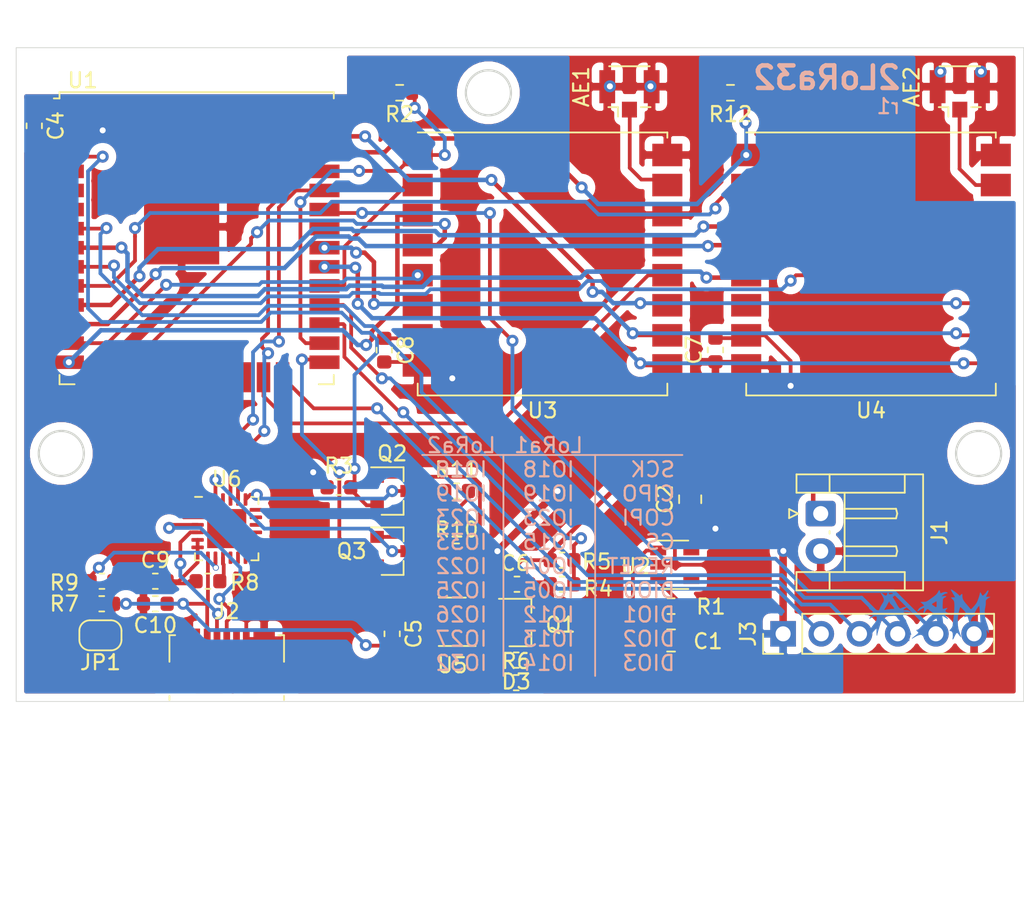
<source format=kicad_pcb>
(kicad_pcb (version 20171130) (host pcbnew 5.1.10)

  (general
    (thickness 1.6)
    (drawings 16)
    (tracks 556)
    (zones 0)
    (modules 38)
    (nets 70)
  )

  (page A4)
  (layers
    (0 F.Cu signal)
    (31 B.Cu signal)
    (32 B.Adhes user)
    (33 F.Adhes user)
    (34 B.Paste user)
    (35 F.Paste user)
    (36 B.SilkS user)
    (37 F.SilkS user)
    (38 B.Mask user)
    (39 F.Mask user)
    (40 Dwgs.User user)
    (41 Cmts.User user)
    (42 Eco1.User user)
    (43 Eco2.User user)
    (44 Edge.Cuts user)
    (45 Margin user)
    (46 B.CrtYd user)
    (47 F.CrtYd user)
    (48 B.Fab user)
    (49 F.Fab user)
  )

  (setup
    (last_trace_width 0.25)
    (user_trace_width 0.3)
    (user_trace_width 0.5)
    (trace_clearance 0.2)
    (zone_clearance 1)
    (zone_45_only no)
    (trace_min 0.2)
    (via_size 0.8)
    (via_drill 0.4)
    (via_min_size 0.4)
    (via_min_drill 0.3)
    (user_via 0.4 0.3)
    (uvia_size 0.3)
    (uvia_drill 0.1)
    (uvias_allowed no)
    (uvia_min_size 0.2)
    (uvia_min_drill 0.1)
    (edge_width 0.05)
    (segment_width 0.2)
    (pcb_text_width 0.3)
    (pcb_text_size 1.5 1.5)
    (mod_edge_width 0.12)
    (mod_text_size 1 1)
    (mod_text_width 0.15)
    (pad_size 1.524 1.524)
    (pad_drill 0.762)
    (pad_to_mask_clearance 0.051)
    (solder_mask_min_width 0.25)
    (aux_axis_origin 0 0)
    (visible_elements FFFFFF7F)
    (pcbplotparams
      (layerselection 0x010fc_ffffffff)
      (usegerberextensions false)
      (usegerberattributes false)
      (usegerberadvancedattributes false)
      (creategerberjobfile false)
      (excludeedgelayer true)
      (linewidth 0.100000)
      (plotframeref false)
      (viasonmask false)
      (mode 1)
      (useauxorigin false)
      (hpglpennumber 1)
      (hpglpenspeed 20)
      (hpglpendiameter 15.000000)
      (psnegative false)
      (psa4output false)
      (plotreference true)
      (plotvalue true)
      (plotinvisibletext false)
      (padsonsilk false)
      (subtractmaskfromsilk false)
      (outputformat 1)
      (mirror false)
      (drillshape 1)
      (scaleselection 1)
      (outputdirectory ""))
  )

  (net 0 "")
  (net 1 GND)
  (net 2 "Net-(AE1-Pad1)")
  (net 3 "Net-(AE2-Pad1)")
  (net 4 VBUS)
  (net 5 +3V3)
  (net 6 VIN)
  (net 7 VBAT)
  (net 8 "Net-(C9-Pad1)")
  (net 9 "Net-(J2-Pad3)")
  (net 10 "Net-(J2-Pad2)")
  (net 11 "Net-(JP1-Pad2)")
  (net 12 RTS)
  (net 13 EN)
  (net 14 "Net-(Q2-Pad1)")
  (net 15 IO0)
  (net 16 DTR)
  (net 17 "Net-(Q3-Pad1)")
  (net 18 "Net-(R4-Pad2)")
  (net 19 "Net-(R8-Pad1)")
  (net 20 LORSCK)
  (net 21 TX)
  (net 22 RX)
  (net 23 "Net-(U1-Pad29)")
  (net 24 "Net-(U1-Pad23)")
  (net 25 "Net-(U1-Pad16)")
  (net 26 "Net-(U1-Pad13)")
  (net 27 "Net-(U1-Pad12)")
  (net 28 "Net-(U1-Pad10)")
  (net 29 "Net-(U1-Pad9)")
  (net 30 "Net-(U1-Pad8)")
  (net 31 "Net-(J2-Pad4)")
  (net 32 "Net-(R1-Pad1)")
  (net 33 "Net-(U1-Pad32)")
  (net 34 "Net-(U1-Pad22)")
  (net 35 "Net-(U1-Pad21)")
  (net 36 "Net-(U1-Pad20)")
  (net 37 "Net-(U1-Pad19)")
  (net 38 "Net-(U1-Pad18)")
  (net 39 "Net-(U1-Pad17)")
  (net 40 "Net-(U1-Pad14)")
  (net 41 "Net-(U1-Pad11)")
  (net 42 "Net-(U1-Pad6)")
  (net 43 "Net-(U1-Pad5)")
  (net 44 "Net-(U1-Pad4)")
  (net 45 "Net-(U2-Pad4)")
  (net 46 "Net-(U3-Pad13)")
  (net 47 "Net-(U3-Pad6)")
  (net 48 "Net-(U4-Pad13)")
  (net 49 "Net-(U4-Pad6)")
  (net 50 "Net-(U6-Pad24)")
  (net 51 "Net-(U6-Pad22)")
  (net 52 "Net-(U6-Pad18)")
  (net 53 "Net-(U6-Pad17)")
  (net 54 "Net-(U6-Pad16)")
  (net 55 "Net-(U6-Pad15)")
  (net 56 "Net-(U6-Pad14)")
  (net 57 "Net-(U6-Pad13)")
  (net 58 "Net-(U6-Pad12)")
  (net 59 "Net-(U6-Pad11)")
  (net 60 "Net-(U6-Pad10)")
  (net 61 "Net-(U6-Pad1)")
  (net 62 LORCOPI)
  (net 63 LORCIPO)
  (net 64 SPARE03)
  (net 65 SPARE02)
  (net 66 SPARE01)
  (net 67 SPARE00)
  (net 68 "Net-(R2-Pad1)")
  (net 69 "Net-(R12-Pad1)")

  (net_class Default "This is the default net class."
    (clearance 0.2)
    (trace_width 0.25)
    (via_dia 0.8)
    (via_drill 0.4)
    (uvia_dia 0.3)
    (uvia_drill 0.1)
    (add_net +3V3)
    (add_net DTR)
    (add_net EN)
    (add_net GND)
    (add_net IO0)
    (add_net LORCIPO)
    (add_net LORCOPI)
    (add_net LORSCK)
    (add_net "Net-(AE1-Pad1)")
    (add_net "Net-(AE2-Pad1)")
    (add_net "Net-(C9-Pad1)")
    (add_net "Net-(J2-Pad2)")
    (add_net "Net-(J2-Pad3)")
    (add_net "Net-(J2-Pad4)")
    (add_net "Net-(JP1-Pad2)")
    (add_net "Net-(Q2-Pad1)")
    (add_net "Net-(Q3-Pad1)")
    (add_net "Net-(R1-Pad1)")
    (add_net "Net-(R12-Pad1)")
    (add_net "Net-(R2-Pad1)")
    (add_net "Net-(R4-Pad2)")
    (add_net "Net-(R8-Pad1)")
    (add_net "Net-(U1-Pad10)")
    (add_net "Net-(U1-Pad11)")
    (add_net "Net-(U1-Pad12)")
    (add_net "Net-(U1-Pad13)")
    (add_net "Net-(U1-Pad14)")
    (add_net "Net-(U1-Pad16)")
    (add_net "Net-(U1-Pad17)")
    (add_net "Net-(U1-Pad18)")
    (add_net "Net-(U1-Pad19)")
    (add_net "Net-(U1-Pad20)")
    (add_net "Net-(U1-Pad21)")
    (add_net "Net-(U1-Pad22)")
    (add_net "Net-(U1-Pad23)")
    (add_net "Net-(U1-Pad29)")
    (add_net "Net-(U1-Pad32)")
    (add_net "Net-(U1-Pad4)")
    (add_net "Net-(U1-Pad5)")
    (add_net "Net-(U1-Pad6)")
    (add_net "Net-(U1-Pad8)")
    (add_net "Net-(U1-Pad9)")
    (add_net "Net-(U2-Pad4)")
    (add_net "Net-(U3-Pad13)")
    (add_net "Net-(U3-Pad6)")
    (add_net "Net-(U4-Pad13)")
    (add_net "Net-(U4-Pad6)")
    (add_net "Net-(U6-Pad1)")
    (add_net "Net-(U6-Pad10)")
    (add_net "Net-(U6-Pad11)")
    (add_net "Net-(U6-Pad12)")
    (add_net "Net-(U6-Pad13)")
    (add_net "Net-(U6-Pad14)")
    (add_net "Net-(U6-Pad15)")
    (add_net "Net-(U6-Pad16)")
    (add_net "Net-(U6-Pad17)")
    (add_net "Net-(U6-Pad18)")
    (add_net "Net-(U6-Pad22)")
    (add_net "Net-(U6-Pad24)")
    (add_net RTS)
    (add_net RX)
    (add_net SPARE00)
    (add_net SPARE01)
    (add_net SPARE02)
    (add_net SPARE03)
    (add_net TX)
    (add_net VBAT)
    (add_net VBUS)
    (add_net VIN)
  )

  (module Resistor_SMD:R_0603_1608Metric (layer F.Cu) (tedit 5F68FEEE) (tstamp 61B06FF8)
    (at 213.5 87 180)
    (descr "Resistor SMD 0603 (1608 Metric), square (rectangular) end terminal, IPC_7351 nominal, (Body size source: IPC-SM-782 page 72, https://www.pcb-3d.com/wordpress/wp-content/uploads/ipc-sm-782a_amendment_1_and_2.pdf), generated with kicad-footprint-generator")
    (tags resistor)
    (path /61B69BAA)
    (attr smd)
    (fp_text reference R12 (at 0 -1.43) (layer F.SilkS)
      (effects (font (size 1 1) (thickness 0.15)))
    )
    (fp_text value 10k (at 0 1.43) (layer F.Fab)
      (effects (font (size 1 1) (thickness 0.15)))
    )
    (fp_text user %R (at 0 0) (layer F.Fab)
      (effects (font (size 0.4 0.4) (thickness 0.06)))
    )
    (fp_line (start -0.8 0.4125) (end -0.8 -0.4125) (layer F.Fab) (width 0.1))
    (fp_line (start -0.8 -0.4125) (end 0.8 -0.4125) (layer F.Fab) (width 0.1))
    (fp_line (start 0.8 -0.4125) (end 0.8 0.4125) (layer F.Fab) (width 0.1))
    (fp_line (start 0.8 0.4125) (end -0.8 0.4125) (layer F.Fab) (width 0.1))
    (fp_line (start -0.237258 -0.5225) (end 0.237258 -0.5225) (layer F.SilkS) (width 0.12))
    (fp_line (start -0.237258 0.5225) (end 0.237258 0.5225) (layer F.SilkS) (width 0.12))
    (fp_line (start -1.48 0.73) (end -1.48 -0.73) (layer F.CrtYd) (width 0.05))
    (fp_line (start -1.48 -0.73) (end 1.48 -0.73) (layer F.CrtYd) (width 0.05))
    (fp_line (start 1.48 -0.73) (end 1.48 0.73) (layer F.CrtYd) (width 0.05))
    (fp_line (start 1.48 0.73) (end -1.48 0.73) (layer F.CrtYd) (width 0.05))
    (pad 2 smd roundrect (at 0.825 0 180) (size 0.8 0.95) (layers F.Cu F.Paste F.Mask) (roundrect_rratio 0.25)
      (net 1 GND))
    (pad 1 smd roundrect (at -0.825 0 180) (size 0.8 0.95) (layers F.Cu F.Paste F.Mask) (roundrect_rratio 0.25)
      (net 69 "Net-(R12-Pad1)"))
    (model ${KISYS3DMOD}/Resistor_SMD.3dshapes/R_0603_1608Metric.wrl
      (at (xyz 0 0 0))
      (scale (xyz 1 1 1))
      (rotate (xyz 0 0 0))
    )
  )

  (module Resistor_SMD:R_0603_1608Metric (layer F.Cu) (tedit 5F68FEEE) (tstamp 61B07197)
    (at 191.5 87 180)
    (descr "Resistor SMD 0603 (1608 Metric), square (rectangular) end terminal, IPC_7351 nominal, (Body size source: IPC-SM-782 page 72, https://www.pcb-3d.com/wordpress/wp-content/uploads/ipc-sm-782a_amendment_1_and_2.pdf), generated with kicad-footprint-generator")
    (tags resistor)
    (path /61B4900F)
    (attr smd)
    (fp_text reference R2 (at 0 -1.43) (layer F.SilkS)
      (effects (font (size 1 1) (thickness 0.15)))
    )
    (fp_text value 10k (at 0 1.43) (layer F.Fab)
      (effects (font (size 1 1) (thickness 0.15)))
    )
    (fp_text user %R (at 0 0) (layer F.Fab)
      (effects (font (size 0.4 0.4) (thickness 0.06)))
    )
    (fp_line (start -0.8 0.4125) (end -0.8 -0.4125) (layer F.Fab) (width 0.1))
    (fp_line (start -0.8 -0.4125) (end 0.8 -0.4125) (layer F.Fab) (width 0.1))
    (fp_line (start 0.8 -0.4125) (end 0.8 0.4125) (layer F.Fab) (width 0.1))
    (fp_line (start 0.8 0.4125) (end -0.8 0.4125) (layer F.Fab) (width 0.1))
    (fp_line (start -0.237258 -0.5225) (end 0.237258 -0.5225) (layer F.SilkS) (width 0.12))
    (fp_line (start -0.237258 0.5225) (end 0.237258 0.5225) (layer F.SilkS) (width 0.12))
    (fp_line (start -1.48 0.73) (end -1.48 -0.73) (layer F.CrtYd) (width 0.05))
    (fp_line (start -1.48 -0.73) (end 1.48 -0.73) (layer F.CrtYd) (width 0.05))
    (fp_line (start 1.48 -0.73) (end 1.48 0.73) (layer F.CrtYd) (width 0.05))
    (fp_line (start 1.48 0.73) (end -1.48 0.73) (layer F.CrtYd) (width 0.05))
    (pad 2 smd roundrect (at 0.825 0 180) (size 0.8 0.95) (layers F.Cu F.Paste F.Mask) (roundrect_rratio 0.25)
      (net 1 GND))
    (pad 1 smd roundrect (at -0.825 0 180) (size 0.8 0.95) (layers F.Cu F.Paste F.Mask) (roundrect_rratio 0.25)
      (net 68 "Net-(R2-Pad1)"))
    (model ${KISYS3DMOD}/Resistor_SMD.3dshapes/R_0603_1608Metric.wrl
      (at (xyz 0 0 0))
      (scale (xyz 1 1 1))
      (rotate (xyz 0 0 0))
    )
  )

  (module Connector_PinHeader_2.54mm:PinHeader_1x06_P2.54mm_Vertical (layer F.Cu) (tedit 59FED5CC) (tstamp 619660AA)
    (at 217 123 90)
    (descr "Through hole straight pin header, 1x06, 2.54mm pitch, single row")
    (tags "Through hole pin header THT 1x06 2.54mm single row")
    (path /6199D3B6)
    (fp_text reference J3 (at 0 -2.33 90) (layer F.SilkS)
      (effects (font (size 1 1) (thickness 0.15)))
    )
    (fp_text value Conn_01x06 (at 0 15.03 90) (layer F.Fab)
      (effects (font (size 1 1) (thickness 0.15)))
    )
    (fp_line (start 1.8 -1.8) (end -1.8 -1.8) (layer F.CrtYd) (width 0.05))
    (fp_line (start 1.8 14.5) (end 1.8 -1.8) (layer F.CrtYd) (width 0.05))
    (fp_line (start -1.8 14.5) (end 1.8 14.5) (layer F.CrtYd) (width 0.05))
    (fp_line (start -1.8 -1.8) (end -1.8 14.5) (layer F.CrtYd) (width 0.05))
    (fp_line (start -1.33 -1.33) (end 0 -1.33) (layer F.SilkS) (width 0.12))
    (fp_line (start -1.33 0) (end -1.33 -1.33) (layer F.SilkS) (width 0.12))
    (fp_line (start -1.33 1.27) (end 1.33 1.27) (layer F.SilkS) (width 0.12))
    (fp_line (start 1.33 1.27) (end 1.33 14.03) (layer F.SilkS) (width 0.12))
    (fp_line (start -1.33 1.27) (end -1.33 14.03) (layer F.SilkS) (width 0.12))
    (fp_line (start -1.33 14.03) (end 1.33 14.03) (layer F.SilkS) (width 0.12))
    (fp_line (start -1.27 -0.635) (end -0.635 -1.27) (layer F.Fab) (width 0.1))
    (fp_line (start -1.27 13.97) (end -1.27 -0.635) (layer F.Fab) (width 0.1))
    (fp_line (start 1.27 13.97) (end -1.27 13.97) (layer F.Fab) (width 0.1))
    (fp_line (start 1.27 -1.27) (end 1.27 13.97) (layer F.Fab) (width 0.1))
    (fp_line (start -0.635 -1.27) (end 1.27 -1.27) (layer F.Fab) (width 0.1))
    (fp_text user %R (at 0 6.35) (layer F.Fab)
      (effects (font (size 1 1) (thickness 0.15)))
    )
    (pad 6 thru_hole oval (at 0 12.7 90) (size 1.7 1.7) (drill 1) (layers *.Cu *.Mask)
      (net 1 GND))
    (pad 5 thru_hole oval (at 0 10.16 90) (size 1.7 1.7) (drill 1) (layers *.Cu *.Mask)
      (net 64 SPARE03))
    (pad 4 thru_hole oval (at 0 7.62 90) (size 1.7 1.7) (drill 1) (layers *.Cu *.Mask)
      (net 65 SPARE02))
    (pad 3 thru_hole oval (at 0 5.08 90) (size 1.7 1.7) (drill 1) (layers *.Cu *.Mask)
      (net 66 SPARE01))
    (pad 2 thru_hole oval (at 0 2.54 90) (size 1.7 1.7) (drill 1) (layers *.Cu *.Mask)
      (net 67 SPARE00))
    (pad 1 thru_hole rect (at 0 0 90) (size 1.7 1.7) (drill 1) (layers *.Cu *.Mask)
      (net 5 +3V3))
    (model ${KISYS3DMOD}/Connector_PinHeader_2.54mm.3dshapes/PinHeader_1x06_P2.54mm_Vertical.wrl
      (at (xyz 0 0 0))
      (scale (xyz 1 1 1))
      (rotate (xyz 0 0 0))
    )
  )

  (module loranet2:MRA-2021_10x6mm (layer B.Cu) (tedit 0) (tstamp 60D4245F)
    (at 226.6 123.1 180)
    (path /60D48C38)
    (fp_text reference H1 (at 0 0) (layer B.SilkS) hide
      (effects (font (size 1.27 1.27) (thickness 0.15)) (justify mirror))
    )
    (fp_text value MountingHole (at 0 0) (layer B.SilkS) hide
      (effects (font (size 1.27 1.27) (thickness 0.15)) (justify mirror))
    )
    (fp_poly (pts (xy -1.926167 -2.264833) (xy -3.273454 -2.264833) (xy -3.323167 -2.31775) (xy -3.372879 -2.370666)
      (xy -1.926167 -2.370666) (xy -1.926167 -3.048) (xy -5.005689 -3.048) (xy -4.265083 -2.307166)
      (xy -3.524477 -1.566333) (xy -2.6035 -1.566333) (xy -2.6035 -1.4605) (xy -4.868333 -1.4605)
      (xy -4.868333 -0.783166) (xy -1.926167 -0.783166) (xy -1.926167 -2.264833)) (layer B.Mask) (width 0.01))
    (fp_poly (pts (xy 1.143 -3.016019) (xy 1.868072 -2.291176) (xy 2.593143 -1.566333) (xy 3.513667 -1.566333)
      (xy 3.513667 -1.4605) (xy 1.248833 -1.4605) (xy 1.248833 -0.783166) (xy 4.212167 -0.783166)
      (xy 4.212167 -2.264833) (xy 2.864879 -2.264833) (xy 2.815166 -2.31775) (xy 2.765454 -2.370666)
      (xy 4.212167 -2.370666) (xy 4.212167 -3.048) (xy -1.799167 -3.048) (xy -1.799167 -1.4605)
      (xy -1.121833 -1.4605) (xy -1.121833 -2.370666) (xy 0.465667 -2.370666) (xy 0.465667 -1.4605)
      (xy -1.121833 -1.4605) (xy -1.799167 -1.4605) (xy -1.799167 -0.783166) (xy 1.143 -0.783166)
      (xy 1.143 -3.016019)) (layer B.Mask) (width 0.01))
    (fp_poly (pts (xy 4.995333 -3.048) (xy 4.318 -3.048) (xy 4.318 -1.44942) (xy 4.656667 -1.11125)
      (xy 4.995333 -0.773079) (xy 4.995333 -3.048)) (layer B.Mask) (width 0.01))
    (fp_poly (pts (xy 2.617647 3.023614) (xy 2.631609 2.974592) (xy 2.635504 2.950012) (xy 2.658609 2.813046)
      (xy 2.686259 2.716405) (xy 2.72114 2.658121) (xy 2.765939 2.636228) (xy 2.823344 2.648757)
      (xy 2.89604 2.693741) (xy 2.938965 2.727791) (xy 3.022266 2.794403) (xy 3.07655 2.830305)
      (xy 3.102496 2.834958) (xy 3.100781 2.807823) (xy 3.072083 2.748363) (xy 3.021121 2.662532)
      (xy 2.950978 2.540619) (xy 2.90925 2.440602) (xy 2.895749 2.353171) (xy 2.910284 2.269014)
      (xy 2.952665 2.178822) (xy 3.009487 2.091811) (xy 3.065145 2.003871) (xy 3.117459 1.906062)
      (xy 3.152408 1.826278) (xy 3.181697 1.754696) (xy 3.210285 1.697935) (xy 3.230163 1.670302)
      (xy 3.25302 1.662369) (xy 3.294815 1.664938) (xy 3.361716 1.67912) (xy 3.459889 1.706022)
      (xy 3.508285 1.720291) (xy 3.64563 1.760748) (xy 3.747453 1.789175) (xy 3.818512 1.806574)
      (xy 3.863561 1.813952) (xy 3.887355 1.812312) (xy 3.894649 1.80266) (xy 3.894667 1.801926)
      (xy 3.877193 1.773628) (xy 3.830655 1.73304) (xy 3.763873 1.686757) (xy 3.68567 1.641374)
      (xy 3.667125 1.631821) (xy 3.614278 1.601629) (xy 3.581928 1.57611) (xy 3.577167 1.567629)
      (xy 3.596248 1.550205) (xy 3.646785 1.527644) (xy 3.718712 1.503078) (xy 3.801967 1.479639)
      (xy 3.886486 1.460456) (xy 3.958167 1.449095) (xy 4.050039 1.433957) (xy 4.120805 1.41265)
      (xy 4.162332 1.388103) (xy 4.169833 1.372854) (xy 4.149942 1.366289) (xy 4.095365 1.360018)
      (xy 4.01375 1.354643) (xy 3.912745 1.350766) (xy 3.879186 1.349973) (xy 3.588539 1.344084)
      (xy 3.696208 1.27505) (xy 3.771702 1.22261) (xy 3.830342 1.174132) (xy 3.865739 1.135553)
      (xy 3.871506 1.112809) (xy 3.87117 1.112448) (xy 3.849541 1.117227) (xy 3.799393 1.137729)
      (xy 3.729749 1.170117) (xy 3.694179 1.187685) (xy 3.591153 1.235267) (xy 3.513963 1.260472)
      (xy 3.454313 1.265964) (xy 3.451199 1.265733) (xy 3.407249 1.260128) (xy 3.384252 1.245361)
      (xy 3.374266 1.210107) (xy 3.369728 1.149533) (xy 3.370818 1.076893) (xy 3.385591 1.008653)
      (xy 3.417865 0.937009) (xy 3.471461 0.854156) (xy 3.550196 0.752291) (xy 3.584584 0.71048)
      (xy 3.728586 0.520118) (xy 3.833796 0.341363) (xy 3.901344 0.171747) (xy 3.932364 0.008802)
      (xy 3.934806 -0.052916) (xy 3.934374 -0.201083) (xy 3.893315 -0.116416) (xy 3.863492 -0.053673)
      (xy 3.824644 0.029704) (xy 3.785138 0.115751) (xy 3.784835 0.116417) (xy 3.717412 0.264584)
      (xy 3.704842 0.179917) (xy 3.696165 0.128825) (xy 3.688664 0.115505) (xy 3.678339 0.135717)
      (xy 3.674185 0.147417) (xy 3.65116 0.185638) (xy 3.605418 0.242418) (xy 3.565508 0.28575)
      (xy 3.683 0.28575) (xy 3.693583 0.275167) (xy 3.704167 0.28575) (xy 3.693583 0.296334)
      (xy 3.683 0.28575) (xy 3.565508 0.28575) (xy 3.545361 0.307623) (xy 3.521382 0.331672)
      (xy 3.386667 0.463761) (xy 3.386667 0.221297) (xy 3.384896 0.113278) (xy 3.379882 0.033824)
      (xy 3.372074 -0.011926) (xy 3.3655 -0.021166) (xy 3.349657 -0.003033) (xy 3.344333 0.032382)
      (xy 3.338156 0.071115) (xy 3.321171 0.141378) (xy 3.295695 0.234453) (xy 3.264048 0.341624)
      (xy 3.250043 0.386924) (xy 3.211853 0.509313) (xy 3.173666 0.632518) (xy 3.139434 0.743742)
      (xy 3.113106 0.830188) (xy 3.108786 0.844547) (xy 3.061153 0.978116) (xy 3.004176 1.082078)
      (xy 2.932073 1.160414) (xy 2.83906 1.217103) (xy 2.719353 1.256128) (xy 2.567168 1.281468)
      (xy 2.459175 1.29166) (xy 2.325013 1.30023) (xy 2.225255 1.301158) (xy 2.152344 1.292408)
      (xy 2.098724 1.271941) (xy 2.056838 1.237719) (xy 2.01913 1.187706) (xy 2.007906 1.169972)
      (xy 1.970447 1.117133) (xy 1.913995 1.04651) (xy 1.848877 0.970855) (xy 1.827853 0.94762)
      (xy 1.760794 0.867787) (xy 1.703182 0.786939) (xy 1.664581 0.718754) (xy 1.659745 0.707217)
      (xy 1.647029 0.671449) (xy 1.63836 0.636748) (xy 1.633728 0.596216) (xy 1.633124 0.542951)
      (xy 1.636538 0.470054) (xy 1.643962 0.370623) (xy 1.655384 0.237759) (xy 1.659044 0.196485)
      (xy 1.669774 0.068843) (xy 1.678077 -0.043958) (xy 1.683564 -0.135302) (xy 1.685845 -0.198574)
      (xy 1.684529 -0.227158) (xy 1.684086 -0.227969) (xy 1.661328 -0.224692) (xy 1.625216 -0.195944)
      (xy 1.585848 -0.1515) (xy 1.553583 -0.101642) (xy 1.531229 -0.038282) (xy 1.523711 0.014824)
      (xy 1.5186 0.079123) (xy 1.510303 0.123068) (xy 1.500947 0.148939) (xy 1.488036 0.149959)
      (xy 1.46461 0.122134) (xy 1.436483 0.080735) (xy 1.399728 0.018308) (xy 1.358698 -0.06232)
      (xy 1.318243 -0.150104) (xy 1.283215 -0.234001) (xy 1.258463 -0.302965) (xy 1.248838 -0.345954)
      (xy 1.248833 -0.346529) (xy 1.235525 -0.383834) (xy 1.226107 -0.392546) (xy 1.214819 -0.383698)
      (xy 1.209385 -0.338011) (xy 1.209609 -0.253253) (xy 1.210777 -0.219171) (xy 1.22218 -0.082286)
      (xy 1.245685 0.026286) (xy 1.264944 0.079375) (xy 1.289938 0.148106) (xy 1.292102 0.182463)
      (xy 1.270754 0.182584) (xy 1.225209 0.148606) (xy 1.171965 0.098036) (xy 1.124543 0.054793)
      (xy 1.09119 0.032359) (xy 1.0795 0.034898) (xy 1.087162 0.07741) (xy 1.108031 0.150217)
      (xy 1.138931 0.24458) (xy 1.176687 0.351762) (xy 1.218123 0.463022) (xy 1.260062 0.569623)
      (xy 1.29933 0.662823) (xy 1.33275 0.733886) (xy 1.335276 0.738734) (xy 1.373876 0.817631)
      (xy 1.402895 0.887673) (xy 1.417386 0.936568) (xy 1.418167 0.944713) (xy 1.431548 0.990971)
      (xy 1.464923 1.046805) (xy 1.477724 1.062889) (xy 1.561855 1.168881) (xy 1.612314 1.251342)
      (xy 1.629809 1.311439) (xy 1.629833 1.313334) (xy 1.627789 1.336674) (xy 1.615929 1.349934)
      (xy 1.585659 1.354931) (xy 1.528388 1.353479) (xy 1.4605 1.34911) (xy 1.382003 1.345762)
      (xy 1.32283 1.347109) (xy 1.292937 1.352791) (xy 1.291167 1.355227) (xy 1.308966 1.381805)
      (xy 1.354915 1.416792) (xy 1.417844 1.452919) (xy 1.48658 1.482914) (xy 1.488297 1.48353)
      (xy 1.546448 1.509311) (xy 1.588517 1.536807) (xy 1.593932 1.542335) (xy 1.59523 1.555057)
      (xy 1.570991 1.56197) (xy 1.517859 1.562996) (xy 1.432478 1.558056) (xy 1.311494 1.547072)
      (xy 1.17475 1.532548) (xy 1.068917 1.520829) (xy 1.179206 1.596498) (xy 1.237107 1.634298)
      (xy 1.284368 1.656836) (xy 1.335706 1.668036) (xy 1.405832 1.671822) (xy 1.462945 1.672167)
      (xy 1.547801 1.672533) (xy 1.596939 1.67504) (xy 1.616976 1.681804) (xy 1.614529 1.694941)
      (xy 1.597465 1.715184) (xy 1.531444 1.771896) (xy 1.530146 1.772709) (xy 2.201412 1.772709)
      (xy 2.22036 1.763109) (xy 2.268649 1.756518) (xy 2.301875 1.755022) (xy 2.368976 1.751278)
      (xy 2.46176 1.742837) (xy 2.564041 1.731249) (xy 2.6035 1.726146) (xy 2.715417 1.711262)
      (xy 2.79205 1.701815) (xy 2.840045 1.697409) (xy 2.866048 1.697645) (xy 2.876704 1.702127)
      (xy 2.878667 1.709678) (xy 2.866335 1.734631) (xy 2.83524 1.778452) (xy 2.818441 1.799636)
      (xy 2.777586 1.857862) (xy 2.730691 1.936794) (xy 2.692148 2.010834) (xy 2.65064 2.090607)
      (xy 2.607048 2.163979) (xy 2.573217 2.211917) (xy 2.520356 2.275417) (xy 2.519594 2.212728)
      (xy 2.510473 2.169024) (xy 2.480141 2.121142) (xy 2.42252 2.06011) (xy 2.404903 2.043395)
      (xy 2.336093 1.973295) (xy 2.275055 1.9009) (xy 2.228664 1.835353) (xy 2.203794 1.785799)
      (xy 2.201412 1.772709) (xy 1.530146 1.772709) (xy 1.440713 1.828711) (xy 1.341629 1.875463)
      (xy 1.335992 1.877644) (xy 1.300073 1.892101) (xy 1.290074 1.899927) (xy 1.310471 1.902074)
      (xy 1.365738 1.899489) (xy 1.421523 1.895788) (xy 1.542632 1.880919) (xy 1.638536 1.852705)
      (xy 1.683967 1.831351) (xy 1.745268 1.801226) (xy 1.79355 1.781881) (xy 1.81071 1.778)
      (xy 1.84631 1.795833) (xy 1.894505 1.84442) (xy 1.949482 1.916396) (xy 2.005425 2.004395)
      (xy 2.04127 2.070059) (xy 2.087962 2.157244) (xy 2.146574 2.260473) (xy 2.205992 2.360272)
      (xy 2.218114 2.379907) (xy 2.32268 2.547897) (xy 2.20129 2.626354) (xy 2.133205 2.674325)
      (xy 2.075945 2.721672) (xy 2.044741 2.754698) (xy 2.022408 2.790439) (xy 2.029276 2.805233)
      (xy 2.061754 2.811149) (xy 2.108232 2.80836) (xy 2.179009 2.79467) (xy 2.255109 2.774108)
      (xy 2.342083 2.751281) (xy 2.427206 2.735496) (xy 2.484021 2.730503) (xy 2.57175 2.730506)
      (xy 2.573296 2.868574) (xy 2.578051 2.95397) (xy 2.588564 3.010287) (xy 2.602531 3.034507)
      (xy 2.617647 3.023614)) (layer B.Mask) (width 0.01))
    (fp_poly (pts (xy -0.766927 2.988489) (xy -0.737465 2.943923) (xy -0.709493 2.894542) (xy -0.670534 2.826151)
      (xy -0.629762 2.76762) (xy -0.580673 2.712555) (xy -0.516765 2.654561) (xy -0.431533 2.587244)
      (xy -0.318474 2.50421) (xy -0.296333 2.488296) (xy -0.178287 2.403613) (xy -0.088159 2.34004)
      (xy -0.019196 2.294395) (xy 0.035354 2.263496) (xy 0.082245 2.244161) (xy 0.128229 2.23321)
      (xy 0.180058 2.22746) (xy 0.244486 2.223729) (xy 0.267793 2.2225) (xy 0.463395 2.211917)
      (xy 0.337927 2.106084) (xy 0.27864 2.054775) (xy 0.234556 2.014147) (xy 0.213537 1.991512)
      (xy 0.212789 1.989667) (xy 0.230796 1.976636) (xy 0.278398 1.951287) (xy 0.34646 1.918395)
      (xy 0.369959 1.907561) (xy 0.455243 1.865778) (xy 0.514071 1.827168) (xy 0.559943 1.780915)
      (xy 0.603604 1.720363) (xy 0.641148 1.660068) (xy 0.664885 1.614506) (xy 0.669705 1.593983)
      (xy 0.648839 1.600457) (xy 0.602018 1.626805) (xy 0.537612 1.668126) (xy 0.504126 1.690991)
      (xy 0.403789 1.755225) (xy 0.320306 1.797638) (xy 0.257845 1.816816) (xy 0.220577 1.811347)
      (xy 0.211667 1.790116) (xy 0.216188 1.752467) (xy 0.228057 1.687549) (xy 0.244727 1.609253)
      (xy 0.24514 1.607434) (xy 0.260632 1.531011) (xy 0.269657 1.469477) (xy 0.270365 1.435604)
      (xy 0.270148 1.434862) (xy 0.25595 1.439577) (xy 0.225226 1.473826) (xy 0.183538 1.531028)
      (xy 0.163981 1.560493) (xy 0.11394 1.632975) (xy 0.067001 1.692578) (xy 0.031344 1.729151)
      (xy 0.02409 1.734103) (xy -0.022048 1.746063) (xy -0.06402 1.738795) (xy -0.084473 1.715711)
      (xy -0.084667 1.712712) (xy -0.100943 1.693475) (xy -0.144755 1.656597) (xy -0.208579 1.608164)
      (xy -0.255227 1.574772) (xy -0.425787 1.455257) (xy -0.376935 1.403038) (xy -0.332194 1.361059)
      (xy -0.269378 1.30894) (xy -0.225247 1.275173) (xy -0.15711 1.216291) (xy -0.084206 1.139908)
      (xy -0.032494 1.075954) (xy 0.012109 1.019382) (xy 0.079231 0.940229) (xy 0.161969 0.846356)
      (xy 0.253421 0.745621) (xy 0.326291 0.667417) (xy 0.427529 0.56142) (xy 0.505537 0.483227)
      (xy 0.564957 0.428779) (xy 0.610433 0.394019) (xy 0.646608 0.374888) (xy 0.667996 0.368787)
      (xy 0.716293 0.356531) (xy 0.740259 0.344186) (xy 0.740833 0.342496) (xy 0.72727 0.321405)
      (xy 0.692588 0.281316) (xy 0.665381 0.252598) (xy 0.589928 0.175328) (xy 0.659344 0.105912)
      (xy 0.708954 0.060643) (xy 0.779844 0.001296) (xy 0.859027 -0.061356) (xy 0.882963 -0.079566)
      (xy 0.96073 -0.140553) (xy 1.011082 -0.184976) (xy 1.032921 -0.210743) (xy 1.025146 -0.215766)
      (xy 0.986657 -0.197952) (xy 0.926042 -0.16143) (xy 0.791386 -0.080612) (xy 0.677518 -0.024323)
      (xy 0.574524 0.012055) (xy 0.530558 0.022846) (xy 0.460289 0.034558) (xy 0.411996 0.031325)
      (xy 0.367551 0.011762) (xy 0.364849 0.01018) (xy 0.30763 -0.035965) (xy 0.256216 -0.09786)
      (xy 0.221066 -0.161061) (xy 0.211667 -0.201334) (xy 0.204651 -0.226445) (xy 0.19259 -0.221191)
      (xy 0.185063 -0.193651) (xy 0.177714 -0.132155) (xy 0.171273 -0.045079) (xy 0.166468 0.059204)
      (xy 0.165548 0.089169) (xy 0.157582 0.379422) (xy 0.041749 0.492029) (xy -0.030401 0.570266)
      (xy -0.102365 0.661302) (xy -0.151612 0.734403) (xy -0.213844 0.823298) (xy -0.294891 0.909125)
      (xy -0.404542 1.002243) (xy -0.4053 1.002839) (xy -0.478991 1.058037) (xy -0.541081 1.099312)
      (xy -0.584008 1.121954) (xy -0.599292 1.123675) (xy -0.620346 1.08239) (xy -0.63808 1.010174)
      (xy -0.650428 0.918411) (xy -0.655323 0.818485) (xy -0.655334 0.814917) (xy -0.651293 0.739231)
      (xy -0.636407 0.666401) (xy -0.606876 0.581928) (xy -0.574187 0.505249) (xy -0.530924 0.414082)
      (xy -0.485641 0.328403) (xy -0.44597 0.262356) (xy -0.43398 0.245381) (xy -0.401316 0.197353)
      (xy -0.385912 0.163971) (xy -0.386581 0.156698) (xy -0.410488 0.158551) (xy -0.457756 0.176462)
      (xy -0.483939 0.189024) (xy -0.539063 0.215397) (xy -0.578226 0.230964) (xy -0.586532 0.232754)
      (xy -0.603508 0.214905) (xy -0.628779 0.169284) (xy -0.645583 0.132213) (xy -0.670307 0.056546)
      (xy -0.683725 -0.032331) (xy -0.687912 -0.148423) (xy -0.687917 -0.153432) (xy -0.689035 -0.235999)
      (xy -0.692024 -0.299542) (xy -0.696337 -0.3345) (xy -0.6985 -0.338362) (xy -0.712179 -0.320618)
      (xy -0.737411 -0.274573) (xy -0.765656 -0.21668) (xy -0.806996 -0.101815) (xy -0.833462 0.024763)
      (xy -0.836334 0.049512) (xy -0.850571 0.150126) (xy -0.873859 0.214522) (xy -0.912361 0.248717)
      (xy -0.972237 0.258729) (xy -1.044425 0.252735) (xy -1.126264 0.235296) (xy -1.202895 0.208739)
      (xy -1.235251 0.192354) (xy -1.284436 0.164178) (xy -1.317917 0.14901) (xy -1.322303 0.148167)
      (xy -1.316349 0.162722) (xy -1.28741 0.201735) (xy -1.240851 0.258224) (xy -1.212465 0.291042)
      (xy -1.087069 0.433917) (xy -1.039732 0.814917) (xy -1.023905 0.940538) (xy -1.009159 1.054349)
      (xy -0.996533 1.148555) (xy -0.987071 1.215362) (xy -0.982203 1.245231) (xy -0.979941 1.280412)
      (xy -1.002007 1.28509) (xy -1.020465 1.280332) (xy -1.060748 1.262248) (xy -1.123808 1.227144)
      (xy -1.197472 1.181884) (xy -1.213809 1.1713) (xy -1.281994 1.129044) (xy -1.3363 1.099798)
      (xy -1.367654 1.088297) (xy -1.371333 1.089111) (xy -1.36346 1.108646) (xy -1.330968 1.148421)
      (xy -1.280622 1.200264) (xy -1.274065 1.206562) (xy -1.204546 1.280504) (xy -1.169589 1.337557)
      (xy -1.164167 1.364775) (xy -1.167755 1.397051) (xy -1.18591 1.412723) (xy -1.229722 1.41765)
      (xy -1.264708 1.417916) (xy -1.346004 1.411783) (xy -1.438814 1.39649) (xy -1.481667 1.386417)
      (xy -1.56906 1.364371) (xy -1.620909 1.35553) (xy -1.641895 1.359897) (xy -1.636695 1.377477)
      (xy -1.629711 1.386565) (xy -1.598096 1.407122) (xy -1.536994 1.434042) (xy -1.457752 1.462519)
      (xy -1.428966 1.471618) (xy -1.30902 1.514451) (xy -1.230033 1.557586) (xy -1.190633 1.601893)
      (xy -1.185333 1.626148) (xy -1.198593 1.654507) (xy -1.232745 1.701393) (xy -1.264708 1.738975)
      (xy -1.302786 1.782056) (xy -1.320316 1.807998) (xy -1.312978 1.818049) (xy -1.276452 1.813455)
      (xy -1.206417 1.795464) (xy -1.136568 1.775967) (xy -1.073832 1.760416) (xy -1.038543 1.759171)
      (xy -1.018212 1.772502) (xy -1.013691 1.778597) (xy -1.006227 1.812042) (xy -1.0026 1.877921)
      (xy -1.00238 1.966548) (xy -1.005142 2.068239) (xy -1.0081 2.126708) (xy -0.613231 2.126708)
      (xy -0.613227 2.050153) (xy -0.610812 1.977642) (xy -0.605944 1.920751) (xy -0.600519 1.894932)
      (xy -0.587649 1.875197) (xy -0.565606 1.871945) (xy -0.527971 1.88763) (xy -0.468329 1.924705)
      (xy -0.400454 1.971417) (xy -0.341212 2.01629) (xy -0.300699 2.053453) (xy -0.28681 2.075558)
      (xy -0.287252 2.076764) (xy -0.309665 2.095367) (xy -0.35777 2.127634) (xy -0.420607 2.166959)
      (xy -0.487217 2.206732) (xy -0.546641 2.240346) (xy -0.587918 2.261195) (xy -0.59919 2.264834)
      (xy -0.60617 2.245627) (xy -0.610865 2.195725) (xy -0.613231 2.126708) (xy -1.0081 2.126708)
      (xy -1.010458 2.17331) (xy -1.017899 2.272075) (xy -1.027038 2.35485) (xy -1.037449 2.411949)
      (xy -1.04229 2.426375) (xy -1.074536 2.465215) (xy -1.12969 2.505662) (xy -1.156839 2.52041)
      (xy -1.221333 2.556837) (xy -1.245569 2.583875) (xy -1.229319 2.60094) (xy -1.190625 2.606835)
      (xy -1.132033 2.609596) (xy -1.089461 2.608584) (xy -1.039721 2.602633) (xy -1.005417 2.597517)
      (xy -0.92075 2.584671) (xy -0.994833 2.648589) (xy -1.084569 2.715686) (xy -1.174788 2.765312)
      (xy -1.253719 2.79146) (xy -1.27974 2.794) (xy -1.319941 2.799721) (xy -1.3335 2.810934)
      (xy -1.314775 2.846019) (xy -1.26494 2.868524) (xy -1.193508 2.877785) (xy -1.109993 2.873136)
      (xy -1.023906 2.853912) (xy -0.976647 2.835869) (xy -0.907724 2.806487) (xy -0.86837 2.796596)
      (xy -0.850661 2.806031) (xy -0.846667 2.833175) (xy -0.840112 2.880789) (xy -0.824178 2.935686)
      (xy -0.804464 2.982344) (xy -0.786567 3.005241) (xy -0.78446 3.005667) (xy -0.766927 2.988489)) (layer B.Mask) (width 0.01))
    (fp_poly (pts (xy -1.558313 3.04029) (xy -1.564778 3.012362) (xy -1.593564 2.958042) (xy -1.628618 2.897503)
      (xy -1.676306 2.815254) (xy -1.727994 2.726186) (xy -1.743926 2.69875) (xy -1.842272 2.529417)
      (xy -1.704303 2.523158) (xy -1.63412 2.517775) (xy -1.58444 2.509763) (xy -1.566333 2.501182)
      (xy -1.581318 2.480125) (xy -1.620043 2.442047) (xy -1.659259 2.407789) (xy -1.720942 2.348345)
      (xy -1.757562 2.287767) (xy -1.778809 2.219127) (xy -1.790032 2.139902) (xy -1.795319 2.026606)
      (xy -1.794991 1.887038) (xy -1.789365 1.728996) (xy -1.77876 1.560279) (xy -1.763493 1.388684)
      (xy -1.743884 1.22201) (xy -1.735742 1.164167) (xy -1.719827 1.049489) (xy -1.706621 0.941121)
      (xy -1.697386 0.850389) (xy -1.693384 0.788622) (xy -1.693313 0.783167) (xy -1.679638 0.647461)
      (xy -1.635987 0.533109) (xy -1.557401 0.427311) (xy -1.553983 0.423635) (xy -1.497644 0.361601)
      (xy -1.469219 0.323597) (xy -1.466483 0.303927) (xy -1.487208 0.296894) (xy -1.504225 0.296334)
      (xy -1.581972 0.27694) (xy -1.641488 0.220331) (xy -1.663375 0.178893) (xy -1.682831 0.102771)
      (xy -1.69196 0.003496) (xy -1.690281 -0.100914) (xy -1.677316 -0.192441) (xy -1.673644 -0.206514)
      (xy -1.665232 -0.257309) (xy -1.676334 -0.274625) (xy -1.704224 -0.255423) (xy -1.710785 -0.247892)
      (xy -1.730087 -0.216083) (xy -1.760114 -0.157333) (xy -1.794811 -0.083567) (xy -1.799452 -0.073267)
      (xy -1.848749 0.025689) (xy -1.897289 0.103347) (xy -1.940536 0.153314) (xy -1.971698 0.169334)
      (xy -1.991985 0.153722) (xy -2.030372 0.112499) (xy -2.07978 0.054088) (xy -2.133129 -0.013092)
      (xy -2.183341 -0.080618) (xy -2.191414 -0.092038) (xy -2.219916 -0.125966) (xy -2.231189 -0.122224)
      (xy -2.225405 -0.081734) (xy -2.202736 -0.005417) (xy -2.163352 0.105803) (xy -2.146302 0.151096)
      (xy -2.092618 0.305003) (xy -2.053991 0.449979) (xy -2.028962 0.596714) (xy -2.016071 0.755899)
      (xy -2.013858 0.938224) (xy -2.018067 1.090084) (xy -2.027363 1.246172) (xy -2.043486 1.380888)
      (xy -2.069454 1.515022) (xy -2.094718 1.618215) (xy -2.120635 1.715801) (xy -2.143401 1.797561)
      (xy -2.160648 1.855263) (xy -2.17001 1.880674) (xy -2.170278 1.881) (xy -2.194075 1.877282)
      (xy -2.237493 1.846884) (xy -2.294202 1.796576) (xy -2.357875 1.733125) (xy -2.422183 1.663301)
      (xy -2.480799 1.593873) (xy -2.527395 1.531609) (xy -2.555641 1.483278) (xy -2.561167 1.462893)
      (xy -2.549776 1.42417) (xy -2.520662 1.367321) (xy -2.498052 1.331394) (xy -2.462524 1.276498)
      (xy -2.439455 1.236133) (xy -2.434552 1.223516) (xy -2.452511 1.220774) (xy -2.499163 1.229318)
      (xy -2.542632 1.240993) (xy -2.606181 1.256004) (xy -2.652881 1.259959) (xy -2.667672 1.255727)
      (xy -2.679395 1.229386) (xy -2.698868 1.170848) (xy -2.723327 1.08892) (xy -2.748596 0.997708)
      (xy -2.774584 0.90273) (xy -2.797304 0.823689) (xy -2.814254 0.769031) (xy -2.82279 0.747321)
      (xy -2.831657 0.760755) (xy -2.844799 0.805596) (xy -2.857041 0.860864) (xy -2.892058 1.011047)
      (xy -2.931665 1.124) (xy -2.97887 1.204798) (xy -3.036678 1.258515) (xy -3.108096 1.290224)
      (xy -3.112073 1.291321) (xy -3.172218 1.312414) (xy -3.192545 1.336524) (xy -3.175421 1.370209)
      (xy -3.149909 1.396114) (xy -3.103651 1.43921) (xy -3.195242 1.619847) (xy -3.245648 1.711891)
      (xy -3.300634 1.800699) (xy -3.350762 1.871352) (xy -3.365826 1.889497) (xy -3.444818 1.97851)
      (xy -3.457715 1.872964) (xy -3.464957 1.803329) (xy -3.47401 1.700469) (xy -3.484196 1.573416)
      (xy -3.494839 1.431205) (xy -3.505261 1.28287) (xy -3.514785 1.137445) (xy -3.522333 1.011101)
      (xy -3.526449 0.919505) (xy -3.524771 0.856223) (xy -3.514861 0.807369) (xy -3.494285 0.759057)
      (xy -3.470356 0.714767) (xy -3.417075 0.616539) (xy -3.365587 0.5164) (xy -3.319319 0.421658)
      (xy -3.2817 0.33962) (xy -3.256158 0.277593) (xy -3.246119 0.242885) (xy -3.246938 0.238507)
      (xy -3.267079 0.245759) (xy -3.308609 0.276244) (xy -3.362761 0.323483) (xy -3.365896 0.326406)
      (xy -3.422794 0.375238) (xy -3.470226 0.408081) (xy -3.49814 0.418001) (xy -3.498514 0.417891)
      (xy -3.524666 0.396752) (xy -3.563257 0.352039) (xy -3.58775 0.319082) (xy -3.615204 0.278151)
      (xy -3.633306 0.241843) (xy -3.64397 0.200053) (xy -3.649111 0.142679) (xy -3.650643 0.059619)
      (xy -3.650612 -0.012619) (xy -3.650696 -0.108022) (xy -3.651405 -0.185627) (xy -3.652618 -0.237042)
      (xy -3.654082 -0.254) (xy -3.665652 -0.237019) (xy -3.692636 -0.192002) (xy -3.72974 -0.127832)
      (xy -3.739246 -0.111125) (xy -3.777599 -0.041334) (xy -3.801336 0.012712) (xy -3.81384 0.065435)
      (xy -3.818491 0.131259) (xy -3.818672 0.224605) (xy -3.818647 0.227542) (xy -3.819537 0.326598)
      (xy -3.824656 0.388572) (xy -3.834654 0.418564) (xy -3.843597 0.423334) (xy -3.87619 0.406636)
      (xy -3.920183 0.364023) (xy -3.966654 0.306714) (xy -4.006678 0.24593) (xy -4.031332 0.192891)
      (xy -4.033576 0.184466) (xy -4.044932 0.143133) (xy -4.056289 0.138918) (xy -4.069236 0.158274)
      (xy -4.083845 0.220057) (xy -4.079168 0.315424) (xy -4.055891 0.440634) (xy -4.014696 0.591944)
      (xy -3.960246 0.75463) (xy -3.919647 0.872097) (xy -3.882579 0.988328) (xy -3.852618 1.091489)
      (xy -3.833338 1.169746) (xy -3.830722 1.183365) (xy -3.813282 1.322433) (xy -3.805796 1.47418)
      (xy -3.808106 1.624682) (xy -3.820056 1.760015) (xy -3.83832 1.855139) (xy -3.855999 1.943748)
      (xy -3.86863 2.051431) (xy -3.8735 2.154995) (xy -3.8735 2.155745) (xy -3.874304 2.241117)
      (xy -3.879285 2.296604) (xy -3.892301 2.334653) (xy -3.917206 2.367709) (xy -3.949077 2.399695)
      (xy -4.012713 2.453521) (xy -4.081429 2.500272) (xy -4.102535 2.511839) (xy -4.180417 2.550584)
      (xy -3.878521 2.56292) (xy -3.939233 2.675013) (xy -3.979083 2.754204) (xy -4.014264 2.834076)
      (xy -4.041037 2.904828) (xy -4.055666 2.956658) (xy -4.055238 2.979152) (xy -4.025218 2.983607)
      (xy -3.985399 2.961784) (xy -3.94931 2.92273) (xy -3.937146 2.900185) (xy -3.910751 2.856968)
      (xy -3.86607 2.80258) (xy -3.811425 2.745067) (xy -3.75514 2.692474) (xy -3.705535 2.652847)
      (xy -3.670936 2.634231) (xy -3.662596 2.634779) (xy -3.64168 2.65904) (xy -3.609153 2.708367)
      (xy -3.583254 2.752404) (xy -3.549124 2.809399) (xy -3.522214 2.84756) (xy -3.51108 2.857479)
      (xy -3.500083 2.838757) (xy -3.487927 2.791615) (xy -3.483621 2.767542) (xy -3.464942 2.682506)
      (xy -3.433917 2.574891) (xy -3.39487 2.45693) (xy -3.352122 2.340855) (xy -3.309997 2.238899)
      (xy -3.272815 2.163296) (xy -3.266184 2.152144) (xy -3.224868 2.092707) (xy -3.168854 2.021227)
      (xy -3.104656 1.944951) (xy -3.038789 1.871125) (xy -2.977765 1.806992) (xy -2.9281 1.7598)
      (xy -2.896309 1.736793) (xy -2.891739 1.735667) (xy -2.862294 1.751288) (xy -2.82575 1.789348)
      (xy -2.822315 1.793875) (xy -2.791733 1.832402) (xy -2.740403 1.894214) (xy -2.675497 1.970775)
      (xy -2.604515 2.053167) (xy -2.501453 2.175808) (xy -2.425615 2.277156) (xy -2.373197 2.364716)
      (xy -2.340393 2.445993) (xy -2.323401 2.528494) (xy -2.318421 2.617576) (xy -2.317311 2.699049)
      (xy -2.310384 2.741208) (xy -2.290895 2.747027) (xy -2.252095 2.719478) (xy -2.19755 2.670835)
      (xy -2.140849 2.619636) (xy -2.037589 2.722693) (xy -1.976359 2.778441) (xy -1.899475 2.840732)
      (xy -1.815208 2.903771) (xy -1.73183 2.961765) (xy -1.657614 3.008921) (xy -1.60083 3.039445)
      (xy -1.573125 3.048) (xy -1.558313 3.04029)) (layer B.Mask) (width 0.01))
    (fp_poly (pts (xy 2.617647 3.023614) (xy 2.631609 2.974592) (xy 2.635504 2.950012) (xy 2.658609 2.813046)
      (xy 2.686259 2.716405) (xy 2.72114 2.658121) (xy 2.765939 2.636228) (xy 2.823344 2.648757)
      (xy 2.89604 2.693741) (xy 2.938965 2.727791) (xy 3.022266 2.794403) (xy 3.07655 2.830305)
      (xy 3.102496 2.834958) (xy 3.100781 2.807823) (xy 3.072083 2.748363) (xy 3.021121 2.662532)
      (xy 2.950978 2.540619) (xy 2.90925 2.440602) (xy 2.895749 2.353171) (xy 2.910284 2.269014)
      (xy 2.952665 2.178822) (xy 3.009487 2.091811) (xy 3.065145 2.003871) (xy 3.117459 1.906062)
      (xy 3.152408 1.826278) (xy 3.181697 1.754696) (xy 3.210285 1.697935) (xy 3.230163 1.670302)
      (xy 3.25302 1.662369) (xy 3.294815 1.664938) (xy 3.361716 1.67912) (xy 3.459889 1.706022)
      (xy 3.508285 1.720291) (xy 3.64563 1.760748) (xy 3.747453 1.789175) (xy 3.818512 1.806574)
      (xy 3.863561 1.813952) (xy 3.887355 1.812312) (xy 3.894649 1.80266) (xy 3.894667 1.801926)
      (xy 3.877193 1.773628) (xy 3.830655 1.73304) (xy 3.763873 1.686757) (xy 3.68567 1.641374)
      (xy 3.667125 1.631821) (xy 3.614278 1.601629) (xy 3.581928 1.57611) (xy 3.577167 1.567629)
      (xy 3.596248 1.550205) (xy 3.646785 1.527644) (xy 3.718712 1.503078) (xy 3.801967 1.479639)
      (xy 3.886486 1.460456) (xy 3.958167 1.449095) (xy 4.050039 1.433957) (xy 4.120805 1.41265)
      (xy 4.162332 1.388103) (xy 4.169833 1.372854) (xy 4.149942 1.366289) (xy 4.095365 1.360018)
      (xy 4.01375 1.354643) (xy 3.912745 1.350766) (xy 3.879186 1.349973) (xy 3.588539 1.344084)
      (xy 3.696208 1.27505) (xy 3.771702 1.22261) (xy 3.830342 1.174132) (xy 3.865739 1.135553)
      (xy 3.871506 1.112809) (xy 3.87117 1.112448) (xy 3.849541 1.117227) (xy 3.799393 1.137729)
      (xy 3.729749 1.170117) (xy 3.694179 1.187685) (xy 3.591153 1.235267) (xy 3.513963 1.260472)
      (xy 3.454313 1.265964) (xy 3.451199 1.265733) (xy 3.407249 1.260128) (xy 3.384252 1.245361)
      (xy 3.374266 1.210107) (xy 3.369728 1.149533) (xy 3.370818 1.076893) (xy 3.385591 1.008653)
      (xy 3.417865 0.937009) (xy 3.471461 0.854156) (xy 3.550196 0.752291) (xy 3.584584 0.71048)
      (xy 3.728586 0.520118) (xy 3.833796 0.341363) (xy 3.901344 0.171747) (xy 3.932364 0.008802)
      (xy 3.934806 -0.052916) (xy 3.934374 -0.201083) (xy 3.893315 -0.116416) (xy 3.863492 -0.053673)
      (xy 3.824644 0.029704) (xy 3.785138 0.115751) (xy 3.784835 0.116417) (xy 3.717412 0.264584)
      (xy 3.704842 0.179917) (xy 3.696165 0.128825) (xy 3.688664 0.115505) (xy 3.678339 0.135717)
      (xy 3.674185 0.147417) (xy 3.65116 0.185638) (xy 3.605418 0.242418) (xy 3.565508 0.28575)
      (xy 3.683 0.28575) (xy 3.693583 0.275167) (xy 3.704167 0.28575) (xy 3.693583 0.296334)
      (xy 3.683 0.28575) (xy 3.565508 0.28575) (xy 3.545361 0.307623) (xy 3.521382 0.331672)
      (xy 3.386667 0.463761) (xy 3.386667 0.221297) (xy 3.384896 0.113278) (xy 3.379882 0.033824)
      (xy 3.372074 -0.011926) (xy 3.3655 -0.021166) (xy 3.349657 -0.003033) (xy 3.344333 0.032382)
      (xy 3.338156 0.071115) (xy 3.321171 0.141378) (xy 3.295695 0.234453) (xy 3.264048 0.341624)
      (xy 3.250043 0.386924) (xy 3.211853 0.509313) (xy 3.173666 0.632518) (xy 3.139434 0.743742)
      (xy 3.113106 0.830188) (xy 3.108786 0.844547) (xy 3.061153 0.978116) (xy 3.004176 1.082078)
      (xy 2.932073 1.160414) (xy 2.83906 1.217103) (xy 2.719353 1.256128) (xy 2.567168 1.281468)
      (xy 2.459175 1.29166) (xy 2.325013 1.30023) (xy 2.225255 1.301158) (xy 2.152344 1.292408)
      (xy 2.098724 1.271941) (xy 2.056838 1.237719) (xy 2.01913 1.187706) (xy 2.007906 1.169972)
      (xy 1.970447 1.117133) (xy 1.913995 1.04651) (xy 1.848877 0.970855) (xy 1.827853 0.94762)
      (xy 1.760794 0.867787) (xy 1.703182 0.786939) (xy 1.664581 0.718754) (xy 1.659745 0.707217)
      (xy 1.647029 0.671449) (xy 1.63836 0.636748) (xy 1.633728 0.596216) (xy 1.633124 0.542951)
      (xy 1.636538 0.470054) (xy 1.643962 0.370623) (xy 1.655384 0.237759) (xy 1.659044 0.196485)
      (xy 1.669774 0.068843) (xy 1.678077 -0.043958) (xy 1.683564 -0.135302) (xy 1.685845 -0.198574)
      (xy 1.684529 -0.227158) (xy 1.684086 -0.227969) (xy 1.661328 -0.224692) (xy 1.625216 -0.195944)
      (xy 1.585848 -0.1515) (xy 1.553583 -0.101642) (xy 1.531229 -0.038282) (xy 1.523711 0.014824)
      (xy 1.5186 0.079123) (xy 1.510303 0.123068) (xy 1.500947 0.148939) (xy 1.488036 0.149959)
      (xy 1.46461 0.122134) (xy 1.436483 0.080735) (xy 1.399728 0.018308) (xy 1.358698 -0.06232)
      (xy 1.318243 -0.150104) (xy 1.283215 -0.234001) (xy 1.258463 -0.302965) (xy 1.248838 -0.345954)
      (xy 1.248833 -0.346529) (xy 1.235525 -0.383834) (xy 1.226107 -0.392546) (xy 1.214819 -0.383698)
      (xy 1.209385 -0.338011) (xy 1.209609 -0.253253) (xy 1.210777 -0.219171) (xy 1.22218 -0.082286)
      (xy 1.245685 0.026286) (xy 1.264944 0.079375) (xy 1.289938 0.148106) (xy 1.292102 0.182463)
      (xy 1.270754 0.182584) (xy 1.225209 0.148606) (xy 1.171965 0.098036) (xy 1.124543 0.054793)
      (xy 1.09119 0.032359) (xy 1.0795 0.034898) (xy 1.087162 0.07741) (xy 1.108031 0.150217)
      (xy 1.138931 0.24458) (xy 1.176687 0.351762) (xy 1.218123 0.463022) (xy 1.260062 0.569623)
      (xy 1.29933 0.662823) (xy 1.33275 0.733886) (xy 1.335276 0.738734) (xy 1.373876 0.817631)
      (xy 1.402895 0.887673) (xy 1.417386 0.936568) (xy 1.418167 0.944713) (xy 1.431548 0.990971)
      (xy 1.464923 1.046805) (xy 1.477724 1.062889) (xy 1.561855 1.168881) (xy 1.612314 1.251342)
      (xy 1.629809 1.311439) (xy 1.629833 1.313334) (xy 1.627789 1.336674) (xy 1.615929 1.349934)
      (xy 1.585659 1.354931) (xy 1.528388 1.353479) (xy 1.4605 1.34911) (xy 1.382003 1.345762)
      (xy 1.32283 1.347109) (xy 1.292937 1.352791) (xy 1.291167 1.355227) (xy 1.308966 1.381805)
      (xy 1.354915 1.416792) (xy 1.417844 1.452919) (xy 1.48658 1.482914) (xy 1.488297 1.48353)
      (xy 1.546448 1.509311) (xy 1.588517 1.536807) (xy 1.593932 1.542335) (xy 1.59523 1.555057)
      (xy 1.570991 1.56197) (xy 1.517859 1.562996) (xy 1.432478 1.558056) (xy 1.311494 1.547072)
      (xy 1.17475 1.532548) (xy 1.068917 1.520829) (xy 1.179206 1.596498) (xy 1.237107 1.634298)
      (xy 1.284368 1.656836) (xy 1.335706 1.668036) (xy 1.405832 1.671822) (xy 1.462945 1.672167)
      (xy 1.547801 1.672533) (xy 1.596939 1.67504) (xy 1.616976 1.681804) (xy 1.614529 1.694941)
      (xy 1.597465 1.715184) (xy 1.531444 1.771896) (xy 1.530146 1.772709) (xy 2.201412 1.772709)
      (xy 2.22036 1.763109) (xy 2.268649 1.756518) (xy 2.301875 1.755022) (xy 2.368976 1.751278)
      (xy 2.46176 1.742837) (xy 2.564041 1.731249) (xy 2.6035 1.726146) (xy 2.715417 1.711262)
      (xy 2.79205 1.701815) (xy 2.840045 1.697409) (xy 2.866048 1.697645) (xy 2.876704 1.702127)
      (xy 2.878667 1.709678) (xy 2.866335 1.734631) (xy 2.83524 1.778452) (xy 2.818441 1.799636)
      (xy 2.777586 1.857862) (xy 2.730691 1.936794) (xy 2.692148 2.010834) (xy 2.65064 2.090607)
      (xy 2.607048 2.163979) (xy 2.573217 2.211917) (xy 2.520356 2.275417) (xy 2.519594 2.212728)
      (xy 2.510473 2.169024) (xy 2.480141 2.121142) (xy 2.42252 2.06011) (xy 2.404903 2.043395)
      (xy 2.336093 1.973295) (xy 2.275055 1.9009) (xy 2.228664 1.835353) (xy 2.203794 1.785799)
      (xy 2.201412 1.772709) (xy 1.530146 1.772709) (xy 1.440713 1.828711) (xy 1.341629 1.875463)
      (xy 1.335992 1.877644) (xy 1.300073 1.892101) (xy 1.290074 1.899927) (xy 1.310471 1.902074)
      (xy 1.365738 1.899489) (xy 1.421523 1.895788) (xy 1.542632 1.880919) (xy 1.638536 1.852705)
      (xy 1.683967 1.831351) (xy 1.745268 1.801226) (xy 1.79355 1.781881) (xy 1.81071 1.778)
      (xy 1.84631 1.795833) (xy 1.894505 1.84442) (xy 1.949482 1.916396) (xy 2.005425 2.004395)
      (xy 2.04127 2.070059) (xy 2.087962 2.157244) (xy 2.146574 2.260473) (xy 2.205992 2.360272)
      (xy 2.218114 2.379907) (xy 2.32268 2.547897) (xy 2.20129 2.626354) (xy 2.133205 2.674325)
      (xy 2.075945 2.721672) (xy 2.044741 2.754698) (xy 2.022408 2.790439) (xy 2.029276 2.805233)
      (xy 2.061754 2.811149) (xy 2.108232 2.80836) (xy 2.179009 2.79467) (xy 2.255109 2.774108)
      (xy 2.342083 2.751281) (xy 2.427206 2.735496) (xy 2.484021 2.730503) (xy 2.57175 2.730506)
      (xy 2.573296 2.868574) (xy 2.578051 2.95397) (xy 2.588564 3.010287) (xy 2.602531 3.034507)
      (xy 2.617647 3.023614)) (layer B.Cu) (width 0.01))
    (fp_poly (pts (xy -0.766927 2.988489) (xy -0.737465 2.943923) (xy -0.709493 2.894542) (xy -0.670534 2.826151)
      (xy -0.629762 2.76762) (xy -0.580673 2.712555) (xy -0.516765 2.654561) (xy -0.431533 2.587244)
      (xy -0.318474 2.50421) (xy -0.296333 2.488296) (xy -0.178287 2.403613) (xy -0.088159 2.34004)
      (xy -0.019196 2.294395) (xy 0.035354 2.263496) (xy 0.082245 2.244161) (xy 0.128229 2.23321)
      (xy 0.180058 2.22746) (xy 0.244486 2.223729) (xy 0.267793 2.2225) (xy 0.463395 2.211917)
      (xy 0.337927 2.106084) (xy 0.27864 2.054775) (xy 0.234556 2.014147) (xy 0.213537 1.991512)
      (xy 0.212789 1.989667) (xy 0.230796 1.976636) (xy 0.278398 1.951287) (xy 0.34646 1.918395)
      (xy 0.369959 1.907561) (xy 0.455243 1.865778) (xy 0.514071 1.827168) (xy 0.559943 1.780915)
      (xy 0.603604 1.720363) (xy 0.641148 1.660068) (xy 0.664885 1.614506) (xy 0.669705 1.593983)
      (xy 0.648839 1.600457) (xy 0.602018 1.626805) (xy 0.537612 1.668126) (xy 0.504126 1.690991)
      (xy 0.403789 1.755225) (xy 0.320306 1.797638) (xy 0.257845 1.816816) (xy 0.220577 1.811347)
      (xy 0.211667 1.790116) (xy 0.216188 1.752467) (xy 0.228057 1.687549) (xy 0.244727 1.609253)
      (xy 0.24514 1.607434) (xy 0.260632 1.531011) (xy 0.269657 1.469477) (xy 0.270365 1.435604)
      (xy 0.270148 1.434862) (xy 0.25595 1.439577) (xy 0.225226 1.473826) (xy 0.183538 1.531028)
      (xy 0.163981 1.560493) (xy 0.11394 1.632975) (xy 0.067001 1.692578) (xy 0.031344 1.729151)
      (xy 0.02409 1.734103) (xy -0.022048 1.746063) (xy -0.06402 1.738795) (xy -0.084473 1.715711)
      (xy -0.084667 1.712712) (xy -0.100943 1.693475) (xy -0.144755 1.656597) (xy -0.208579 1.608164)
      (xy -0.255227 1.574772) (xy -0.425787 1.455257) (xy -0.376935 1.403038) (xy -0.332194 1.361059)
      (xy -0.269378 1.30894) (xy -0.225247 1.275173) (xy -0.15711 1.216291) (xy -0.084206 1.139908)
      (xy -0.032494 1.075954) (xy 0.012109 1.019382) (xy 0.079231 0.940229) (xy 0.161969 0.846356)
      (xy 0.253421 0.745621) (xy 0.326291 0.667417) (xy 0.427529 0.56142) (xy 0.505537 0.483227)
      (xy 0.564957 0.428779) (xy 0.610433 0.394019) (xy 0.646608 0.374888) (xy 0.667996 0.368787)
      (xy 0.716293 0.356531) (xy 0.740259 0.344186) (xy 0.740833 0.342496) (xy 0.72727 0.321405)
      (xy 0.692588 0.281316) (xy 0.665381 0.252598) (xy 0.589928 0.175328) (xy 0.659344 0.105912)
      (xy 0.708954 0.060643) (xy 0.779844 0.001296) (xy 0.859027 -0.061356) (xy 0.882963 -0.079566)
      (xy 0.96073 -0.140553) (xy 1.011082 -0.184976) (xy 1.032921 -0.210743) (xy 1.025146 -0.215766)
      (xy 0.986657 -0.197952) (xy 0.926042 -0.16143) (xy 0.791386 -0.080612) (xy 0.677518 -0.024323)
      (xy 0.574524 0.012055) (xy 0.530558 0.022846) (xy 0.460289 0.034558) (xy 0.411996 0.031325)
      (xy 0.367551 0.011762) (xy 0.364849 0.01018) (xy 0.30763 -0.035965) (xy 0.256216 -0.09786)
      (xy 0.221066 -0.161061) (xy 0.211667 -0.201334) (xy 0.204651 -0.226445) (xy 0.19259 -0.221191)
      (xy 0.185063 -0.193651) (xy 0.177714 -0.132155) (xy 0.171273 -0.045079) (xy 0.166468 0.059204)
      (xy 0.165548 0.089169) (xy 0.157582 0.379422) (xy 0.041749 0.492029) (xy -0.030401 0.570266)
      (xy -0.102365 0.661302) (xy -0.151612 0.734403) (xy -0.213844 0.823298) (xy -0.294891 0.909125)
      (xy -0.404542 1.002243) (xy -0.4053 1.002839) (xy -0.478991 1.058037) (xy -0.541081 1.099312)
      (xy -0.584008 1.121954) (xy -0.599292 1.123675) (xy -0.620346 1.08239) (xy -0.63808 1.010174)
      (xy -0.650428 0.918411) (xy -0.655323 0.818485) (xy -0.655334 0.814917) (xy -0.651293 0.739231)
      (xy -0.636407 0.666401) (xy -0.606876 0.581928) (xy -0.574187 0.505249) (xy -0.530924 0.414082)
      (xy -0.485641 0.328403) (xy -0.44597 0.262356) (xy -0.43398 0.245381) (xy -0.401316 0.197353)
      (xy -0.385912 0.163971) (xy -0.386581 0.156698) (xy -0.410488 0.158551) (xy -0.457756 0.176462)
      (xy -0.483939 0.189024) (xy -0.539063 0.215397) (xy -0.578226 0.230964) (xy -0.586532 0.232754)
      (xy -0.603508 0.214905) (xy -0.628779 0.169284) (xy -0.645583 0.132213) (xy -0.670307 0.056546)
      (xy -0.683725 -0.032331) (xy -0.687912 -0.148423) (xy -0.687917 -0.153432) (xy -0.689035 -0.235999)
      (xy -0.692024 -0.299542) (xy -0.696337 -0.3345) (xy -0.6985 -0.338362) (xy -0.712179 -0.320618)
      (xy -0.737411 -0.274573) (xy -0.765656 -0.21668) (xy -0.806996 -0.101815) (xy -0.833462 0.024763)
      (xy -0.836334 0.049512) (xy -0.850571 0.150126) (xy -0.873859 0.214522) (xy -0.912361 0.248717)
      (xy -0.972237 0.258729) (xy -1.044425 0.252735) (xy -1.126264 0.235296) (xy -1.202895 0.208739)
      (xy -1.235251 0.192354) (xy -1.284436 0.164178) (xy -1.317917 0.14901) (xy -1.322303 0.148167)
      (xy -1.316349 0.162722) (xy -1.28741 0.201735) (xy -1.240851 0.258224) (xy -1.212465 0.291042)
      (xy -1.087069 0.433917) (xy -1.039732 0.814917) (xy -1.023905 0.940538) (xy -1.009159 1.054349)
      (xy -0.996533 1.148555) (xy -0.987071 1.215362) (xy -0.982203 1.245231) (xy -0.979941 1.280412)
      (xy -1.002007 1.28509) (xy -1.020465 1.280332) (xy -1.060748 1.262248) (xy -1.123808 1.227144)
      (xy -1.197472 1.181884) (xy -1.213809 1.1713) (xy -1.281994 1.129044) (xy -1.3363 1.099798)
      (xy -1.367654 1.088297) (xy -1.371333 1.089111) (xy -1.36346 1.108646) (xy -1.330968 1.148421)
      (xy -1.280622 1.200264) (xy -1.274065 1.206562) (xy -1.204546 1.280504) (xy -1.169589 1.337557)
      (xy -1.164167 1.364775) (xy -1.167755 1.397051) (xy -1.18591 1.412723) (xy -1.229722 1.41765)
      (xy -1.264708 1.417916) (xy -1.346004 1.411783) (xy -1.438814 1.39649) (xy -1.481667 1.386417)
      (xy -1.56906 1.364371) (xy -1.620909 1.35553) (xy -1.641895 1.359897) (xy -1.636695 1.377477)
      (xy -1.629711 1.386565) (xy -1.598096 1.407122) (xy -1.536994 1.434042) (xy -1.457752 1.462519)
      (xy -1.428966 1.471618) (xy -1.30902 1.514451) (xy -1.230033 1.557586) (xy -1.190633 1.601893)
      (xy -1.185333 1.626148) (xy -1.198593 1.654507) (xy -1.232745 1.701393) (xy -1.264708 1.738975)
      (xy -1.302786 1.782056) (xy -1.320316 1.807998) (xy -1.312978 1.818049) (xy -1.276452 1.813455)
      (xy -1.206417 1.795464) (xy -1.136568 1.775967) (xy -1.073832 1.760416) (xy -1.038543 1.759171)
      (xy -1.018212 1.772502) (xy -1.013691 1.778597) (xy -1.006227 1.812042) (xy -1.0026 1.877921)
      (xy -1.00238 1.966548) (xy -1.004645 2.049973) (xy -0.613433 2.049973) (xy -0.611161 1.977293)
      (xy -0.60607 1.920154) (xy -0.600519 1.894932) (xy -0.587719 1.875239) (xy -0.565818 1.871912)
      (xy -0.528416 1.887413) (xy -0.469115 1.924201) (xy -0.399139 1.972339) (xy -0.33405 2.020262)
      (xy -0.300267 2.052321) (xy -0.29277 2.074382) (xy -0.300762 2.087306) (xy -0.332948 2.11217)
      (xy -0.387018 2.147963) (xy -0.451667 2.187905) (xy -0.515587 2.225212) (xy -0.567473 2.253103)
      (xy -0.596018 2.264795) (xy -0.596713 2.264834) (xy -0.604526 2.245624) (xy -0.609997 2.195701)
      (xy -0.613005 2.12663) (xy -0.613433 2.049973) (xy -1.004645 2.049973) (xy -1.005142 2.068239)
      (xy -1.010458 2.17331) (xy -1.017899 2.272075) (xy -1.027038 2.35485) (xy -1.037449 2.411949)
      (xy -1.04229 2.426375) (xy -1.074536 2.465215) (xy -1.12969 2.505662) (xy -1.156839 2.52041)
      (xy -1.221333 2.556837) (xy -1.245569 2.583875) (xy -1.229319 2.60094) (xy -1.190625 2.606835)
      (xy -1.132033 2.609596) (xy -1.089461 2.608584) (xy -1.039721 2.602633) (xy -1.005417 2.597517)
      (xy -0.92075 2.584671) (xy -0.994833 2.648589) (xy -1.084569 2.715686) (xy -1.174788 2.765312)
      (xy -1.253719 2.79146) (xy -1.27974 2.794) (xy -1.319941 2.799721) (xy -1.3335 2.810934)
      (xy -1.314775 2.846019) (xy -1.26494 2.868524) (xy -1.193508 2.877785) (xy -1.109993 2.873136)
      (xy -1.023906 2.853912) (xy -0.976647 2.835869) (xy -0.907724 2.806487) (xy -0.86837 2.796596)
      (xy -0.850661 2.806031) (xy -0.846667 2.833175) (xy -0.840112 2.880789) (xy -0.824178 2.935686)
      (xy -0.804464 2.982344) (xy -0.786567 3.005241) (xy -0.78446 3.005667) (xy -0.766927 2.988489)) (layer B.Cu) (width 0.01))
    (fp_poly (pts (xy -1.558313 3.04029) (xy -1.564778 3.012362) (xy -1.593564 2.958042) (xy -1.628618 2.897503)
      (xy -1.676306 2.815254) (xy -1.727994 2.726186) (xy -1.743926 2.69875) (xy -1.842272 2.529417)
      (xy -1.704303 2.523158) (xy -1.63412 2.517775) (xy -1.58444 2.509763) (xy -1.566333 2.501182)
      (xy -1.581318 2.480125) (xy -1.620043 2.442047) (xy -1.659259 2.407789) (xy -1.720942 2.348345)
      (xy -1.757562 2.287767) (xy -1.778809 2.219127) (xy -1.790032 2.139902) (xy -1.795319 2.026606)
      (xy -1.794991 1.887038) (xy -1.789365 1.728996) (xy -1.77876 1.560279) (xy -1.763493 1.388684)
      (xy -1.743884 1.22201) (xy -1.735742 1.164167) (xy -1.719827 1.049489) (xy -1.706621 0.941121)
      (xy -1.697386 0.850389) (xy -1.693384 0.788622) (xy -1.693313 0.783167) (xy -1.679638 0.647461)
      (xy -1.635987 0.533109) (xy -1.557401 0.427311) (xy -1.553983 0.423635) (xy -1.497644 0.361601)
      (xy -1.469219 0.323597) (xy -1.466483 0.303927) (xy -1.487208 0.296894) (xy -1.504225 0.296334)
      (xy -1.581972 0.27694) (xy -1.641488 0.220331) (xy -1.663375 0.178893) (xy -1.682831 0.102771)
      (xy -1.69196 0.003496) (xy -1.690281 -0.100914) (xy -1.677316 -0.192441) (xy -1.673644 -0.206514)
      (xy -1.665232 -0.257309) (xy -1.676334 -0.274625) (xy -1.704224 -0.255423) (xy -1.710785 -0.247892)
      (xy -1.730087 -0.216083) (xy -1.760114 -0.157333) (xy -1.794811 -0.083567) (xy -1.799452 -0.073267)
      (xy -1.848749 0.025689) (xy -1.897289 0.103347) (xy -1.940536 0.153314) (xy -1.971698 0.169334)
      (xy -1.991985 0.153722) (xy -2.030372 0.112499) (xy -2.07978 0.054088) (xy -2.133129 -0.013092)
      (xy -2.183341 -0.080618) (xy -2.191414 -0.092038) (xy -2.219916 -0.125966) (xy -2.231189 -0.122224)
      (xy -2.225405 -0.081734) (xy -2.202736 -0.005417) (xy -2.163352 0.105803) (xy -2.146302 0.151096)
      (xy -2.092618 0.305003) (xy -2.053991 0.449979) (xy -2.028962 0.596714) (xy -2.016071 0.755899)
      (xy -2.013858 0.938224) (xy -2.018067 1.090084) (xy -2.027363 1.246172) (xy -2.043486 1.380888)
      (xy -2.069454 1.515022) (xy -2.094718 1.618215) (xy -2.120635 1.715801) (xy -2.143401 1.797561)
      (xy -2.160648 1.855263) (xy -2.17001 1.880674) (xy -2.170278 1.881) (xy -2.194075 1.877282)
      (xy -2.237493 1.846884) (xy -2.294202 1.796576) (xy -2.357875 1.733125) (xy -2.422183 1.663301)
      (xy -2.480799 1.593873) (xy -2.527395 1.531609) (xy -2.555641 1.483278) (xy -2.561167 1.462893)
      (xy -2.549776 1.42417) (xy -2.520662 1.367321) (xy -2.498052 1.331394) (xy -2.462524 1.276498)
      (xy -2.439455 1.236133) (xy -2.434552 1.223516) (xy -2.452511 1.220774) (xy -2.499163 1.229318)
      (xy -2.542632 1.240993) (xy -2.606181 1.256004) (xy -2.652881 1.259959) (xy -2.667672 1.255727)
      (xy -2.679395 1.229386) (xy -2.698868 1.170848) (xy -2.723327 1.08892) (xy -2.748596 0.997708)
      (xy -2.774584 0.90273) (xy -2.797304 0.823689) (xy -2.814254 0.769031) (xy -2.82279 0.747321)
      (xy -2.831657 0.760755) (xy -2.844799 0.805596) (xy -2.857041 0.860864) (xy -2.892058 1.011047)
      (xy -2.931665 1.124) (xy -2.97887 1.204798) (xy -3.036678 1.258515) (xy -3.108096 1.290224)
      (xy -3.112073 1.291321) (xy -3.172218 1.312414) (xy -3.192545 1.336524) (xy -3.175421 1.370209)
      (xy -3.149909 1.396114) (xy -3.103651 1.43921) (xy -3.195242 1.619847) (xy -3.245648 1.711891)
      (xy -3.300634 1.800699) (xy -3.350762 1.871352) (xy -3.365826 1.889497) (xy -3.444818 1.97851)
      (xy -3.457715 1.872964) (xy -3.464957 1.803329) (xy -3.47401 1.700469) (xy -3.484196 1.573416)
      (xy -3.494839 1.431205) (xy -3.505261 1.28287) (xy -3.514785 1.137445) (xy -3.522333 1.011101)
      (xy -3.526449 0.919505) (xy -3.524771 0.856223) (xy -3.514861 0.807369) (xy -3.494285 0.759057)
      (xy -3.470356 0.714767) (xy -3.417075 0.616539) (xy -3.365587 0.5164) (xy -3.319319 0.421658)
      (xy -3.2817 0.33962) (xy -3.256158 0.277593) (xy -3.246119 0.242885) (xy -3.246938 0.238507)
      (xy -3.267079 0.245759) (xy -3.308609 0.276244) (xy -3.362761 0.323483) (xy -3.365896 0.326406)
      (xy -3.422794 0.375238) (xy -3.470226 0.408081) (xy -3.49814 0.418001) (xy -3.498514 0.417891)
      (xy -3.524666 0.396752) (xy -3.563257 0.352039) (xy -3.58775 0.319082) (xy -3.615204 0.278151)
      (xy -3.633306 0.241843) (xy -3.64397 0.200053) (xy -3.649111 0.142679) (xy -3.650643 0.059619)
      (xy -3.650612 -0.012619) (xy -3.650696 -0.108022) (xy -3.651405 -0.185627) (xy -3.652618 -0.237042)
      (xy -3.654082 -0.254) (xy -3.665652 -0.237019) (xy -3.692636 -0.192002) (xy -3.72974 -0.127832)
      (xy -3.739246 -0.111125) (xy -3.777599 -0.041334) (xy -3.801336 0.012712) (xy -3.81384 0.065435)
      (xy -3.818491 0.131259) (xy -3.818672 0.224605) (xy -3.818647 0.227542) (xy -3.819537 0.326598)
      (xy -3.824656 0.388572) (xy -3.834654 0.418564) (xy -3.843597 0.423334) (xy -3.87619 0.406636)
      (xy -3.920183 0.364023) (xy -3.966654 0.306714) (xy -4.006678 0.24593) (xy -4.031332 0.192891)
      (xy -4.033576 0.184466) (xy -4.044932 0.143133) (xy -4.056289 0.138918) (xy -4.069236 0.158274)
      (xy -4.083845 0.220057) (xy -4.079168 0.315424) (xy -4.055891 0.440634) (xy -4.014696 0.591944)
      (xy -3.960246 0.75463) (xy -3.919647 0.872097) (xy -3.882579 0.988328) (xy -3.852618 1.091489)
      (xy -3.833338 1.169746) (xy -3.830722 1.183365) (xy -3.813282 1.322433) (xy -3.805796 1.47418)
      (xy -3.808106 1.624682) (xy -3.820056 1.760015) (xy -3.83832 1.855139) (xy -3.855999 1.943748)
      (xy -3.86863 2.051431) (xy -3.8735 2.154995) (xy -3.8735 2.155745) (xy -3.874304 2.241117)
      (xy -3.879285 2.296604) (xy -3.892301 2.334653) (xy -3.917206 2.367709) (xy -3.949077 2.399695)
      (xy -4.012713 2.453521) (xy -4.081429 2.500272) (xy -4.102535 2.511839) (xy -4.180417 2.550584)
      (xy -3.878521 2.56292) (xy -3.939233 2.675013) (xy -3.979083 2.754204) (xy -4.014264 2.834076)
      (xy -4.041037 2.904828) (xy -4.055666 2.956658) (xy -4.055238 2.979152) (xy -4.025218 2.983607)
      (xy -3.985399 2.961784) (xy -3.94931 2.92273) (xy -3.937146 2.900185) (xy -3.910751 2.856968)
      (xy -3.86607 2.80258) (xy -3.811425 2.745067) (xy -3.75514 2.692474) (xy -3.705535 2.652847)
      (xy -3.670936 2.634231) (xy -3.662596 2.634779) (xy -3.64168 2.65904) (xy -3.609153 2.708367)
      (xy -3.583254 2.752404) (xy -3.549124 2.809399) (xy -3.522214 2.84756) (xy -3.51108 2.857479)
      (xy -3.500083 2.838757) (xy -3.487927 2.791615) (xy -3.483621 2.767542) (xy -3.464942 2.682506)
      (xy -3.433917 2.574891) (xy -3.39487 2.45693) (xy -3.352122 2.340855) (xy -3.309997 2.238899)
      (xy -3.272815 2.163296) (xy -3.266184 2.152144) (xy -3.224868 2.092707) (xy -3.168854 2.021227)
      (xy -3.104656 1.944951) (xy -3.038789 1.871125) (xy -2.977765 1.806992) (xy -2.9281 1.7598)
      (xy -2.896309 1.736793) (xy -2.891739 1.735667) (xy -2.862294 1.751288) (xy -2.82575 1.789348)
      (xy -2.822315 1.793875) (xy -2.791733 1.832402) (xy -2.740403 1.894214) (xy -2.675497 1.970775)
      (xy -2.604515 2.053167) (xy -2.501453 2.175808) (xy -2.425615 2.277156) (xy -2.373197 2.364716)
      (xy -2.340393 2.445993) (xy -2.323401 2.528494) (xy -2.318421 2.617576) (xy -2.317311 2.699049)
      (xy -2.310384 2.741208) (xy -2.290895 2.747027) (xy -2.252095 2.719478) (xy -2.19755 2.670835)
      (xy -2.140849 2.619636) (xy -2.037589 2.722693) (xy -1.976359 2.778441) (xy -1.899475 2.840732)
      (xy -1.815208 2.903771) (xy -1.73183 2.961765) (xy -1.657614 3.008921) (xy -1.60083 3.039445)
      (xy -1.573125 3.048) (xy -1.558313 3.04029)) (layer B.Cu) (width 0.01))
  )

  (module loranet2:DRF1276G (layer F.Cu) (tedit 60C9576D) (tstamp 5EA625F0)
    (at 222.844999 98.140001)
    (path /5EA549AC)
    (fp_text reference U4 (at 0 10) (layer F.SilkS)
      (effects (font (size 1 1) (thickness 0.15)))
    )
    (fp_text value DRF1276G (at 0 -9.5) (layer F.Fab)
      (effects (font (size 1 1) (thickness 0.15)))
    )
    (fp_line (start -8.3 -8.5) (end 8.3 -8.5) (layer F.SilkS) (width 0.12))
    (fp_line (start 8.3 -8.5) (end 8.3 -8.15) (layer F.SilkS) (width 0.12))
    (fp_line (start 8.3 9) (end -8.3 9) (layer F.SilkS) (width 0.12))
    (fp_line (start -8.3 9) (end -8.3 8.21) (layer F.SilkS) (width 0.12))
    (fp_line (start 8.3 9) (end 8.3 8.21) (layer F.SilkS) (width 0.12))
    (pad 16 smd rect (at 8.3 -7) (size 2 1.5) (layers F.Cu F.Paste F.Mask)
      (net 1 GND))
    (pad 15 smd rect (at 8.3 -5) (size 2 1.5) (layers F.Cu F.Paste F.Mask)
      (net 3 "Net-(AE2-Pad1)"))
    (pad 14 smd rect (at 8.3 -3) (size 2 1.5) (layers F.Cu F.Paste F.Mask)
      (net 1 GND))
    (pad 13 smd rect (at 8.3 -1) (size 2 1.5) (layers F.Cu F.Paste F.Mask)
      (net 48 "Net-(U4-Pad13)"))
    (pad 12 smd rect (at 8.3 1) (size 2 1.5) (layers F.Cu F.Paste F.Mask)
      (net 29 "Net-(U1-Pad9)"))
    (pad 11 smd rect (at 8.3 3) (size 2 1.5) (layers F.Cu F.Paste F.Mask)
      (net 62 LORCOPI))
    (pad 10 smd rect (at 8.3 5) (size 2 1.5) (layers F.Cu F.Paste F.Mask)
      (net 63 LORCIPO))
    (pad 9 smd rect (at 8.3 7) (size 2 1.5) (layers F.Cu F.Paste F.Mask)
      (net 20 LORSCK))
    (pad 8 smd rect (at -8.3 7) (size 2 1.5) (layers F.Cu F.Paste F.Mask)
      (net 1 GND))
    (pad 7 smd rect (at -8.3 5) (size 2 1.5) (layers F.Cu F.Paste F.Mask)
      (net 5 +3V3))
    (pad 6 smd rect (at -8.3 3) (size 2 1.5) (layers F.Cu F.Paste F.Mask)
      (net 49 "Net-(U4-Pad6)"))
    (pad 5 smd rect (at -8.3 1) (size 2 1.5) (layers F.Cu F.Paste F.Mask)
      (net 30 "Net-(U1-Pad8)"))
    (pad 4 smd rect (at -8.3 -1) (size 2 1.5) (layers F.Cu F.Paste F.Mask)
      (net 27 "Net-(U1-Pad12)"))
    (pad 3 smd rect (at -8.3 -3) (size 2 1.5) (layers F.Cu F.Paste F.Mask)
      (net 41 "Net-(U1-Pad11)"))
    (pad 2 smd rect (at -8.3 -5) (size 2 1.5) (layers F.Cu F.Paste F.Mask)
      (net 28 "Net-(U1-Pad10)"))
    (pad 1 smd rect (at -8.3 -7) (size 2 1.5) (layers F.Cu F.Paste F.Mask)
      (net 69 "Net-(R12-Pad1)"))
    (model ${KIPRJMOD}/loranet2.pretty/DRF1276G.step
      (at (xyz 0 0 0))
      (scale (xyz 1 0.95 1))
      (rotate (xyz 0 0 0))
    )
  )

  (module loranet2:DRF1276G (layer F.Cu) (tedit 60C9576D) (tstamp 5EA625D7)
    (at 201 98.140001)
    (path /5EA541F4)
    (fp_text reference U3 (at 0 10) (layer F.SilkS)
      (effects (font (size 1 1) (thickness 0.15)))
    )
    (fp_text value DRF1276G (at 0 -9.5) (layer F.Fab)
      (effects (font (size 1 1) (thickness 0.15)))
    )
    (fp_line (start -8.3 -8.5) (end 8.3 -8.5) (layer F.SilkS) (width 0.12))
    (fp_line (start 8.3 -8.5) (end 8.3 -8.15) (layer F.SilkS) (width 0.12))
    (fp_line (start 8.3 9) (end -8.3 9) (layer F.SilkS) (width 0.12))
    (fp_line (start -8.3 9) (end -8.3 8.21) (layer F.SilkS) (width 0.12))
    (fp_line (start 8.3 9) (end 8.3 8.21) (layer F.SilkS) (width 0.12))
    (pad 16 smd rect (at 8.3 -7) (size 2 1.5) (layers F.Cu F.Paste F.Mask)
      (net 1 GND))
    (pad 15 smd rect (at 8.3 -5) (size 2 1.5) (layers F.Cu F.Paste F.Mask)
      (net 2 "Net-(AE1-Pad1)"))
    (pad 14 smd rect (at 8.3 -3) (size 2 1.5) (layers F.Cu F.Paste F.Mask)
      (net 1 GND))
    (pad 13 smd rect (at 8.3 -1) (size 2 1.5) (layers F.Cu F.Paste F.Mask)
      (net 46 "Net-(U3-Pad13)"))
    (pad 12 smd rect (at 8.3 1) (size 2 1.5) (layers F.Cu F.Paste F.Mask)
      (net 24 "Net-(U1-Pad23)"))
    (pad 11 smd rect (at 8.3 3) (size 2 1.5) (layers F.Cu F.Paste F.Mask)
      (net 62 LORCOPI))
    (pad 10 smd rect (at 8.3 5) (size 2 1.5) (layers F.Cu F.Paste F.Mask)
      (net 63 LORCIPO))
    (pad 9 smd rect (at 8.3 7) (size 2 1.5) (layers F.Cu F.Paste F.Mask)
      (net 20 LORSCK))
    (pad 8 smd rect (at -8.3 7) (size 2 1.5) (layers F.Cu F.Paste F.Mask)
      (net 1 GND))
    (pad 7 smd rect (at -8.3 5) (size 2 1.5) (layers F.Cu F.Paste F.Mask)
      (net 5 +3V3))
    (pad 6 smd rect (at -8.3 3) (size 2 1.5) (layers F.Cu F.Paste F.Mask)
      (net 47 "Net-(U3-Pad6)"))
    (pad 5 smd rect (at -8.3 1) (size 2 1.5) (layers F.Cu F.Paste F.Mask)
      (net 26 "Net-(U1-Pad13)"))
    (pad 4 smd rect (at -8.3 -1) (size 2 1.5) (layers F.Cu F.Paste F.Mask)
      (net 25 "Net-(U1-Pad16)"))
    (pad 3 smd rect (at -8.3 -3) (size 2 1.5) (layers F.Cu F.Paste F.Mask)
      (net 40 "Net-(U1-Pad14)"))
    (pad 2 smd rect (at -8.3 -5) (size 2 1.5) (layers F.Cu F.Paste F.Mask)
      (net 23 "Net-(U1-Pad29)"))
    (pad 1 smd rect (at -8.3 -7) (size 2 1.5) (layers F.Cu F.Paste F.Mask)
      (net 68 "Net-(R2-Pad1)"))
    (model ${KIPRJMOD}/loranet2.pretty/DRF1276G.step
      (at (xyz 0 0 0))
      (scale (xyz 1 0.95 1))
      (rotate (xyz 0 0 0))
    )
  )

  (module Connector_JST:JST_EH_S2B-EH_1x02_P2.50mm_Horizontal (layer F.Cu) (tedit 5C281425) (tstamp 5EA6235D)
    (at 219.5 115 270)
    (descr "JST EH series connector, S2B-EH (http://www.jst-mfg.com/product/pdf/eng/eEH.pdf), generated with kicad-footprint-generator")
    (tags "connector JST EH horizontal")
    (path /5EB13CED)
    (fp_text reference J1 (at 1.25 -7.9 90) (layer F.SilkS)
      (effects (font (size 1 1) (thickness 0.15)))
    )
    (fp_text value Conn_01x02 (at 1.25 2.7 90) (layer F.Fab)
      (effects (font (size 1 1) (thickness 0.15)))
    )
    (fp_line (start -1.5 -0.7) (end -1.5 1.5) (layer F.Fab) (width 0.1))
    (fp_line (start -1.5 1.5) (end -2.5 1.5) (layer F.Fab) (width 0.1))
    (fp_line (start -2.5 1.5) (end -2.5 -6.7) (layer F.Fab) (width 0.1))
    (fp_line (start -2.5 -6.7) (end 5 -6.7) (layer F.Fab) (width 0.1))
    (fp_line (start 5 -6.7) (end 5 1.5) (layer F.Fab) (width 0.1))
    (fp_line (start 5 1.5) (end 4 1.5) (layer F.Fab) (width 0.1))
    (fp_line (start 4 1.5) (end 4 -0.7) (layer F.Fab) (width 0.1))
    (fp_line (start 4 -0.7) (end -1.5 -0.7) (layer F.Fab) (width 0.1))
    (fp_line (start -3 -7.2) (end -3 2) (layer F.CrtYd) (width 0.05))
    (fp_line (start -3 2) (end 5.5 2) (layer F.CrtYd) (width 0.05))
    (fp_line (start 5.5 2) (end 5.5 -7.2) (layer F.CrtYd) (width 0.05))
    (fp_line (start 5.5 -7.2) (end -3 -7.2) (layer F.CrtYd) (width 0.05))
    (fp_line (start -1.39 -0.59) (end -1.39 1.61) (layer F.SilkS) (width 0.12))
    (fp_line (start -1.39 1.61) (end -2.61 1.61) (layer F.SilkS) (width 0.12))
    (fp_line (start -2.61 1.61) (end -2.61 -6.81) (layer F.SilkS) (width 0.12))
    (fp_line (start -2.61 -6.81) (end 5.11 -6.81) (layer F.SilkS) (width 0.12))
    (fp_line (start 5.11 -6.81) (end 5.11 1.61) (layer F.SilkS) (width 0.12))
    (fp_line (start 5.11 1.61) (end 3.89 1.61) (layer F.SilkS) (width 0.12))
    (fp_line (start 3.89 1.61) (end 3.89 -0.59) (layer F.SilkS) (width 0.12))
    (fp_line (start -2.61 -5.59) (end -1.39 -5.59) (layer F.SilkS) (width 0.12))
    (fp_line (start -1.39 -5.59) (end -1.39 -0.59) (layer F.SilkS) (width 0.12))
    (fp_line (start -1.39 -0.59) (end -2.61 -0.59) (layer F.SilkS) (width 0.12))
    (fp_line (start 5.11 -5.59) (end 3.89 -5.59) (layer F.SilkS) (width 0.12))
    (fp_line (start 3.89 -5.59) (end 3.89 -0.59) (layer F.SilkS) (width 0.12))
    (fp_line (start 3.89 -0.59) (end 5.11 -0.59) (layer F.SilkS) (width 0.12))
    (fp_line (start -1.39 -1.59) (end 3.89 -1.59) (layer F.SilkS) (width 0.12))
    (fp_line (start 0 -1.59) (end -0.32 -1.59) (layer F.SilkS) (width 0.12))
    (fp_line (start -0.32 -1.59) (end -0.32 -5.01) (layer F.SilkS) (width 0.12))
    (fp_line (start -0.32 -5.01) (end 0 -5.09) (layer F.SilkS) (width 0.12))
    (fp_line (start 0 -5.09) (end 0.32 -5.01) (layer F.SilkS) (width 0.12))
    (fp_line (start 0.32 -5.01) (end 0.32 -1.59) (layer F.SilkS) (width 0.12))
    (fp_line (start 0.32 -1.59) (end 0 -1.59) (layer F.SilkS) (width 0.12))
    (fp_line (start 1.17 -0.59) (end 1.33 -0.59) (layer F.SilkS) (width 0.12))
    (fp_line (start 2.5 -1.59) (end 2.18 -1.59) (layer F.SilkS) (width 0.12))
    (fp_line (start 2.18 -1.59) (end 2.18 -5.01) (layer F.SilkS) (width 0.12))
    (fp_line (start 2.18 -5.01) (end 2.5 -5.09) (layer F.SilkS) (width 0.12))
    (fp_line (start 2.5 -5.09) (end 2.82 -5.01) (layer F.SilkS) (width 0.12))
    (fp_line (start 2.82 -5.01) (end 2.82 -1.59) (layer F.SilkS) (width 0.12))
    (fp_line (start 2.82 -1.59) (end 2.5 -1.59) (layer F.SilkS) (width 0.12))
    (fp_line (start 0 1.5) (end -0.3 2.1) (layer F.SilkS) (width 0.12))
    (fp_line (start -0.3 2.1) (end 0.3 2.1) (layer F.SilkS) (width 0.12))
    (fp_line (start 0.3 2.1) (end 0 1.5) (layer F.SilkS) (width 0.12))
    (fp_line (start -0.5 -0.7) (end 0 -1.407107) (layer F.Fab) (width 0.1))
    (fp_line (start 0 -1.407107) (end 0.5 -0.7) (layer F.Fab) (width 0.1))
    (fp_text user %R (at 1.25 -2.6) (layer F.Fab)
      (effects (font (size 1 1) (thickness 0.15)))
    )
    (pad 2 thru_hole oval (at 2.5 0 270) (size 1.7 2) (drill 1) (layers *.Cu *.Mask)
      (net 1 GND))
    (pad 1 thru_hole roundrect (at 0 0 270) (size 1.7 2) (drill 1) (layers *.Cu *.Mask) (roundrect_rratio 0.147059)
      (net 7 VBAT))
    (model ${KISYS3DMOD}/Connector_JST.3dshapes/JST_EH_S2B-EH_1x02_P2.50mm_Horizontal.wrl
      (at (xyz 0 0 0))
      (scale (xyz 1 1 1))
      (rotate (xyz 0 0 0))
    )
  )

  (module Package_TO_SOT_SMD:SOT-23-5 (layer F.Cu) (tedit 5A02FF57) (tstamp 60C9B863)
    (at 209.795001 118.405001)
    (descr "5-pin SOT23 package")
    (tags SOT-23-5)
    (path /60D148E8)
    (attr smd)
    (fp_text reference U2 (at -2.595001 0.094999) (layer F.SilkS)
      (effects (font (size 1 1) (thickness 0.15)))
    )
    (fp_text value AP2112K-3.3 (at 0 2.9) (layer F.Fab)
      (effects (font (size 1 1) (thickness 0.15)))
    )
    (fp_line (start -0.9 1.61) (end 0.9 1.61) (layer F.SilkS) (width 0.12))
    (fp_line (start 0.9 -1.61) (end -1.55 -1.61) (layer F.SilkS) (width 0.12))
    (fp_line (start -1.9 -1.8) (end 1.9 -1.8) (layer F.CrtYd) (width 0.05))
    (fp_line (start 1.9 -1.8) (end 1.9 1.8) (layer F.CrtYd) (width 0.05))
    (fp_line (start 1.9 1.8) (end -1.9 1.8) (layer F.CrtYd) (width 0.05))
    (fp_line (start -1.9 1.8) (end -1.9 -1.8) (layer F.CrtYd) (width 0.05))
    (fp_line (start -0.9 -0.9) (end -0.25 -1.55) (layer F.Fab) (width 0.1))
    (fp_line (start 0.9 -1.55) (end -0.25 -1.55) (layer F.Fab) (width 0.1))
    (fp_line (start -0.9 -0.9) (end -0.9 1.55) (layer F.Fab) (width 0.1))
    (fp_line (start 0.9 1.55) (end -0.9 1.55) (layer F.Fab) (width 0.1))
    (fp_line (start 0.9 -1.55) (end 0.9 1.55) (layer F.Fab) (width 0.1))
    (fp_text user %R (at 0 0 90) (layer F.Fab)
      (effects (font (size 0.5 0.5) (thickness 0.075)))
    )
    (pad 5 smd rect (at 1.1 -0.95) (size 1.06 0.65) (layers F.Cu F.Paste F.Mask)
      (net 5 +3V3))
    (pad 4 smd rect (at 1.1 0.95) (size 1.06 0.65) (layers F.Cu F.Paste F.Mask)
      (net 45 "Net-(U2-Pad4)"))
    (pad 3 smd rect (at -1.1 0.95) (size 1.06 0.65) (layers F.Cu F.Paste F.Mask)
      (net 32 "Net-(R1-Pad1)"))
    (pad 2 smd rect (at -1.1 0) (size 1.06 0.65) (layers F.Cu F.Paste F.Mask)
      (net 1 GND))
    (pad 1 smd rect (at -1.1 -0.95) (size 1.06 0.65) (layers F.Cu F.Paste F.Mask)
      (net 6 VIN))
    (model ${KISYS3DMOD}/Package_TO_SOT_SMD.3dshapes/SOT-23-5.wrl
      (at (xyz 0 0 0))
      (scale (xyz 1 1 1))
      (rotate (xyz 0 0 0))
    )
  )

  (module Resistor_SMD:R_0603_1608Metric (layer F.Cu) (tedit 5F68FEEE) (tstamp 60C99BCC)
    (at 209.55 121.158 180)
    (descr "Resistor SMD 0603 (1608 Metric), square (rectangular) end terminal, IPC_7351 nominal, (Body size source: IPC-SM-782 page 72, https://www.pcb-3d.com/wordpress/wp-content/uploads/ipc-sm-782a_amendment_1_and_2.pdf), generated with kicad-footprint-generator")
    (tags resistor)
    (path /60DC0EF8)
    (attr smd)
    (fp_text reference R1 (at -2.65 -0.042) (layer F.SilkS)
      (effects (font (size 1 1) (thickness 0.15)))
    )
    (fp_text value 100k (at 0 1.43) (layer F.Fab)
      (effects (font (size 1 1) (thickness 0.15)))
    )
    (fp_line (start -0.8 0.4125) (end -0.8 -0.4125) (layer F.Fab) (width 0.1))
    (fp_line (start -0.8 -0.4125) (end 0.8 -0.4125) (layer F.Fab) (width 0.1))
    (fp_line (start 0.8 -0.4125) (end 0.8 0.4125) (layer F.Fab) (width 0.1))
    (fp_line (start 0.8 0.4125) (end -0.8 0.4125) (layer F.Fab) (width 0.1))
    (fp_line (start -0.237258 -0.5225) (end 0.237258 -0.5225) (layer F.SilkS) (width 0.12))
    (fp_line (start -0.237258 0.5225) (end 0.237258 0.5225) (layer F.SilkS) (width 0.12))
    (fp_line (start -1.48 0.73) (end -1.48 -0.73) (layer F.CrtYd) (width 0.05))
    (fp_line (start -1.48 -0.73) (end 1.48 -0.73) (layer F.CrtYd) (width 0.05))
    (fp_line (start 1.48 -0.73) (end 1.48 0.73) (layer F.CrtYd) (width 0.05))
    (fp_line (start 1.48 0.73) (end -1.48 0.73) (layer F.CrtYd) (width 0.05))
    (fp_text user %R (at 0 0) (layer F.Fab)
      (effects (font (size 0.4 0.4) (thickness 0.06)))
    )
    (pad 2 smd roundrect (at 0.825 0 180) (size 0.8 0.95) (layers F.Cu F.Paste F.Mask) (roundrect_rratio 0.25)
      (net 6 VIN))
    (pad 1 smd roundrect (at -0.825 0 180) (size 0.8 0.95) (layers F.Cu F.Paste F.Mask) (roundrect_rratio 0.25)
      (net 32 "Net-(R1-Pad1)"))
    (model ${KISYS3DMOD}/Resistor_SMD.3dshapes/R_0603_1608Metric.wrl
      (at (xyz 0 0 0))
      (scale (xyz 1 1 1))
      (rotate (xyz 0 0 0))
    )
  )

  (module Capacitor_SMD:C_0805_2012Metric (layer F.Cu) (tedit 5F68FEEE) (tstamp 60C999B3)
    (at 210.82 114.046 90)
    (descr "Capacitor SMD 0805 (2012 Metric), square (rectangular) end terminal, IPC_7351 nominal, (Body size source: IPC-SM-782 page 76, https://www.pcb-3d.com/wordpress/wp-content/uploads/ipc-sm-782a_amendment_1_and_2.pdf, https://docs.google.com/spreadsheets/d/1BsfQQcO9C6DZCsRaXUlFlo91Tg2WpOkGARC1WS5S8t0/edit?usp=sharing), generated with kicad-footprint-generator")
    (tags capacitor)
    (path /60D45A49)
    (attr smd)
    (fp_text reference C2 (at 0 -1.68 90) (layer F.SilkS)
      (effects (font (size 1 1) (thickness 0.15)))
    )
    (fp_text value 1u (at 0 1.68 90) (layer F.Fab)
      (effects (font (size 1 1) (thickness 0.15)))
    )
    (fp_line (start -1 0.625) (end -1 -0.625) (layer F.Fab) (width 0.1))
    (fp_line (start -1 -0.625) (end 1 -0.625) (layer F.Fab) (width 0.1))
    (fp_line (start 1 -0.625) (end 1 0.625) (layer F.Fab) (width 0.1))
    (fp_line (start 1 0.625) (end -1 0.625) (layer F.Fab) (width 0.1))
    (fp_line (start -0.261252 -0.735) (end 0.261252 -0.735) (layer F.SilkS) (width 0.12))
    (fp_line (start -0.261252 0.735) (end 0.261252 0.735) (layer F.SilkS) (width 0.12))
    (fp_line (start -1.7 0.98) (end -1.7 -0.98) (layer F.CrtYd) (width 0.05))
    (fp_line (start -1.7 -0.98) (end 1.7 -0.98) (layer F.CrtYd) (width 0.05))
    (fp_line (start 1.7 -0.98) (end 1.7 0.98) (layer F.CrtYd) (width 0.05))
    (fp_line (start 1.7 0.98) (end -1.7 0.98) (layer F.CrtYd) (width 0.05))
    (fp_text user %R (at 0 0 90) (layer F.Fab)
      (effects (font (size 0.5 0.5) (thickness 0.08)))
    )
    (pad 2 smd roundrect (at 0.95 0 90) (size 1 1.45) (layers F.Cu F.Paste F.Mask) (roundrect_rratio 0.25)
      (net 1 GND))
    (pad 1 smd roundrect (at -0.95 0 90) (size 1 1.45) (layers F.Cu F.Paste F.Mask) (roundrect_rratio 0.25)
      (net 5 +3V3))
    (model ${KISYS3DMOD}/Capacitor_SMD.3dshapes/C_0805_2012Metric.wrl
      (at (xyz 0 0 0))
      (scale (xyz 1 1 1))
      (rotate (xyz 0 0 0))
    )
  )

  (module Capacitor_SMD:C_0805_2012Metric (layer F.Cu) (tedit 5F68FEEE) (tstamp 60C999A2)
    (at 209.55 123.444)
    (descr "Capacitor SMD 0805 (2012 Metric), square (rectangular) end terminal, IPC_7351 nominal, (Body size source: IPC-SM-782 page 76, https://www.pcb-3d.com/wordpress/wp-content/uploads/ipc-sm-782a_amendment_1_and_2.pdf, https://docs.google.com/spreadsheets/d/1BsfQQcO9C6DZCsRaXUlFlo91Tg2WpOkGARC1WS5S8t0/edit?usp=sharing), generated with kicad-footprint-generator")
    (tags capacitor)
    (path /60D46CD5)
    (attr smd)
    (fp_text reference C1 (at 2.45 0.056) (layer F.SilkS)
      (effects (font (size 1 1) (thickness 0.15)))
    )
    (fp_text value 1u (at 0 1.68) (layer F.Fab)
      (effects (font (size 1 1) (thickness 0.15)))
    )
    (fp_line (start -1 0.625) (end -1 -0.625) (layer F.Fab) (width 0.1))
    (fp_line (start -1 -0.625) (end 1 -0.625) (layer F.Fab) (width 0.1))
    (fp_line (start 1 -0.625) (end 1 0.625) (layer F.Fab) (width 0.1))
    (fp_line (start 1 0.625) (end -1 0.625) (layer F.Fab) (width 0.1))
    (fp_line (start -0.261252 -0.735) (end 0.261252 -0.735) (layer F.SilkS) (width 0.12))
    (fp_line (start -0.261252 0.735) (end 0.261252 0.735) (layer F.SilkS) (width 0.12))
    (fp_line (start -1.7 0.98) (end -1.7 -0.98) (layer F.CrtYd) (width 0.05))
    (fp_line (start -1.7 -0.98) (end 1.7 -0.98) (layer F.CrtYd) (width 0.05))
    (fp_line (start 1.7 -0.98) (end 1.7 0.98) (layer F.CrtYd) (width 0.05))
    (fp_line (start 1.7 0.98) (end -1.7 0.98) (layer F.CrtYd) (width 0.05))
    (fp_text user %R (at 0 0) (layer F.Fab)
      (effects (font (size 0.5 0.5) (thickness 0.08)))
    )
    (pad 2 smd roundrect (at 0.95 0) (size 1 1.45) (layers F.Cu F.Paste F.Mask) (roundrect_rratio 0.25)
      (net 1 GND))
    (pad 1 smd roundrect (at -0.95 0) (size 1 1.45) (layers F.Cu F.Paste F.Mask) (roundrect_rratio 0.25)
      (net 6 VIN))
    (model ${KISYS3DMOD}/Capacitor_SMD.3dshapes/C_0805_2012Metric.wrl
      (at (xyz 0 0 0))
      (scale (xyz 1 1 1))
      (rotate (xyz 0 0 0))
    )
  )

  (module Package_DFN_QFN:QFN-24-1EP_4x4mm_P0.5mm_EP2.6x2.6mm (layer F.Cu) (tedit 5DC5F6A3) (tstamp 5EA62637)
    (at 180 116)
    (descr "QFN, 24 Pin (http://ww1.microchip.com/downloads/en/PackagingSpec/00000049BQ.pdf#page=278), generated with kicad-footprint-generator ipc_noLead_generator.py")
    (tags "QFN NoLead")
    (path /5EA7E2F6)
    (attr smd)
    (fp_text reference U6 (at 0 -3.3) (layer F.SilkS)
      (effects (font (size 1 1) (thickness 0.15)))
    )
    (fp_text value CP2102N-A01-GQFN24 (at 0 3.3) (layer F.Fab)
      (effects (font (size 1 1) (thickness 0.15)))
    )
    (fp_line (start 1.635 -2.11) (end 2.11 -2.11) (layer F.SilkS) (width 0.12))
    (fp_line (start 2.11 -2.11) (end 2.11 -1.635) (layer F.SilkS) (width 0.12))
    (fp_line (start -1.635 2.11) (end -2.11 2.11) (layer F.SilkS) (width 0.12))
    (fp_line (start -2.11 2.11) (end -2.11 1.635) (layer F.SilkS) (width 0.12))
    (fp_line (start 1.635 2.11) (end 2.11 2.11) (layer F.SilkS) (width 0.12))
    (fp_line (start 2.11 2.11) (end 2.11 1.635) (layer F.SilkS) (width 0.12))
    (fp_line (start -1.635 -2.11) (end -2.11 -2.11) (layer F.SilkS) (width 0.12))
    (fp_line (start -1 -2) (end 2 -2) (layer F.Fab) (width 0.1))
    (fp_line (start 2 -2) (end 2 2) (layer F.Fab) (width 0.1))
    (fp_line (start 2 2) (end -2 2) (layer F.Fab) (width 0.1))
    (fp_line (start -2 2) (end -2 -1) (layer F.Fab) (width 0.1))
    (fp_line (start -2 -1) (end -1 -2) (layer F.Fab) (width 0.1))
    (fp_line (start -2.6 -2.6) (end -2.6 2.6) (layer F.CrtYd) (width 0.05))
    (fp_line (start -2.6 2.6) (end 2.6 2.6) (layer F.CrtYd) (width 0.05))
    (fp_line (start 2.6 2.6) (end 2.6 -2.6) (layer F.CrtYd) (width 0.05))
    (fp_line (start 2.6 -2.6) (end -2.6 -2.6) (layer F.CrtYd) (width 0.05))
    (fp_text user %R (at 0 0) (layer F.Fab)
      (effects (font (size 1 1) (thickness 0.15)))
    )
    (pad "" smd roundrect (at 0.65 0.65) (size 1.05 1.05) (layers F.Paste) (roundrect_rratio 0.238095))
    (pad "" smd roundrect (at 0.65 -0.65) (size 1.05 1.05) (layers F.Paste) (roundrect_rratio 0.238095))
    (pad "" smd roundrect (at -0.65 0.65) (size 1.05 1.05) (layers F.Paste) (roundrect_rratio 0.238095))
    (pad "" smd roundrect (at -0.65 -0.65) (size 1.05 1.05) (layers F.Paste) (roundrect_rratio 0.238095))
    (pad 25 smd rect (at 0 0) (size 2.6 2.6) (layers F.Cu F.Mask)
      (net 1 GND))
    (pad 24 smd roundrect (at -1.25 -1.9375) (size 0.25 0.825) (layers F.Cu F.Paste F.Mask) (roundrect_rratio 0.25)
      (net 50 "Net-(U6-Pad24)"))
    (pad 23 smd roundrect (at -0.75 -1.9375) (size 0.25 0.825) (layers F.Cu F.Paste F.Mask) (roundrect_rratio 0.25)
      (net 16 DTR))
    (pad 22 smd roundrect (at -0.25 -1.9375) (size 0.25 0.825) (layers F.Cu F.Paste F.Mask) (roundrect_rratio 0.25)
      (net 51 "Net-(U6-Pad22)"))
    (pad 21 smd roundrect (at 0.25 -1.9375) (size 0.25 0.825) (layers F.Cu F.Paste F.Mask) (roundrect_rratio 0.25)
      (net 22 RX))
    (pad 20 smd roundrect (at 0.75 -1.9375) (size 0.25 0.825) (layers F.Cu F.Paste F.Mask) (roundrect_rratio 0.25)
      (net 21 TX))
    (pad 19 smd roundrect (at 1.25 -1.9375) (size 0.25 0.825) (layers F.Cu F.Paste F.Mask) (roundrect_rratio 0.25)
      (net 12 RTS))
    (pad 18 smd roundrect (at 1.9375 -1.25) (size 0.825 0.25) (layers F.Cu F.Paste F.Mask) (roundrect_rratio 0.25)
      (net 52 "Net-(U6-Pad18)"))
    (pad 17 smd roundrect (at 1.9375 -0.75) (size 0.825 0.25) (layers F.Cu F.Paste F.Mask) (roundrect_rratio 0.25)
      (net 53 "Net-(U6-Pad17)"))
    (pad 16 smd roundrect (at 1.9375 -0.25) (size 0.825 0.25) (layers F.Cu F.Paste F.Mask) (roundrect_rratio 0.25)
      (net 54 "Net-(U6-Pad16)"))
    (pad 15 smd roundrect (at 1.9375 0.25) (size 0.825 0.25) (layers F.Cu F.Paste F.Mask) (roundrect_rratio 0.25)
      (net 55 "Net-(U6-Pad15)"))
    (pad 14 smd roundrect (at 1.9375 0.75) (size 0.825 0.25) (layers F.Cu F.Paste F.Mask) (roundrect_rratio 0.25)
      (net 56 "Net-(U6-Pad14)"))
    (pad 13 smd roundrect (at 1.9375 1.25) (size 0.825 0.25) (layers F.Cu F.Paste F.Mask) (roundrect_rratio 0.25)
      (net 57 "Net-(U6-Pad13)"))
    (pad 12 smd roundrect (at 1.25 1.9375) (size 0.25 0.825) (layers F.Cu F.Paste F.Mask) (roundrect_rratio 0.25)
      (net 58 "Net-(U6-Pad12)"))
    (pad 11 smd roundrect (at 0.75 1.9375) (size 0.25 0.825) (layers F.Cu F.Paste F.Mask) (roundrect_rratio 0.25)
      (net 59 "Net-(U6-Pad11)"))
    (pad 10 smd roundrect (at 0.25 1.9375) (size 0.25 0.825) (layers F.Cu F.Paste F.Mask) (roundrect_rratio 0.25)
      (net 60 "Net-(U6-Pad10)"))
    (pad 9 smd roundrect (at -0.25 1.9375) (size 0.25 0.825) (layers F.Cu F.Paste F.Mask) (roundrect_rratio 0.25)
      (net 19 "Net-(R8-Pad1)"))
    (pad 8 smd roundrect (at -0.75 1.9375) (size 0.25 0.825) (layers F.Cu F.Paste F.Mask) (roundrect_rratio 0.25)
      (net 11 "Net-(JP1-Pad2)"))
    (pad 7 smd roundrect (at -1.25 1.9375) (size 0.25 0.825) (layers F.Cu F.Paste F.Mask) (roundrect_rratio 0.25)
      (net 4 VBUS))
    (pad 6 smd roundrect (at -1.9375 1.25) (size 0.825 0.25) (layers F.Cu F.Paste F.Mask) (roundrect_rratio 0.25)
      (net 8 "Net-(C9-Pad1)"))
    (pad 5 smd roundrect (at -1.9375 0.75) (size 0.825 0.25) (layers F.Cu F.Paste F.Mask) (roundrect_rratio 0.25)
      (net 8 "Net-(C9-Pad1)"))
    (pad 4 smd roundrect (at -1.9375 0.25) (size 0.825 0.25) (layers F.Cu F.Paste F.Mask) (roundrect_rratio 0.25)
      (net 10 "Net-(J2-Pad2)"))
    (pad 3 smd roundrect (at -1.9375 -0.25) (size 0.825 0.25) (layers F.Cu F.Paste F.Mask) (roundrect_rratio 0.25)
      (net 9 "Net-(J2-Pad3)"))
    (pad 2 smd roundrect (at -1.9375 -0.75) (size 0.825 0.25) (layers F.Cu F.Paste F.Mask) (roundrect_rratio 0.25)
      (net 1 GND))
    (pad 1 smd roundrect (at -1.9375 -1.25) (size 0.825 0.25) (layers F.Cu F.Paste F.Mask) (roundrect_rratio 0.25)
      (net 61 "Net-(U6-Pad1)"))
    (model ${KISYS3DMOD}/Package_DFN_QFN.3dshapes/QFN-24-1EP_4x4mm_P0.5mm_EP2.6x2.6mm.wrl
      (at (xyz 0 0 0))
      (scale (xyz 1 1 1))
      (rotate (xyz 0 0 0))
    )
  )

  (module Package_TO_SOT_SMD:SOT-23-5 (layer F.Cu) (tedit 5A02FF57) (tstamp 5EA884CC)
    (at 195 122.2 180)
    (descr "5-pin SOT23 package")
    (tags SOT-23-5)
    (path /5EAF4299)
    (attr smd)
    (fp_text reference U5 (at 0 -2.9) (layer F.SilkS)
      (effects (font (size 1 1) (thickness 0.15)))
    )
    (fp_text value MCP73811T-420I-OT (at 0 2.9) (layer F.Fab)
      (effects (font (size 1 1) (thickness 0.15)))
    )
    (fp_line (start -0.9 1.61) (end 0.9 1.61) (layer F.SilkS) (width 0.12))
    (fp_line (start 0.9 -1.61) (end -1.55 -1.61) (layer F.SilkS) (width 0.12))
    (fp_line (start -1.9 -1.8) (end 1.9 -1.8) (layer F.CrtYd) (width 0.05))
    (fp_line (start 1.9 -1.8) (end 1.9 1.8) (layer F.CrtYd) (width 0.05))
    (fp_line (start 1.9 1.8) (end -1.9 1.8) (layer F.CrtYd) (width 0.05))
    (fp_line (start -1.9 1.8) (end -1.9 -1.8) (layer F.CrtYd) (width 0.05))
    (fp_line (start -0.9 -0.9) (end -0.25 -1.55) (layer F.Fab) (width 0.1))
    (fp_line (start 0.9 -1.55) (end -0.25 -1.55) (layer F.Fab) (width 0.1))
    (fp_line (start -0.9 -0.9) (end -0.9 1.55) (layer F.Fab) (width 0.1))
    (fp_line (start 0.9 1.55) (end -0.9 1.55) (layer F.Fab) (width 0.1))
    (fp_line (start 0.9 -1.55) (end 0.9 1.55) (layer F.Fab) (width 0.1))
    (fp_text user %R (at 0.25 -0.05 90) (layer F.Fab)
      (effects (font (size 0.5 0.5) (thickness 0.075)))
    )
    (pad 5 smd rect (at 1.1 -0.95 180) (size 1.06 0.65) (layers F.Cu F.Paste F.Mask)
      (net 4 VBUS))
    (pad 4 smd rect (at 1.1 0.95 180) (size 1.06 0.65) (layers F.Cu F.Paste F.Mask)
      (net 4 VBUS))
    (pad 3 smd rect (at -1.1 0.95 180) (size 1.06 0.65) (layers F.Cu F.Paste F.Mask)
      (net 7 VBAT))
    (pad 2 smd rect (at -1.1 0 180) (size 1.06 0.65) (layers F.Cu F.Paste F.Mask)
      (net 1 GND))
    (pad 1 smd rect (at -1.1 -0.95 180) (size 1.06 0.65) (layers F.Cu F.Paste F.Mask)
      (net 4 VBUS))
    (model ${KISYS3DMOD}/Package_TO_SOT_SMD.3dshapes/SOT-23-5.wrl
      (at (xyz 0 0 0))
      (scale (xyz 1 1 1))
      (rotate (xyz 0 0 0))
    )
  )

  (module Resistor_SMD:R_0603_1608Metric (layer F.Cu) (tedit 5B301BBD) (tstamp 5EA62518)
    (at 195.2875 113.5)
    (descr "Resistor SMD 0603 (1608 Metric), square (rectangular) end terminal, IPC_7351 nominal, (Body size source: http://www.tortai-tech.com/upload/download/2011102023233369053.pdf), generated with kicad-footprint-generator")
    (tags resistor)
    (path /5F0B06E7)
    (attr smd)
    (fp_text reference R11 (at 0 -1.43) (layer F.SilkS)
      (effects (font (size 1 1) (thickness 0.15)))
    )
    (fp_text value R (at 0 1.43) (layer F.Fab)
      (effects (font (size 1 1) (thickness 0.15)))
    )
    (fp_line (start -0.8 0.4) (end -0.8 -0.4) (layer F.Fab) (width 0.1))
    (fp_line (start -0.8 -0.4) (end 0.8 -0.4) (layer F.Fab) (width 0.1))
    (fp_line (start 0.8 -0.4) (end 0.8 0.4) (layer F.Fab) (width 0.1))
    (fp_line (start 0.8 0.4) (end -0.8 0.4) (layer F.Fab) (width 0.1))
    (fp_line (start -0.162779 -0.51) (end 0.162779 -0.51) (layer F.SilkS) (width 0.12))
    (fp_line (start -0.162779 0.51) (end 0.162779 0.51) (layer F.SilkS) (width 0.12))
    (fp_line (start -1.48 0.73) (end -1.48 -0.73) (layer F.CrtYd) (width 0.05))
    (fp_line (start -1.48 -0.73) (end 1.48 -0.73) (layer F.CrtYd) (width 0.05))
    (fp_line (start 1.48 -0.73) (end 1.48 0.73) (layer F.CrtYd) (width 0.05))
    (fp_line (start 1.48 0.73) (end -1.48 0.73) (layer F.CrtYd) (width 0.05))
    (fp_text user %R (at 0 0) (layer F.Fab)
      (effects (font (size 0.4 0.4) (thickness 0.06)))
    )
    (pad 2 smd roundrect (at 0.7875 0) (size 0.875 0.95) (layers F.Cu F.Paste F.Mask) (roundrect_rratio 0.25)
      (net 17 "Net-(Q3-Pad1)"))
    (pad 1 smd roundrect (at -0.7875 0) (size 0.875 0.95) (layers F.Cu F.Paste F.Mask) (roundrect_rratio 0.25)
      (net 12 RTS))
    (model ${KISYS3DMOD}/Resistor_SMD.3dshapes/R_0603_1608Metric.wrl
      (at (xyz 0 0 0))
      (scale (xyz 1 1 1))
      (rotate (xyz 0 0 0))
    )
  )

  (module Resistor_SMD:R_0603_1608Metric (layer F.Cu) (tedit 5B301BBD) (tstamp 5EA62507)
    (at 195.2875 117.5)
    (descr "Resistor SMD 0603 (1608 Metric), square (rectangular) end terminal, IPC_7351 nominal, (Body size source: http://www.tortai-tech.com/upload/download/2011102023233369053.pdf), generated with kicad-footprint-generator")
    (tags resistor)
    (path /5F0A30FF)
    (attr smd)
    (fp_text reference R10 (at 0 -1.43) (layer F.SilkS)
      (effects (font (size 1 1) (thickness 0.15)))
    )
    (fp_text value R (at 0 1.43) (layer F.Fab)
      (effects (font (size 1 1) (thickness 0.15)))
    )
    (fp_line (start -0.8 0.4) (end -0.8 -0.4) (layer F.Fab) (width 0.1))
    (fp_line (start -0.8 -0.4) (end 0.8 -0.4) (layer F.Fab) (width 0.1))
    (fp_line (start 0.8 -0.4) (end 0.8 0.4) (layer F.Fab) (width 0.1))
    (fp_line (start 0.8 0.4) (end -0.8 0.4) (layer F.Fab) (width 0.1))
    (fp_line (start -0.162779 -0.51) (end 0.162779 -0.51) (layer F.SilkS) (width 0.12))
    (fp_line (start -0.162779 0.51) (end 0.162779 0.51) (layer F.SilkS) (width 0.12))
    (fp_line (start -1.48 0.73) (end -1.48 -0.73) (layer F.CrtYd) (width 0.05))
    (fp_line (start -1.48 -0.73) (end 1.48 -0.73) (layer F.CrtYd) (width 0.05))
    (fp_line (start 1.48 -0.73) (end 1.48 0.73) (layer F.CrtYd) (width 0.05))
    (fp_line (start 1.48 0.73) (end -1.48 0.73) (layer F.CrtYd) (width 0.05))
    (fp_text user %R (at 0 0) (layer F.Fab)
      (effects (font (size 0.4 0.4) (thickness 0.06)))
    )
    (pad 2 smd roundrect (at 0.7875 0) (size 0.875 0.95) (layers F.Cu F.Paste F.Mask) (roundrect_rratio 0.25)
      (net 14 "Net-(Q2-Pad1)"))
    (pad 1 smd roundrect (at -0.7875 0) (size 0.875 0.95) (layers F.Cu F.Paste F.Mask) (roundrect_rratio 0.25)
      (net 16 DTR))
    (model ${KISYS3DMOD}/Resistor_SMD.3dshapes/R_0603_1608Metric.wrl
      (at (xyz 0 0 0))
      (scale (xyz 1 1 1))
      (rotate (xyz 0 0 0))
    )
  )

  (module Resistor_SMD:R_0603_1608Metric (layer F.Cu) (tedit 5B301BBD) (tstamp 5EA624F6)
    (at 171.7 119.5 180)
    (descr "Resistor SMD 0603 (1608 Metric), square (rectangular) end terminal, IPC_7351 nominal, (Body size source: http://www.tortai-tech.com/upload/download/2011102023233369053.pdf), generated with kicad-footprint-generator")
    (tags resistor)
    (path /5EA972CF)
    (attr smd)
    (fp_text reference R9 (at 2.5 -0.1) (layer F.SilkS)
      (effects (font (size 1 1) (thickness 0.15)))
    )
    (fp_text value 0 (at 0 1.43) (layer F.Fab)
      (effects (font (size 1 1) (thickness 0.15)))
    )
    (fp_line (start -0.8 0.4) (end -0.8 -0.4) (layer F.Fab) (width 0.1))
    (fp_line (start -0.8 -0.4) (end 0.8 -0.4) (layer F.Fab) (width 0.1))
    (fp_line (start 0.8 -0.4) (end 0.8 0.4) (layer F.Fab) (width 0.1))
    (fp_line (start 0.8 0.4) (end -0.8 0.4) (layer F.Fab) (width 0.1))
    (fp_line (start -0.162779 -0.51) (end 0.162779 -0.51) (layer F.SilkS) (width 0.12))
    (fp_line (start -0.162779 0.51) (end 0.162779 0.51) (layer F.SilkS) (width 0.12))
    (fp_line (start -1.48 0.73) (end -1.48 -0.73) (layer F.CrtYd) (width 0.05))
    (fp_line (start -1.48 -0.73) (end 1.48 -0.73) (layer F.CrtYd) (width 0.05))
    (fp_line (start 1.48 -0.73) (end 1.48 0.73) (layer F.CrtYd) (width 0.05))
    (fp_line (start 1.48 0.73) (end -1.48 0.73) (layer F.CrtYd) (width 0.05))
    (fp_text user %R (at 0 0) (layer F.Fab)
      (effects (font (size 0.4 0.4) (thickness 0.06)))
    )
    (pad 2 smd roundrect (at 0.7875 0 180) (size 0.875 0.95) (layers F.Cu F.Paste F.Mask) (roundrect_rratio 0.25)
      (net 11 "Net-(JP1-Pad2)"))
    (pad 1 smd roundrect (at -0.7875 0 180) (size 0.875 0.95) (layers F.Cu F.Paste F.Mask) (roundrect_rratio 0.25)
      (net 1 GND))
    (model ${KISYS3DMOD}/Resistor_SMD.3dshapes/R_0603_1608Metric.wrl
      (at (xyz 0 0 0))
      (scale (xyz 1 1 1))
      (rotate (xyz 0 0 0))
    )
  )

  (module Resistor_SMD:R_0603_1608Metric (layer F.Cu) (tedit 5B301BBD) (tstamp 5EA624E5)
    (at 178.75 119.5 180)
    (descr "Resistor SMD 0603 (1608 Metric), square (rectangular) end terminal, IPC_7351 nominal, (Body size source: http://www.tortai-tech.com/upload/download/2011102023233369053.pdf), generated with kicad-footprint-generator")
    (tags resistor)
    (path /5EABAE75)
    (attr smd)
    (fp_text reference R8 (at -2.45 -0.1) (layer F.SilkS)
      (effects (font (size 1 1) (thickness 0.15)))
    )
    (fp_text value 1k (at 0 1.43) (layer F.Fab)
      (effects (font (size 1 1) (thickness 0.15)))
    )
    (fp_line (start -0.8 0.4) (end -0.8 -0.4) (layer F.Fab) (width 0.1))
    (fp_line (start -0.8 -0.4) (end 0.8 -0.4) (layer F.Fab) (width 0.1))
    (fp_line (start 0.8 -0.4) (end 0.8 0.4) (layer F.Fab) (width 0.1))
    (fp_line (start 0.8 0.4) (end -0.8 0.4) (layer F.Fab) (width 0.1))
    (fp_line (start -0.162779 -0.51) (end 0.162779 -0.51) (layer F.SilkS) (width 0.12))
    (fp_line (start -0.162779 0.51) (end 0.162779 0.51) (layer F.SilkS) (width 0.12))
    (fp_line (start -1.48 0.73) (end -1.48 -0.73) (layer F.CrtYd) (width 0.05))
    (fp_line (start -1.48 -0.73) (end 1.48 -0.73) (layer F.CrtYd) (width 0.05))
    (fp_line (start 1.48 -0.73) (end 1.48 0.73) (layer F.CrtYd) (width 0.05))
    (fp_line (start 1.48 0.73) (end -1.48 0.73) (layer F.CrtYd) (width 0.05))
    (fp_text user %R (at 0 0) (layer F.Fab)
      (effects (font (size 0.4 0.4) (thickness 0.06)))
    )
    (pad 2 smd roundrect (at 0.7875 0 180) (size 0.875 0.95) (layers F.Cu F.Paste F.Mask) (roundrect_rratio 0.25)
      (net 8 "Net-(C9-Pad1)"))
    (pad 1 smd roundrect (at -0.7875 0 180) (size 0.875 0.95) (layers F.Cu F.Paste F.Mask) (roundrect_rratio 0.25)
      (net 19 "Net-(R8-Pad1)"))
    (model ${KISYS3DMOD}/Resistor_SMD.3dshapes/R_0603_1608Metric.wrl
      (at (xyz 0 0 0))
      (scale (xyz 1 1 1))
      (rotate (xyz 0 0 0))
    )
  )

  (module Resistor_SMD:R_0603_1608Metric (layer F.Cu) (tedit 5B301BBD) (tstamp 5EA624D4)
    (at 171.6875 121)
    (descr "Resistor SMD 0603 (1608 Metric), square (rectangular) end terminal, IPC_7351 nominal, (Body size source: http://www.tortai-tech.com/upload/download/2011102023233369053.pdf), generated with kicad-footprint-generator")
    (tags resistor)
    (path /5EA96541)
    (attr smd)
    (fp_text reference R7 (at -2.4875 0) (layer F.SilkS)
      (effects (font (size 1 1) (thickness 0.15)))
    )
    (fp_text value 0 (at 0 1.43) (layer F.Fab)
      (effects (font (size 1 1) (thickness 0.15)))
    )
    (fp_line (start -0.8 0.4) (end -0.8 -0.4) (layer F.Fab) (width 0.1))
    (fp_line (start -0.8 -0.4) (end 0.8 -0.4) (layer F.Fab) (width 0.1))
    (fp_line (start 0.8 -0.4) (end 0.8 0.4) (layer F.Fab) (width 0.1))
    (fp_line (start 0.8 0.4) (end -0.8 0.4) (layer F.Fab) (width 0.1))
    (fp_line (start -0.162779 -0.51) (end 0.162779 -0.51) (layer F.SilkS) (width 0.12))
    (fp_line (start -0.162779 0.51) (end 0.162779 0.51) (layer F.SilkS) (width 0.12))
    (fp_line (start -1.48 0.73) (end -1.48 -0.73) (layer F.CrtYd) (width 0.05))
    (fp_line (start -1.48 -0.73) (end 1.48 -0.73) (layer F.CrtYd) (width 0.05))
    (fp_line (start 1.48 -0.73) (end 1.48 0.73) (layer F.CrtYd) (width 0.05))
    (fp_line (start 1.48 0.73) (end -1.48 0.73) (layer F.CrtYd) (width 0.05))
    (fp_text user %R (at 0 0) (layer F.Fab)
      (effects (font (size 0.4 0.4) (thickness 0.06)))
    )
    (pad 2 smd roundrect (at 0.7875 0) (size 0.875 0.95) (layers F.Cu F.Paste F.Mask) (roundrect_rratio 0.25)
      (net 4 VBUS))
    (pad 1 smd roundrect (at -0.7875 0) (size 0.875 0.95) (layers F.Cu F.Paste F.Mask) (roundrect_rratio 0.25)
      (net 11 "Net-(JP1-Pad2)"))
    (model ${KISYS3DMOD}/Resistor_SMD.3dshapes/R_0603_1608Metric.wrl
      (at (xyz 0 0 0))
      (scale (xyz 1 1 1))
      (rotate (xyz 0 0 0))
    )
  )

  (module Resistor_SMD:R_0603_1608Metric (layer F.Cu) (tedit 5B301BBD) (tstamp 5EA624C3)
    (at 199.25 126.25)
    (descr "Resistor SMD 0603 (1608 Metric), square (rectangular) end terminal, IPC_7351 nominal, (Body size source: http://www.tortai-tech.com/upload/download/2011102023233369053.pdf), generated with kicad-footprint-generator")
    (tags resistor)
    (path /5EC14F7F)
    (attr smd)
    (fp_text reference R6 (at 0 -1.43) (layer F.SilkS)
      (effects (font (size 1 1) (thickness 0.15)))
    )
    (fp_text value 100k (at 0 1.43) (layer F.Fab)
      (effects (font (size 1 1) (thickness 0.15)))
    )
    (fp_line (start -0.8 0.4) (end -0.8 -0.4) (layer F.Fab) (width 0.1))
    (fp_line (start -0.8 -0.4) (end 0.8 -0.4) (layer F.Fab) (width 0.1))
    (fp_line (start 0.8 -0.4) (end 0.8 0.4) (layer F.Fab) (width 0.1))
    (fp_line (start 0.8 0.4) (end -0.8 0.4) (layer F.Fab) (width 0.1))
    (fp_line (start -0.162779 -0.51) (end 0.162779 -0.51) (layer F.SilkS) (width 0.12))
    (fp_line (start -0.162779 0.51) (end 0.162779 0.51) (layer F.SilkS) (width 0.12))
    (fp_line (start -1.48 0.73) (end -1.48 -0.73) (layer F.CrtYd) (width 0.05))
    (fp_line (start -1.48 -0.73) (end 1.48 -0.73) (layer F.CrtYd) (width 0.05))
    (fp_line (start 1.48 -0.73) (end 1.48 0.73) (layer F.CrtYd) (width 0.05))
    (fp_line (start 1.48 0.73) (end -1.48 0.73) (layer F.CrtYd) (width 0.05))
    (fp_text user %R (at 0 0) (layer F.Fab)
      (effects (font (size 0.4 0.4) (thickness 0.06)))
    )
    (pad 2 smd roundrect (at 0.7875 0) (size 0.875 0.95) (layers F.Cu F.Paste F.Mask) (roundrect_rratio 0.25)
      (net 1 GND))
    (pad 1 smd roundrect (at -0.7875 0) (size 0.875 0.95) (layers F.Cu F.Paste F.Mask) (roundrect_rratio 0.25)
      (net 4 VBUS))
    (model ${KISYS3DMOD}/Resistor_SMD.3dshapes/R_0603_1608Metric.wrl
      (at (xyz 0 0 0))
      (scale (xyz 1 1 1))
      (rotate (xyz 0 0 0))
    )
  )

  (module Resistor_SMD:R_0603_1608Metric (layer F.Cu) (tedit 5B301BBD) (tstamp 5EA624B2)
    (at 202.3 118.1 180)
    (descr "Resistor SMD 0603 (1608 Metric), square (rectangular) end terminal, IPC_7351 nominal, (Body size source: http://www.tortai-tech.com/upload/download/2011102023233369053.pdf), generated with kicad-footprint-generator")
    (tags resistor)
    (path /5EEA47FA)
    (attr smd)
    (fp_text reference R5 (at -2.3 -0.1) (layer F.SilkS)
      (effects (font (size 1 1) (thickness 0.15)))
    )
    (fp_text value R (at 0 1.43) (layer F.Fab)
      (effects (font (size 1 1) (thickness 0.15)))
    )
    (fp_line (start -0.8 0.4) (end -0.8 -0.4) (layer F.Fab) (width 0.1))
    (fp_line (start -0.8 -0.4) (end 0.8 -0.4) (layer F.Fab) (width 0.1))
    (fp_line (start 0.8 -0.4) (end 0.8 0.4) (layer F.Fab) (width 0.1))
    (fp_line (start 0.8 0.4) (end -0.8 0.4) (layer F.Fab) (width 0.1))
    (fp_line (start -0.162779 -0.51) (end 0.162779 -0.51) (layer F.SilkS) (width 0.12))
    (fp_line (start -0.162779 0.51) (end 0.162779 0.51) (layer F.SilkS) (width 0.12))
    (fp_line (start -1.48 0.73) (end -1.48 -0.73) (layer F.CrtYd) (width 0.05))
    (fp_line (start -1.48 -0.73) (end 1.48 -0.73) (layer F.CrtYd) (width 0.05))
    (fp_line (start 1.48 -0.73) (end 1.48 0.73) (layer F.CrtYd) (width 0.05))
    (fp_line (start 1.48 0.73) (end -1.48 0.73) (layer F.CrtYd) (width 0.05))
    (fp_text user %R (at 0 0) (layer F.Fab)
      (effects (font (size 0.4 0.4) (thickness 0.06)))
    )
    (pad 2 smd roundrect (at 0.7875 0 180) (size 0.875 0.95) (layers F.Cu F.Paste F.Mask) (roundrect_rratio 0.25)
      (net 7 VBAT))
    (pad 1 smd roundrect (at -0.7875 0 180) (size 0.875 0.95) (layers F.Cu F.Paste F.Mask) (roundrect_rratio 0.25)
      (net 18 "Net-(R4-Pad2)"))
    (model ${KISYS3DMOD}/Resistor_SMD.3dshapes/R_0603_1608Metric.wrl
      (at (xyz 0 0 0))
      (scale (xyz 1 1 1))
      (rotate (xyz 0 0 0))
    )
  )

  (module Resistor_SMD:R_0603_1608Metric (layer F.Cu) (tedit 5B301BBD) (tstamp 5EA624A1)
    (at 202.3 119.7)
    (descr "Resistor SMD 0603 (1608 Metric), square (rectangular) end terminal, IPC_7351 nominal, (Body size source: http://www.tortai-tech.com/upload/download/2011102023233369053.pdf), generated with kicad-footprint-generator")
    (tags resistor)
    (path /5EEA4F10)
    (attr smd)
    (fp_text reference R4 (at 2.4 0.3) (layer F.SilkS)
      (effects (font (size 1 1) (thickness 0.15)))
    )
    (fp_text value R (at 0 1.43) (layer F.Fab)
      (effects (font (size 1 1) (thickness 0.15)))
    )
    (fp_line (start -0.8 0.4) (end -0.8 -0.4) (layer F.Fab) (width 0.1))
    (fp_line (start -0.8 -0.4) (end 0.8 -0.4) (layer F.Fab) (width 0.1))
    (fp_line (start 0.8 -0.4) (end 0.8 0.4) (layer F.Fab) (width 0.1))
    (fp_line (start 0.8 0.4) (end -0.8 0.4) (layer F.Fab) (width 0.1))
    (fp_line (start -0.162779 -0.51) (end 0.162779 -0.51) (layer F.SilkS) (width 0.12))
    (fp_line (start -0.162779 0.51) (end 0.162779 0.51) (layer F.SilkS) (width 0.12))
    (fp_line (start -1.48 0.73) (end -1.48 -0.73) (layer F.CrtYd) (width 0.05))
    (fp_line (start -1.48 -0.73) (end 1.48 -0.73) (layer F.CrtYd) (width 0.05))
    (fp_line (start 1.48 -0.73) (end 1.48 0.73) (layer F.CrtYd) (width 0.05))
    (fp_line (start 1.48 0.73) (end -1.48 0.73) (layer F.CrtYd) (width 0.05))
    (fp_text user %R (at 0 0) (layer F.Fab)
      (effects (font (size 0.4 0.4) (thickness 0.06)))
    )
    (pad 2 smd roundrect (at 0.7875 0) (size 0.875 0.95) (layers F.Cu F.Paste F.Mask) (roundrect_rratio 0.25)
      (net 18 "Net-(R4-Pad2)"))
    (pad 1 smd roundrect (at -0.7875 0) (size 0.875 0.95) (layers F.Cu F.Paste F.Mask) (roundrect_rratio 0.25)
      (net 1 GND))
    (model ${KISYS3DMOD}/Resistor_SMD.3dshapes/R_0603_1608Metric.wrl
      (at (xyz 0 0 0))
      (scale (xyz 1 1 1))
      (rotate (xyz 0 0 0))
    )
  )

  (module Resistor_SMD:R_0603_1608Metric (layer F.Cu) (tedit 5B301BBD) (tstamp 5EA62490)
    (at 187.4625 113.25)
    (descr "Resistor SMD 0603 (1608 Metric), square (rectangular) end terminal, IPC_7351 nominal, (Body size source: http://www.tortai-tech.com/upload/download/2011102023233369053.pdf), generated with kicad-footprint-generator")
    (tags resistor)
    (path /5EB8DB4B)
    (attr smd)
    (fp_text reference R3 (at 0 -1.43) (layer F.SilkS)
      (effects (font (size 1 1) (thickness 0.15)))
    )
    (fp_text value R (at 0 1.43) (layer F.Fab)
      (effects (font (size 1 1) (thickness 0.15)))
    )
    (fp_line (start -0.8 0.4) (end -0.8 -0.4) (layer F.Fab) (width 0.1))
    (fp_line (start -0.8 -0.4) (end 0.8 -0.4) (layer F.Fab) (width 0.1))
    (fp_line (start 0.8 -0.4) (end 0.8 0.4) (layer F.Fab) (width 0.1))
    (fp_line (start 0.8 0.4) (end -0.8 0.4) (layer F.Fab) (width 0.1))
    (fp_line (start -0.162779 -0.51) (end 0.162779 -0.51) (layer F.SilkS) (width 0.12))
    (fp_line (start -0.162779 0.51) (end 0.162779 0.51) (layer F.SilkS) (width 0.12))
    (fp_line (start -1.48 0.73) (end -1.48 -0.73) (layer F.CrtYd) (width 0.05))
    (fp_line (start -1.48 -0.73) (end 1.48 -0.73) (layer F.CrtYd) (width 0.05))
    (fp_line (start 1.48 -0.73) (end 1.48 0.73) (layer F.CrtYd) (width 0.05))
    (fp_line (start 1.48 0.73) (end -1.48 0.73) (layer F.CrtYd) (width 0.05))
    (fp_text user %R (at 0 0) (layer F.Fab)
      (effects (font (size 0.4 0.4) (thickness 0.06)))
    )
    (pad 2 smd roundrect (at 0.7875 0) (size 0.875 0.95) (layers F.Cu F.Paste F.Mask) (roundrect_rratio 0.25)
      (net 13 EN))
    (pad 1 smd roundrect (at -0.7875 0) (size 0.875 0.95) (layers F.Cu F.Paste F.Mask) (roundrect_rratio 0.25)
      (net 5 +3V3))
    (model ${KISYS3DMOD}/Resistor_SMD.3dshapes/R_0603_1608Metric.wrl
      (at (xyz 0 0 0))
      (scale (xyz 1 1 1))
      (rotate (xyz 0 0 0))
    )
  )

  (module Package_TO_SOT_SMD:SOT-23 (layer F.Cu) (tedit 5A02FF57) (tstamp 5EA6243F)
    (at 191 117.5)
    (descr "SOT-23, Standard")
    (tags SOT-23)
    (path /5F09F4E8)
    (attr smd)
    (fp_text reference Q3 (at -2.7 0) (layer F.SilkS)
      (effects (font (size 1 1) (thickness 0.15)))
    )
    (fp_text value Q_NPN_BCE (at 0 2.5) (layer F.Fab)
      (effects (font (size 1 1) (thickness 0.15)))
    )
    (fp_line (start -0.7 -0.95) (end -0.7 1.5) (layer F.Fab) (width 0.1))
    (fp_line (start -0.15 -1.52) (end 0.7 -1.52) (layer F.Fab) (width 0.1))
    (fp_line (start -0.7 -0.95) (end -0.15 -1.52) (layer F.Fab) (width 0.1))
    (fp_line (start 0.7 -1.52) (end 0.7 1.52) (layer F.Fab) (width 0.1))
    (fp_line (start -0.7 1.52) (end 0.7 1.52) (layer F.Fab) (width 0.1))
    (fp_line (start 0.76 1.58) (end 0.76 0.65) (layer F.SilkS) (width 0.12))
    (fp_line (start 0.76 -1.58) (end 0.76 -0.65) (layer F.SilkS) (width 0.12))
    (fp_line (start -1.7 -1.75) (end 1.7 -1.75) (layer F.CrtYd) (width 0.05))
    (fp_line (start 1.7 -1.75) (end 1.7 1.75) (layer F.CrtYd) (width 0.05))
    (fp_line (start 1.7 1.75) (end -1.7 1.75) (layer F.CrtYd) (width 0.05))
    (fp_line (start -1.7 1.75) (end -1.7 -1.75) (layer F.CrtYd) (width 0.05))
    (fp_line (start 0.76 -1.58) (end -1.4 -1.58) (layer F.SilkS) (width 0.12))
    (fp_line (start 0.76 1.58) (end -0.7 1.58) (layer F.SilkS) (width 0.12))
    (fp_text user %R (at 0 0 90) (layer F.Fab)
      (effects (font (size 0.5 0.5) (thickness 0.075)))
    )
    (pad 3 smd rect (at 1 0) (size 0.9 0.8) (layers F.Cu F.Paste F.Mask)
      (net 16 DTR))
    (pad 2 smd rect (at -1 0.95) (size 0.9 0.8) (layers F.Cu F.Paste F.Mask)
      (net 15 IO0))
    (pad 1 smd rect (at -1 -0.95) (size 0.9 0.8) (layers F.Cu F.Paste F.Mask)
      (net 17 "Net-(Q3-Pad1)"))
    (model ${KISYS3DMOD}/Package_TO_SOT_SMD.3dshapes/SOT-23.wrl
      (at (xyz 0 0 0))
      (scale (xyz 1 1 1))
      (rotate (xyz 0 0 0))
    )
  )

  (module Package_TO_SOT_SMD:SOT-23 (layer F.Cu) (tedit 5A02FF57) (tstamp 5EA6242A)
    (at 191 113.5)
    (descr "SOT-23, Standard")
    (tags SOT-23)
    (path /5F09EA77)
    (attr smd)
    (fp_text reference Q2 (at 0 -2.5) (layer F.SilkS)
      (effects (font (size 1 1) (thickness 0.15)))
    )
    (fp_text value Q_NPN_BCE (at 0 2.5) (layer F.Fab)
      (effects (font (size 1 1) (thickness 0.15)))
    )
    (fp_line (start -0.7 -0.95) (end -0.7 1.5) (layer F.Fab) (width 0.1))
    (fp_line (start -0.15 -1.52) (end 0.7 -1.52) (layer F.Fab) (width 0.1))
    (fp_line (start -0.7 -0.95) (end -0.15 -1.52) (layer F.Fab) (width 0.1))
    (fp_line (start 0.7 -1.52) (end 0.7 1.52) (layer F.Fab) (width 0.1))
    (fp_line (start -0.7 1.52) (end 0.7 1.52) (layer F.Fab) (width 0.1))
    (fp_line (start 0.76 1.58) (end 0.76 0.65) (layer F.SilkS) (width 0.12))
    (fp_line (start 0.76 -1.58) (end 0.76 -0.65) (layer F.SilkS) (width 0.12))
    (fp_line (start -1.7 -1.75) (end 1.7 -1.75) (layer F.CrtYd) (width 0.05))
    (fp_line (start 1.7 -1.75) (end 1.7 1.75) (layer F.CrtYd) (width 0.05))
    (fp_line (start 1.7 1.75) (end -1.7 1.75) (layer F.CrtYd) (width 0.05))
    (fp_line (start -1.7 1.75) (end -1.7 -1.75) (layer F.CrtYd) (width 0.05))
    (fp_line (start 0.76 -1.58) (end -1.4 -1.58) (layer F.SilkS) (width 0.12))
    (fp_line (start 0.76 1.58) (end -0.7 1.58) (layer F.SilkS) (width 0.12))
    (fp_text user %R (at 0 0 90) (layer F.Fab)
      (effects (font (size 0.5 0.5) (thickness 0.075)))
    )
    (pad 3 smd rect (at 1 0) (size 0.9 0.8) (layers F.Cu F.Paste F.Mask)
      (net 12 RTS))
    (pad 2 smd rect (at -1 0.95) (size 0.9 0.8) (layers F.Cu F.Paste F.Mask)
      (net 13 EN))
    (pad 1 smd rect (at -1 -0.95) (size 0.9 0.8) (layers F.Cu F.Paste F.Mask)
      (net 14 "Net-(Q2-Pad1)"))
    (model ${KISYS3DMOD}/Package_TO_SOT_SMD.3dshapes/SOT-23.wrl
      (at (xyz 0 0 0))
      (scale (xyz 1 1 1))
      (rotate (xyz 0 0 0))
    )
  )

  (module Package_TO_SOT_SMD:SOT-23 (layer F.Cu) (tedit 5A02FF57) (tstamp 5EA8808D)
    (at 199.5 122.25)
    (descr "SOT-23, Standard")
    (tags SOT-23)
    (path /5EBD5A2F)
    (attr smd)
    (fp_text reference Q1 (at 2.7 0.15) (layer F.SilkS)
      (effects (font (size 1 1) (thickness 0.15)))
    )
    (fp_text value Q_PMOS_DGS (at 0 2.5) (layer F.Fab)
      (effects (font (size 1 1) (thickness 0.15)))
    )
    (fp_line (start -0.7 -0.95) (end -0.7 1.5) (layer F.Fab) (width 0.1))
    (fp_line (start -0.15 -1.52) (end 0.7 -1.52) (layer F.Fab) (width 0.1))
    (fp_line (start -0.7 -0.95) (end -0.15 -1.52) (layer F.Fab) (width 0.1))
    (fp_line (start 0.7 -1.52) (end 0.7 1.52) (layer F.Fab) (width 0.1))
    (fp_line (start -0.7 1.52) (end 0.7 1.52) (layer F.Fab) (width 0.1))
    (fp_line (start 0.76 1.58) (end 0.76 0.65) (layer F.SilkS) (width 0.12))
    (fp_line (start 0.76 -1.58) (end 0.76 -0.65) (layer F.SilkS) (width 0.12))
    (fp_line (start -1.7 -1.75) (end 1.7 -1.75) (layer F.CrtYd) (width 0.05))
    (fp_line (start 1.7 -1.75) (end 1.7 1.75) (layer F.CrtYd) (width 0.05))
    (fp_line (start 1.7 1.75) (end -1.7 1.75) (layer F.CrtYd) (width 0.05))
    (fp_line (start -1.7 1.75) (end -1.7 -1.75) (layer F.CrtYd) (width 0.05))
    (fp_line (start 0.76 -1.58) (end -1.4 -1.58) (layer F.SilkS) (width 0.12))
    (fp_line (start 0.76 1.58) (end -0.7 1.58) (layer F.SilkS) (width 0.12))
    (fp_text user %R (at 0 0 90) (layer F.Fab)
      (effects (font (size 0.5 0.5) (thickness 0.075)))
    )
    (pad 3 smd rect (at 1 0) (size 0.9 0.8) (layers F.Cu F.Paste F.Mask)
      (net 6 VIN))
    (pad 2 smd rect (at -1 0.95) (size 0.9 0.8) (layers F.Cu F.Paste F.Mask)
      (net 4 VBUS))
    (pad 1 smd rect (at -1 -0.95) (size 0.9 0.8) (layers F.Cu F.Paste F.Mask)
      (net 7 VBAT))
    (model ${KISYS3DMOD}/Package_TO_SOT_SMD.3dshapes/SOT-23.wrl
      (at (xyz 0 0 0))
      (scale (xyz 1 1 1))
      (rotate (xyz 0 0 0))
    )
  )

  (module Jumper:SolderJumper-2_P1.3mm_Bridged_RoundedPad1.0x1.5mm (layer F.Cu) (tedit 5C745284) (tstamp 60D459AB)
    (at 171.6 123.1 180)
    (descr "SMD Solder Jumper, 1x1.5mm, rounded Pads, 0.3mm gap, bridged with 1 copper strip")
    (tags "solder jumper open")
    (path /5EB7070A)
    (attr virtual)
    (fp_text reference JP1 (at 0 -1.8) (layer F.SilkS)
      (effects (font (size 1 1) (thickness 0.15)))
    )
    (fp_text value vbus (at 0 1.9) (layer F.Fab)
      (effects (font (size 1 1) (thickness 0.15)))
    )
    (fp_line (start -1.4 0.3) (end -1.4 -0.3) (layer F.SilkS) (width 0.12))
    (fp_line (start 0.7 1) (end -0.7 1) (layer F.SilkS) (width 0.12))
    (fp_line (start 1.4 -0.3) (end 1.4 0.3) (layer F.SilkS) (width 0.12))
    (fp_line (start -0.7 -1) (end 0.7 -1) (layer F.SilkS) (width 0.12))
    (fp_line (start -1.65 -1.25) (end 1.65 -1.25) (layer F.CrtYd) (width 0.05))
    (fp_line (start -1.65 -1.25) (end -1.65 1.25) (layer F.CrtYd) (width 0.05))
    (fp_line (start 1.65 1.25) (end 1.65 -1.25) (layer F.CrtYd) (width 0.05))
    (fp_line (start 1.65 1.25) (end -1.65 1.25) (layer F.CrtYd) (width 0.05))
    (fp_poly (pts (xy 0.25 -0.3) (xy -0.25 -0.3) (xy -0.25 0.3) (xy 0.25 0.3)) (layer F.Cu) (width 0))
    (fp_arc (start -0.7 -0.3) (end -0.7 -1) (angle -90) (layer F.SilkS) (width 0.12))
    (fp_arc (start -0.7 0.3) (end -1.4 0.3) (angle -90) (layer F.SilkS) (width 0.12))
    (fp_arc (start 0.7 0.3) (end 0.7 1) (angle -90) (layer F.SilkS) (width 0.12))
    (fp_arc (start 0.7 -0.3) (end 1.4 -0.3) (angle -90) (layer F.SilkS) (width 0.12))
    (pad 1 smd custom (at -0.65 0 180) (size 1 0.5) (layers F.Cu F.Mask)
      (net 4 VBUS) (zone_connect 2)
      (options (clearance outline) (anchor rect))
      (primitives
        (gr_circle (center 0 0.25) (end 0.5 0.25) (width 0))
        (gr_circle (center 0 -0.25) (end 0.5 -0.25) (width 0))
        (gr_poly (pts
           (xy 0 -0.75) (xy 0.5 -0.75) (xy 0.5 0.75) (xy 0 0.75)) (width 0))
      ))
    (pad 2 smd custom (at 0.65 0 180) (size 1 0.5) (layers F.Cu F.Mask)
      (net 11 "Net-(JP1-Pad2)") (zone_connect 2)
      (options (clearance outline) (anchor rect))
      (primitives
        (gr_circle (center 0 0.25) (end 0.5 0.25) (width 0))
        (gr_circle (center 0 -0.25) (end 0.5 -0.25) (width 0))
        (gr_poly (pts
           (xy 0 -0.75) (xy -0.5 -0.75) (xy -0.5 0.75) (xy 0 0.75)) (width 0))
      ))
  )

  (module Connector_USB:USB_Micro-B_Molex_47346-0001 (layer F.Cu) (tedit 5D8620A7) (tstamp 5EA83FBB)
    (at 180 124.8)
    (descr "Micro USB B receptable with flange, bottom-mount, SMD, right-angle (http://www.molex.com/pdm_docs/sd/473460001_sd.pdf)")
    (tags "Micro B USB SMD")
    (path /5EA9250C)
    (attr smd)
    (fp_text reference J2 (at 0 -3.3 180) (layer F.SilkS)
      (effects (font (size 1 1) (thickness 0.15)))
    )
    (fp_text value USB_B_Micro (at 0 4.6 180) (layer F.Fab)
      (effects (font (size 1 1) (thickness 0.15)))
    )
    (fp_line (start 3.81 -1.71) (end 3.43 -1.71) (layer F.SilkS) (width 0.12))
    (fp_line (start 4.7 3.85) (end -4.7 3.85) (layer F.CrtYd) (width 0.05))
    (fp_line (start 4.7 -2.65) (end 4.7 3.85) (layer F.CrtYd) (width 0.05))
    (fp_line (start -4.7 -2.65) (end 4.7 -2.65) (layer F.CrtYd) (width 0.05))
    (fp_line (start -4.7 3.85) (end -4.7 -2.65) (layer F.CrtYd) (width 0.05))
    (fp_line (start 3.75 3.35) (end -3.75 3.35) (layer F.Fab) (width 0.1))
    (fp_line (start 3.75 -1.65) (end 3.75 3.35) (layer F.Fab) (width 0.1))
    (fp_line (start -3.75 -1.65) (end 3.75 -1.65) (layer F.Fab) (width 0.1))
    (fp_line (start -3.75 3.35) (end -3.75 -1.65) (layer F.Fab) (width 0.1))
    (fp_line (start 3.81 2.34) (end 3.81 2.6) (layer F.SilkS) (width 0.12))
    (fp_line (start 3.81 -1.71) (end 3.81 0.06) (layer F.SilkS) (width 0.12))
    (fp_line (start -3.81 -1.71) (end -3.43 -1.71) (layer F.SilkS) (width 0.12))
    (fp_line (start -3.81 0.06) (end -3.81 -1.71) (layer F.SilkS) (width 0.12))
    (fp_line (start -3.81 2.6) (end -3.81 2.34) (layer F.SilkS) (width 0.12))
    (fp_line (start -3.25 2.65) (end 3.25 2.65) (layer F.Fab) (width 0.1))
    (fp_text user %R (at 0 1.2) (layer F.Fab)
      (effects (font (size 1 1) (thickness 0.15)))
    )
    (fp_text user "PCB Edge" (at 0 2.67 180) (layer Dwgs.User)
      (effects (font (size 0.4 0.4) (thickness 0.04)))
    )
    (pad 6 smd rect (at 1.55 1.2) (size 1 1.9) (layers F.Cu F.Paste F.Mask)
      (net 1 GND))
    (pad 6 smd rect (at -1.15 1.2) (size 1.8 1.9) (layers F.Cu F.Paste F.Mask)
      (net 1 GND))
    (pad 6 smd rect (at 3.375 1.2) (size 1.65 1.3) (layers F.Cu F.Paste F.Mask)
      (net 1 GND))
    (pad 6 smd rect (at -3.375 1.2) (size 1.65 1.3) (layers F.Cu F.Paste F.Mask)
      (net 1 GND))
    (pad 6 smd rect (at 2.4875 -1.375) (size 1.425 1.55) (layers F.Cu F.Paste F.Mask)
      (net 1 GND))
    (pad 6 smd rect (at -2.4875 -1.375) (size 1.425 1.55) (layers F.Cu F.Paste F.Mask)
      (net 1 GND))
    (pad 5 smd rect (at 1.3 -1.46) (size 0.45 1.38) (layers F.Cu F.Paste F.Mask)
      (net 1 GND))
    (pad 4 smd rect (at 0.65 -1.46) (size 0.45 1.38) (layers F.Cu F.Paste F.Mask)
      (net 31 "Net-(J2-Pad4)"))
    (pad 3 smd rect (at 0 -1.46) (size 0.45 1.38) (layers F.Cu F.Paste F.Mask)
      (net 9 "Net-(J2-Pad3)"))
    (pad 2 smd rect (at -0.65 -1.46) (size 0.45 1.38) (layers F.Cu F.Paste F.Mask)
      (net 10 "Net-(J2-Pad2)"))
    (pad 1 smd rect (at -1.3 -1.46) (size 0.45 1.38) (layers F.Cu F.Paste F.Mask)
      (net 4 VBUS))
    (model ${KISYS3DMOD}/Connector_USB.3dshapes/USB_Micro-B_Molex_47346-0001.wrl
      (at (xyz 0 0 0))
      (scale (xyz 1 1 1))
      (rotate (xyz 0 0 0))
    )
  )

  (module Capacitor_SMD:C_0603_1608Metric (layer F.Cu) (tedit 5B301BBE) (tstamp 5EA6233D)
    (at 199.25 124.75 180)
    (descr "Capacitor SMD 0603 (1608 Metric), square (rectangular) end terminal, IPC_7351 nominal, (Body size source: http://www.tortai-tech.com/upload/download/2011102023233369053.pdf), generated with kicad-footprint-generator")
    (tags capacitor)
    (path /5EC1F13A)
    (attr smd)
    (fp_text reference D3 (at 0 -1.43) (layer F.SilkS)
      (effects (font (size 1 1) (thickness 0.15)))
    )
    (fp_text value D (at 0 1.43) (layer F.Fab)
      (effects (font (size 1 1) (thickness 0.15)))
    )
    (fp_line (start -0.8 0.4) (end -0.8 -0.4) (layer F.Fab) (width 0.1))
    (fp_line (start -0.8 -0.4) (end 0.8 -0.4) (layer F.Fab) (width 0.1))
    (fp_line (start 0.8 -0.4) (end 0.8 0.4) (layer F.Fab) (width 0.1))
    (fp_line (start 0.8 0.4) (end -0.8 0.4) (layer F.Fab) (width 0.1))
    (fp_line (start -0.162779 -0.51) (end 0.162779 -0.51) (layer F.SilkS) (width 0.12))
    (fp_line (start -0.162779 0.51) (end 0.162779 0.51) (layer F.SilkS) (width 0.12))
    (fp_line (start -1.48 0.73) (end -1.48 -0.73) (layer F.CrtYd) (width 0.05))
    (fp_line (start -1.48 -0.73) (end 1.48 -0.73) (layer F.CrtYd) (width 0.05))
    (fp_line (start 1.48 -0.73) (end 1.48 0.73) (layer F.CrtYd) (width 0.05))
    (fp_line (start 1.48 0.73) (end -1.48 0.73) (layer F.CrtYd) (width 0.05))
    (fp_text user %R (at 0 0) (layer F.Fab)
      (effects (font (size 0.4 0.4) (thickness 0.06)))
    )
    (pad 2 smd roundrect (at 0.7875 0 180) (size 0.875 0.95) (layers F.Cu F.Paste F.Mask) (roundrect_rratio 0.25)
      (net 4 VBUS))
    (pad 1 smd roundrect (at -0.7875 0 180) (size 0.875 0.95) (layers F.Cu F.Paste F.Mask) (roundrect_rratio 0.25)
      (net 6 VIN))
    (model ${KISYS3DMOD}/Capacitor_SMD.3dshapes/C_0603_1608Metric.wrl
      (at (xyz 0 0 0))
      (scale (xyz 1 1 1))
      (rotate (xyz 0 0 0))
    )
  )

  (module Capacitor_SMD:C_0603_1608Metric (layer F.Cu) (tedit 5B301BBE) (tstamp 60D4573D)
    (at 175.25 121 180)
    (descr "Capacitor SMD 0603 (1608 Metric), square (rectangular) end terminal, IPC_7351 nominal, (Body size source: http://www.tortai-tech.com/upload/download/2011102023233369053.pdf), generated with kicad-footprint-generator")
    (tags capacitor)
    (path /5EAA4228)
    (attr smd)
    (fp_text reference C10 (at 0 -1.43) (layer F.SilkS)
      (effects (font (size 1 1) (thickness 0.15)))
    )
    (fp_text value 1u (at 0 1.43) (layer F.Fab)
      (effects (font (size 1 1) (thickness 0.15)))
    )
    (fp_line (start -0.8 0.4) (end -0.8 -0.4) (layer F.Fab) (width 0.1))
    (fp_line (start -0.8 -0.4) (end 0.8 -0.4) (layer F.Fab) (width 0.1))
    (fp_line (start 0.8 -0.4) (end 0.8 0.4) (layer F.Fab) (width 0.1))
    (fp_line (start 0.8 0.4) (end -0.8 0.4) (layer F.Fab) (width 0.1))
    (fp_line (start -0.162779 -0.51) (end 0.162779 -0.51) (layer F.SilkS) (width 0.12))
    (fp_line (start -0.162779 0.51) (end 0.162779 0.51) (layer F.SilkS) (width 0.12))
    (fp_line (start -1.48 0.73) (end -1.48 -0.73) (layer F.CrtYd) (width 0.05))
    (fp_line (start -1.48 -0.73) (end 1.48 -0.73) (layer F.CrtYd) (width 0.05))
    (fp_line (start 1.48 -0.73) (end 1.48 0.73) (layer F.CrtYd) (width 0.05))
    (fp_line (start 1.48 0.73) (end -1.48 0.73) (layer F.CrtYd) (width 0.05))
    (fp_text user %R (at 0 0) (layer F.Fab)
      (effects (font (size 0.4 0.4) (thickness 0.06)))
    )
    (pad 2 smd roundrect (at 0.7875 0 180) (size 0.875 0.95) (layers F.Cu F.Paste F.Mask) (roundrect_rratio 0.25)
      (net 1 GND))
    (pad 1 smd roundrect (at -0.7875 0 180) (size 0.875 0.95) (layers F.Cu F.Paste F.Mask) (roundrect_rratio 0.25)
      (net 4 VBUS))
    (model ${KISYS3DMOD}/Capacitor_SMD.3dshapes/C_0603_1608Metric.wrl
      (at (xyz 0 0 0))
      (scale (xyz 1 1 1))
      (rotate (xyz 0 0 0))
    )
  )

  (module Capacitor_SMD:C_0603_1608Metric (layer F.Cu) (tedit 5B301BBE) (tstamp 5EA622DB)
    (at 175.25 119.5 180)
    (descr "Capacitor SMD 0603 (1608 Metric), square (rectangular) end terminal, IPC_7351 nominal, (Body size source: http://www.tortai-tech.com/upload/download/2011102023233369053.pdf), generated with kicad-footprint-generator")
    (tags capacitor)
    (path /5EAB5918)
    (attr smd)
    (fp_text reference C9 (at 0 1.4) (layer F.SilkS)
      (effects (font (size 1 1) (thickness 0.15)))
    )
    (fp_text value 1u (at 0 1.43) (layer F.Fab)
      (effects (font (size 1 1) (thickness 0.15)))
    )
    (fp_line (start -0.8 0.4) (end -0.8 -0.4) (layer F.Fab) (width 0.1))
    (fp_line (start -0.8 -0.4) (end 0.8 -0.4) (layer F.Fab) (width 0.1))
    (fp_line (start 0.8 -0.4) (end 0.8 0.4) (layer F.Fab) (width 0.1))
    (fp_line (start 0.8 0.4) (end -0.8 0.4) (layer F.Fab) (width 0.1))
    (fp_line (start -0.162779 -0.51) (end 0.162779 -0.51) (layer F.SilkS) (width 0.12))
    (fp_line (start -0.162779 0.51) (end 0.162779 0.51) (layer F.SilkS) (width 0.12))
    (fp_line (start -1.48 0.73) (end -1.48 -0.73) (layer F.CrtYd) (width 0.05))
    (fp_line (start -1.48 -0.73) (end 1.48 -0.73) (layer F.CrtYd) (width 0.05))
    (fp_line (start 1.48 -0.73) (end 1.48 0.73) (layer F.CrtYd) (width 0.05))
    (fp_line (start 1.48 0.73) (end -1.48 0.73) (layer F.CrtYd) (width 0.05))
    (fp_text user %R (at 0 0) (layer F.Fab)
      (effects (font (size 0.4 0.4) (thickness 0.06)))
    )
    (pad 2 smd roundrect (at 0.7875 0 180) (size 0.875 0.95) (layers F.Cu F.Paste F.Mask) (roundrect_rratio 0.25)
      (net 1 GND))
    (pad 1 smd roundrect (at -0.7875 0 180) (size 0.875 0.95) (layers F.Cu F.Paste F.Mask) (roundrect_rratio 0.25)
      (net 8 "Net-(C9-Pad1)"))
    (model ${KISYS3DMOD}/Capacitor_SMD.3dshapes/C_0603_1608Metric.wrl
      (at (xyz 0 0 0))
      (scale (xyz 1 1 1))
      (rotate (xyz 0 0 0))
    )
  )

  (module Capacitor_SMD:C_0603_1608Metric (layer F.Cu) (tedit 5B301BBE) (tstamp 5EA622CA)
    (at 190.475 104.125 270)
    (descr "Capacitor SMD 0603 (1608 Metric), square (rectangular) end terminal, IPC_7351 nominal, (Body size source: http://www.tortai-tech.com/upload/download/2011102023233369053.pdf), generated with kicad-footprint-generator")
    (tags capacitor)
    (path /5EF55F1D)
    (attr smd)
    (fp_text reference C8 (at 0 -1.43 90) (layer F.SilkS)
      (effects (font (size 1 1) (thickness 0.15)))
    )
    (fp_text value .1u (at 0 1.43 90) (layer F.Fab)
      (effects (font (size 1 1) (thickness 0.15)))
    )
    (fp_line (start -0.8 0.4) (end -0.8 -0.4) (layer F.Fab) (width 0.1))
    (fp_line (start -0.8 -0.4) (end 0.8 -0.4) (layer F.Fab) (width 0.1))
    (fp_line (start 0.8 -0.4) (end 0.8 0.4) (layer F.Fab) (width 0.1))
    (fp_line (start 0.8 0.4) (end -0.8 0.4) (layer F.Fab) (width 0.1))
    (fp_line (start -0.162779 -0.51) (end 0.162779 -0.51) (layer F.SilkS) (width 0.12))
    (fp_line (start -0.162779 0.51) (end 0.162779 0.51) (layer F.SilkS) (width 0.12))
    (fp_line (start -1.48 0.73) (end -1.48 -0.73) (layer F.CrtYd) (width 0.05))
    (fp_line (start -1.48 -0.73) (end 1.48 -0.73) (layer F.CrtYd) (width 0.05))
    (fp_line (start 1.48 -0.73) (end 1.48 0.73) (layer F.CrtYd) (width 0.05))
    (fp_line (start 1.48 0.73) (end -1.48 0.73) (layer F.CrtYd) (width 0.05))
    (fp_text user %R (at 0 0 90) (layer F.Fab)
      (effects (font (size 0.4 0.4) (thickness 0.06)))
    )
    (pad 2 smd roundrect (at 0.7875 0 270) (size 0.875 0.95) (layers F.Cu F.Paste F.Mask) (roundrect_rratio 0.25)
      (net 1 GND))
    (pad 1 smd roundrect (at -0.7875 0 270) (size 0.875 0.95) (layers F.Cu F.Paste F.Mask) (roundrect_rratio 0.25)
      (net 5 +3V3))
    (model ${KISYS3DMOD}/Capacitor_SMD.3dshapes/C_0603_1608Metric.wrl
      (at (xyz 0 0 0))
      (scale (xyz 1 1 1))
      (rotate (xyz 0 0 0))
    )
  )

  (module Capacitor_SMD:C_0603_1608Metric (layer F.Cu) (tedit 5B301BBE) (tstamp 5EA85E06)
    (at 212.5 104.1125 90)
    (descr "Capacitor SMD 0603 (1608 Metric), square (rectangular) end terminal, IPC_7351 nominal, (Body size source: http://www.tortai-tech.com/upload/download/2011102023233369053.pdf), generated with kicad-footprint-generator")
    (tags capacitor)
    (path /5EF25C3A)
    (attr smd)
    (fp_text reference C7 (at 0 -1.43 90) (layer F.SilkS)
      (effects (font (size 1 1) (thickness 0.15)))
    )
    (fp_text value .1u (at 0 1.43 90) (layer F.Fab)
      (effects (font (size 1 1) (thickness 0.15)))
    )
    (fp_line (start -0.8 0.4) (end -0.8 -0.4) (layer F.Fab) (width 0.1))
    (fp_line (start -0.8 -0.4) (end 0.8 -0.4) (layer F.Fab) (width 0.1))
    (fp_line (start 0.8 -0.4) (end 0.8 0.4) (layer F.Fab) (width 0.1))
    (fp_line (start 0.8 0.4) (end -0.8 0.4) (layer F.Fab) (width 0.1))
    (fp_line (start -0.162779 -0.51) (end 0.162779 -0.51) (layer F.SilkS) (width 0.12))
    (fp_line (start -0.162779 0.51) (end 0.162779 0.51) (layer F.SilkS) (width 0.12))
    (fp_line (start -1.48 0.73) (end -1.48 -0.73) (layer F.CrtYd) (width 0.05))
    (fp_line (start -1.48 -0.73) (end 1.48 -0.73) (layer F.CrtYd) (width 0.05))
    (fp_line (start 1.48 -0.73) (end 1.48 0.73) (layer F.CrtYd) (width 0.05))
    (fp_line (start 1.48 0.73) (end -1.48 0.73) (layer F.CrtYd) (width 0.05))
    (fp_text user %R (at 0 0 90) (layer F.Fab)
      (effects (font (size 0.4 0.4) (thickness 0.06)))
    )
    (pad 2 smd roundrect (at 0.7875 0 90) (size 0.875 0.95) (layers F.Cu F.Paste F.Mask) (roundrect_rratio 0.25)
      (net 5 +3V3))
    (pad 1 smd roundrect (at -0.7875 0 90) (size 0.875 0.95) (layers F.Cu F.Paste F.Mask) (roundrect_rratio 0.25)
      (net 1 GND))
    (model ${KISYS3DMOD}/Capacitor_SMD.3dshapes/C_0603_1608Metric.wrl
      (at (xyz 0 0 0))
      (scale (xyz 1 1 1))
      (rotate (xyz 0 0 0))
    )
  )

  (module Capacitor_SMD:C_0603_1608Metric (layer F.Cu) (tedit 5B301BBE) (tstamp 5EA622A8)
    (at 199.3 119.7 180)
    (descr "Capacitor SMD 0603 (1608 Metric), square (rectangular) end terminal, IPC_7351 nominal, (Body size source: http://www.tortai-tech.com/upload/download/2011102023233369053.pdf), generated with kicad-footprint-generator")
    (tags capacitor)
    (path /5EB00FF9)
    (attr smd)
    (fp_text reference C6 (at 0.1 1.4) (layer F.SilkS)
      (effects (font (size 1 1) (thickness 0.15)))
    )
    (fp_text value 20u (at 0 1.43) (layer F.Fab)
      (effects (font (size 1 1) (thickness 0.15)))
    )
    (fp_line (start -0.8 0.4) (end -0.8 -0.4) (layer F.Fab) (width 0.1))
    (fp_line (start -0.8 -0.4) (end 0.8 -0.4) (layer F.Fab) (width 0.1))
    (fp_line (start 0.8 -0.4) (end 0.8 0.4) (layer F.Fab) (width 0.1))
    (fp_line (start 0.8 0.4) (end -0.8 0.4) (layer F.Fab) (width 0.1))
    (fp_line (start -0.162779 -0.51) (end 0.162779 -0.51) (layer F.SilkS) (width 0.12))
    (fp_line (start -0.162779 0.51) (end 0.162779 0.51) (layer F.SilkS) (width 0.12))
    (fp_line (start -1.48 0.73) (end -1.48 -0.73) (layer F.CrtYd) (width 0.05))
    (fp_line (start -1.48 -0.73) (end 1.48 -0.73) (layer F.CrtYd) (width 0.05))
    (fp_line (start 1.48 -0.73) (end 1.48 0.73) (layer F.CrtYd) (width 0.05))
    (fp_line (start 1.48 0.73) (end -1.48 0.73) (layer F.CrtYd) (width 0.05))
    (fp_text user %R (at 0 0) (layer F.Fab)
      (effects (font (size 0.4 0.4) (thickness 0.06)))
    )
    (pad 2 smd roundrect (at 0.7875 0 180) (size 0.875 0.95) (layers F.Cu F.Paste F.Mask) (roundrect_rratio 0.25)
      (net 7 VBAT))
    (pad 1 smd roundrect (at -0.7875 0 180) (size 0.875 0.95) (layers F.Cu F.Paste F.Mask) (roundrect_rratio 0.25)
      (net 1 GND))
    (model ${KISYS3DMOD}/Capacitor_SMD.3dshapes/C_0603_1608Metric.wrl
      (at (xyz 0 0 0))
      (scale (xyz 1 1 1))
      (rotate (xyz 0 0 0))
    )
  )

  (module Capacitor_SMD:C_0603_1608Metric (layer F.Cu) (tedit 5B301BBE) (tstamp 5EA62297)
    (at 191 123 270)
    (descr "Capacitor SMD 0603 (1608 Metric), square (rectangular) end terminal, IPC_7351 nominal, (Body size source: http://www.tortai-tech.com/upload/download/2011102023233369053.pdf), generated with kicad-footprint-generator")
    (tags capacitor)
    (path /5EB00576)
    (attr smd)
    (fp_text reference C5 (at 0 -1.43 90) (layer F.SilkS)
      (effects (font (size 1 1) (thickness 0.15)))
    )
    (fp_text value 20u (at 0 1.43 90) (layer F.Fab)
      (effects (font (size 1 1) (thickness 0.15)))
    )
    (fp_line (start -0.8 0.4) (end -0.8 -0.4) (layer F.Fab) (width 0.1))
    (fp_line (start -0.8 -0.4) (end 0.8 -0.4) (layer F.Fab) (width 0.1))
    (fp_line (start 0.8 -0.4) (end 0.8 0.4) (layer F.Fab) (width 0.1))
    (fp_line (start 0.8 0.4) (end -0.8 0.4) (layer F.Fab) (width 0.1))
    (fp_line (start -0.162779 -0.51) (end 0.162779 -0.51) (layer F.SilkS) (width 0.12))
    (fp_line (start -0.162779 0.51) (end 0.162779 0.51) (layer F.SilkS) (width 0.12))
    (fp_line (start -1.48 0.73) (end -1.48 -0.73) (layer F.CrtYd) (width 0.05))
    (fp_line (start -1.48 -0.73) (end 1.48 -0.73) (layer F.CrtYd) (width 0.05))
    (fp_line (start 1.48 -0.73) (end 1.48 0.73) (layer F.CrtYd) (width 0.05))
    (fp_line (start 1.48 0.73) (end -1.48 0.73) (layer F.CrtYd) (width 0.05))
    (fp_text user %R (at 0 0 90) (layer F.Fab)
      (effects (font (size 0.4 0.4) (thickness 0.06)))
    )
    (pad 2 smd roundrect (at 0.7875 0 270) (size 0.875 0.95) (layers F.Cu F.Paste F.Mask) (roundrect_rratio 0.25)
      (net 4 VBUS))
    (pad 1 smd roundrect (at -0.7875 0 270) (size 0.875 0.95) (layers F.Cu F.Paste F.Mask) (roundrect_rratio 0.25)
      (net 1 GND))
    (model ${KISYS3DMOD}/Capacitor_SMD.3dshapes/C_0603_1608Metric.wrl
      (at (xyz 0 0 0))
      (scale (xyz 1 1 1))
      (rotate (xyz 0 0 0))
    )
  )

  (module Capacitor_SMD:C_0603_1608Metric (layer F.Cu) (tedit 5B301BBE) (tstamp 5EA62286)
    (at 167.2 89.2 270)
    (descr "Capacitor SMD 0603 (1608 Metric), square (rectangular) end terminal, IPC_7351 nominal, (Body size source: http://www.tortai-tech.com/upload/download/2011102023233369053.pdf), generated with kicad-footprint-generator")
    (tags capacitor)
    (path /5EE222E3)
    (attr smd)
    (fp_text reference C4 (at 0 -1.43 90) (layer F.SilkS)
      (effects (font (size 1 1) (thickness 0.15)))
    )
    (fp_text value 10u (at 0 1.43 90) (layer F.Fab)
      (effects (font (size 1 1) (thickness 0.15)))
    )
    (fp_line (start -0.8 0.4) (end -0.8 -0.4) (layer F.Fab) (width 0.1))
    (fp_line (start -0.8 -0.4) (end 0.8 -0.4) (layer F.Fab) (width 0.1))
    (fp_line (start 0.8 -0.4) (end 0.8 0.4) (layer F.Fab) (width 0.1))
    (fp_line (start 0.8 0.4) (end -0.8 0.4) (layer F.Fab) (width 0.1))
    (fp_line (start -0.162779 -0.51) (end 0.162779 -0.51) (layer F.SilkS) (width 0.12))
    (fp_line (start -0.162779 0.51) (end 0.162779 0.51) (layer F.SilkS) (width 0.12))
    (fp_line (start -1.48 0.73) (end -1.48 -0.73) (layer F.CrtYd) (width 0.05))
    (fp_line (start -1.48 -0.73) (end 1.48 -0.73) (layer F.CrtYd) (width 0.05))
    (fp_line (start 1.48 -0.73) (end 1.48 0.73) (layer F.CrtYd) (width 0.05))
    (fp_line (start 1.48 0.73) (end -1.48 0.73) (layer F.CrtYd) (width 0.05))
    (fp_text user %R (at 0 0 90) (layer F.Fab)
      (effects (font (size 0.4 0.4) (thickness 0.06)))
    )
    (pad 2 smd roundrect (at 0.7875 0 270) (size 0.875 0.95) (layers F.Cu F.Paste F.Mask) (roundrect_rratio 0.25)
      (net 5 +3V3))
    (pad 1 smd roundrect (at -0.7875 0 270) (size 0.875 0.95) (layers F.Cu F.Paste F.Mask) (roundrect_rratio 0.25)
      (net 1 GND))
    (model ${KISYS3DMOD}/Capacitor_SMD.3dshapes/C_0603_1608Metric.wrl
      (at (xyz 0 0 0))
      (scale (xyz 1 1 1))
      (rotate (xyz 0 0 0))
    )
  )

  (module Connector_Coaxial:U.FL_Hirose_U.FL-R-SMT-1_Vertical (layer F.Cu) (tedit 5A1DBFC3) (tstamp 5EA511A7)
    (at 228.75 87.07 90)
    (descr "Hirose U.FL Coaxial https://www.hirose.com/product/en/products/U.FL/U.FL-R-SMT-1%2810%29/")
    (tags "Hirose U.FL Coaxial")
    (path /5EA7379E)
    (attr smd)
    (fp_text reference AE2 (at 0.475 -3.2 90) (layer F.SilkS)
      (effects (font (size 1 1) (thickness 0.15)))
    )
    (fp_text value Antenna_Shield (at 0.475 3.2 90) (layer F.Fab)
      (effects (font (size 1 1) (thickness 0.15)))
    )
    (fp_line (start -2.02 1) (end -2.02 -1) (layer F.CrtYd) (width 0.05))
    (fp_line (start -1.32 1) (end -2.02 1) (layer F.CrtYd) (width 0.05))
    (fp_line (start 2.08 1.8) (end 2.28 1.8) (layer F.CrtYd) (width 0.05))
    (fp_line (start 2.08 2.5) (end 2.08 1.8) (layer F.CrtYd) (width 0.05))
    (fp_line (start 2.28 1.8) (end 2.28 -1.8) (layer F.CrtYd) (width 0.05))
    (fp_line (start -1.32 1.8) (end -1.12 1.8) (layer F.CrtYd) (width 0.05))
    (fp_line (start -1.12 2.5) (end -1.12 1.8) (layer F.CrtYd) (width 0.05))
    (fp_line (start 2.08 2.5) (end -1.12 2.5) (layer F.CrtYd) (width 0.05))
    (fp_line (start 1.835 -1.35) (end 1.835 1.35) (layer F.SilkS) (width 0.12))
    (fp_line (start -0.885 -0.76) (end -1.515 -0.76) (layer F.SilkS) (width 0.12))
    (fp_line (start -0.885 1.4) (end -0.885 0.76) (layer F.SilkS) (width 0.12))
    (fp_line (start -0.925 -0.3) (end -1.075 -0.15) (layer F.Fab) (width 0.1))
    (fp_line (start 1.775 -1.3) (end 1.375 -1.3) (layer F.Fab) (width 0.1))
    (fp_line (start 1.375 -1.5) (end 1.375 -1.3) (layer F.Fab) (width 0.1))
    (fp_line (start -0.425 -1.5) (end 1.375 -1.5) (layer F.Fab) (width 0.1))
    (fp_line (start 1.775 -1.3) (end 1.775 1.3) (layer F.Fab) (width 0.1))
    (fp_line (start 1.775 1.3) (end 1.375 1.3) (layer F.Fab) (width 0.1))
    (fp_line (start 1.375 1.5) (end 1.375 1.3) (layer F.Fab) (width 0.1))
    (fp_line (start -0.425 1.5) (end 1.375 1.5) (layer F.Fab) (width 0.1))
    (fp_line (start -0.425 -1.3) (end -0.825 -1.3) (layer F.Fab) (width 0.1))
    (fp_line (start -0.425 -1.5) (end -0.425 -1.3) (layer F.Fab) (width 0.1))
    (fp_line (start -0.825 -0.3) (end -0.825 -1.3) (layer F.Fab) (width 0.1))
    (fp_line (start -0.925 -0.3) (end -0.825 -0.3) (layer F.Fab) (width 0.1))
    (fp_line (start -1.075 0.3) (end -1.075 -0.15) (layer F.Fab) (width 0.1))
    (fp_line (start -1.075 0.3) (end -0.825 0.3) (layer F.Fab) (width 0.1))
    (fp_line (start -0.825 0.3) (end -0.825 1.3) (layer F.Fab) (width 0.1))
    (fp_line (start -0.425 1.3) (end -0.825 1.3) (layer F.Fab) (width 0.1))
    (fp_line (start -0.425 1.5) (end -0.425 1.3) (layer F.Fab) (width 0.1))
    (fp_line (start -0.885 -1.4) (end -0.885 -0.76) (layer F.SilkS) (width 0.12))
    (fp_line (start 2.08 -1.8) (end 2.28 -1.8) (layer F.CrtYd) (width 0.05))
    (fp_line (start 2.08 -1.8) (end 2.08 -2.5) (layer F.CrtYd) (width 0.05))
    (fp_line (start -1.32 -1) (end -1.32 -1.8) (layer F.CrtYd) (width 0.05))
    (fp_line (start 2.08 -2.5) (end -1.12 -2.5) (layer F.CrtYd) (width 0.05))
    (fp_line (start -1.12 -1.8) (end -1.12 -2.5) (layer F.CrtYd) (width 0.05))
    (fp_line (start -1.32 -1.8) (end -1.12 -1.8) (layer F.CrtYd) (width 0.05))
    (fp_line (start -1.32 1.8) (end -1.32 1) (layer F.CrtYd) (width 0.05))
    (fp_line (start -1.32 -1) (end -2.02 -1) (layer F.CrtYd) (width 0.05))
    (fp_text user %R (at 0.475 0) (layer F.Fab)
      (effects (font (size 0.6 0.6) (thickness 0.09)))
    )
    (pad 2 smd rect (at 0.475 -1.475 90) (size 2.2 1.05) (layers F.Cu F.Paste F.Mask)
      (net 1 GND))
    (pad 1 smd rect (at -1.05 0 90) (size 1.05 1) (layers F.Cu F.Paste F.Mask)
      (net 3 "Net-(AE2-Pad1)"))
    (pad 2 smd rect (at 0.475 1.475 90) (size 2.2 1.05) (layers F.Cu F.Paste F.Mask)
      (net 1 GND))
    (model ${KISYS3DMOD}/Connector_Coaxial.3dshapes/U.FL_Hirose_U.FL-R-SMT-1_Vertical.wrl
      (offset (xyz 0.4749999928262157 0 0))
      (scale (xyz 1 1 1))
      (rotate (xyz 0 0 0))
    )
  )

  (module Connector_Coaxial:U.FL_Hirose_U.FL-R-SMT-1_Vertical (layer F.Cu) (tedit 5A1DBFC3) (tstamp 5EE4BB66)
    (at 206.78 87.07 90)
    (descr "Hirose U.FL Coaxial https://www.hirose.com/product/en/products/U.FL/U.FL-R-SMT-1%2810%29/")
    (tags "Hirose U.FL Coaxial")
    (path /5EA715B8)
    (attr smd)
    (fp_text reference AE1 (at 0.475 -3.2 90) (layer F.SilkS)
      (effects (font (size 1 1) (thickness 0.15)))
    )
    (fp_text value Antenna_Shield (at 0.475 3.2 90) (layer F.Fab)
      (effects (font (size 1 1) (thickness 0.15)))
    )
    (fp_line (start -2.02 1) (end -2.02 -1) (layer F.CrtYd) (width 0.05))
    (fp_line (start -1.32 1) (end -2.02 1) (layer F.CrtYd) (width 0.05))
    (fp_line (start 2.08 1.8) (end 2.28 1.8) (layer F.CrtYd) (width 0.05))
    (fp_line (start 2.08 2.5) (end 2.08 1.8) (layer F.CrtYd) (width 0.05))
    (fp_line (start 2.28 1.8) (end 2.28 -1.8) (layer F.CrtYd) (width 0.05))
    (fp_line (start -1.32 1.8) (end -1.12 1.8) (layer F.CrtYd) (width 0.05))
    (fp_line (start -1.12 2.5) (end -1.12 1.8) (layer F.CrtYd) (width 0.05))
    (fp_line (start 2.08 2.5) (end -1.12 2.5) (layer F.CrtYd) (width 0.05))
    (fp_line (start 1.835 -1.35) (end 1.835 1.35) (layer F.SilkS) (width 0.12))
    (fp_line (start -0.885 -0.76) (end -1.515 -0.76) (layer F.SilkS) (width 0.12))
    (fp_line (start -0.885 1.4) (end -0.885 0.76) (layer F.SilkS) (width 0.12))
    (fp_line (start -0.925 -0.3) (end -1.075 -0.15) (layer F.Fab) (width 0.1))
    (fp_line (start 1.775 -1.3) (end 1.375 -1.3) (layer F.Fab) (width 0.1))
    (fp_line (start 1.375 -1.5) (end 1.375 -1.3) (layer F.Fab) (width 0.1))
    (fp_line (start -0.425 -1.5) (end 1.375 -1.5) (layer F.Fab) (width 0.1))
    (fp_line (start 1.775 -1.3) (end 1.775 1.3) (layer F.Fab) (width 0.1))
    (fp_line (start 1.775 1.3) (end 1.375 1.3) (layer F.Fab) (width 0.1))
    (fp_line (start 1.375 1.5) (end 1.375 1.3) (layer F.Fab) (width 0.1))
    (fp_line (start -0.425 1.5) (end 1.375 1.5) (layer F.Fab) (width 0.1))
    (fp_line (start -0.425 -1.3) (end -0.825 -1.3) (layer F.Fab) (width 0.1))
    (fp_line (start -0.425 -1.5) (end -0.425 -1.3) (layer F.Fab) (width 0.1))
    (fp_line (start -0.825 -0.3) (end -0.825 -1.3) (layer F.Fab) (width 0.1))
    (fp_line (start -0.925 -0.3) (end -0.825 -0.3) (layer F.Fab) (width 0.1))
    (fp_line (start -1.075 0.3) (end -1.075 -0.15) (layer F.Fab) (width 0.1))
    (fp_line (start -1.075 0.3) (end -0.825 0.3) (layer F.Fab) (width 0.1))
    (fp_line (start -0.825 0.3) (end -0.825 1.3) (layer F.Fab) (width 0.1))
    (fp_line (start -0.425 1.3) (end -0.825 1.3) (layer F.Fab) (width 0.1))
    (fp_line (start -0.425 1.5) (end -0.425 1.3) (layer F.Fab) (width 0.1))
    (fp_line (start -0.885 -1.4) (end -0.885 -0.76) (layer F.SilkS) (width 0.12))
    (fp_line (start 2.08 -1.8) (end 2.28 -1.8) (layer F.CrtYd) (width 0.05))
    (fp_line (start 2.08 -1.8) (end 2.08 -2.5) (layer F.CrtYd) (width 0.05))
    (fp_line (start -1.32 -1) (end -1.32 -1.8) (layer F.CrtYd) (width 0.05))
    (fp_line (start 2.08 -2.5) (end -1.12 -2.5) (layer F.CrtYd) (width 0.05))
    (fp_line (start -1.12 -1.8) (end -1.12 -2.5) (layer F.CrtYd) (width 0.05))
    (fp_line (start -1.32 -1.8) (end -1.12 -1.8) (layer F.CrtYd) (width 0.05))
    (fp_line (start -1.32 1.8) (end -1.32 1) (layer F.CrtYd) (width 0.05))
    (fp_line (start -1.32 -1) (end -2.02 -1) (layer F.CrtYd) (width 0.05))
    (fp_text user %R (at 0.475 0 270) (layer F.Fab)
      (effects (font (size 0.6 0.6) (thickness 0.09)))
    )
    (pad 2 smd rect (at 0.475 -1.475 90) (size 2.2 1.05) (layers F.Cu F.Paste F.Mask)
      (net 1 GND))
    (pad 1 smd rect (at -1.05 0 90) (size 1.05 1) (layers F.Cu F.Paste F.Mask)
      (net 2 "Net-(AE1-Pad1)"))
    (pad 2 smd rect (at 0.475 1.475 90) (size 2.2 1.05) (layers F.Cu F.Paste F.Mask)
      (net 1 GND))
    (model ${KISYS3DMOD}/Connector_Coaxial.3dshapes/U.FL_Hirose_U.FL-R-SMT-1_Vertical.wrl
      (offset (xyz 0.4749999928262157 0 0))
      (scale (xyz 1 1 1))
      (rotate (xyz 0 0 0))
    )
  )

  (module RF_Module:ESP32-WROOM-32U (layer F.Cu) (tedit 5B5B4734) (tstamp 5EA50B8B)
    (at 178 96.675001)
    (descr "Single 2.4 GHz Wi-Fi and Bluetooth combo chip with U.FL connector, https://www.espressif.com/sites/default/files/documentation/esp32-wroom-32d_esp32-wroom-32u_datasheet_en.pdf")
    (tags "Single 2.4 GHz Wi-Fi and Bluetooth combo  chip")
    (path /5EA5AA0E)
    (attr smd)
    (fp_text reference U1 (at -7.58 -10.5 180) (layer F.SilkS)
      (effects (font (size 1 1) (thickness 0.15)))
    )
    (fp_text value ESP32-WROOM-32U (at 0 11.5) (layer F.Fab)
      (effects (font (size 1 1) (thickness 0.15)))
    )
    (fp_line (start 9 9.6) (end 9 -9.6) (layer F.Fab) (width 0.1))
    (fp_line (start -9 9.6) (end 9 9.6) (layer F.Fab) (width 0.1))
    (fp_line (start -9 -9.6) (end -9 -9) (layer F.Fab) (width 0.1))
    (fp_line (start -9 -9.6) (end 9 -9.6) (layer F.Fab) (width 0.1))
    (fp_line (start -9.75 10.5) (end -9.75 -9.85) (layer F.CrtYd) (width 0.05))
    (fp_line (start -9.75 10.5) (end 9.75 10.5) (layer F.CrtYd) (width 0.05))
    (fp_line (start 9.75 -9.85) (end 9.75 10.5) (layer F.CrtYd) (width 0.05))
    (fp_line (start -9 -8) (end -9 9.6) (layer F.Fab) (width 0.1))
    (fp_line (start -8.5 -8.5) (end -9 -9) (layer F.Fab) (width 0.1))
    (fp_line (start -9 -8) (end -8.5 -8.5) (layer F.Fab) (width 0.1))
    (fp_line (start 9.75 -9.85) (end -9.75 -9.85) (layer F.CrtYd) (width 0.05))
    (fp_line (start -9.12 9.1) (end -9.12 9.72) (layer F.SilkS) (width 0.12))
    (fp_line (start -9.12 9.72) (end -8.12 9.72) (layer F.SilkS) (width 0.12))
    (fp_line (start 9.12 9.1) (end 9.12 9.72) (layer F.SilkS) (width 0.12))
    (fp_line (start 9.12 9.72) (end 8.12 9.72) (layer F.SilkS) (width 0.12))
    (fp_line (start -9.12 -9.72) (end 9.12 -9.72) (layer F.SilkS) (width 0.12))
    (fp_line (start 9.12 -9.72) (end 9.12 -9.3) (layer F.SilkS) (width 0.12))
    (fp_line (start -9.12 -9.72) (end -9.12 -9.3) (layer F.SilkS) (width 0.12))
    (fp_line (start -9.12 -9.3) (end -9.5 -9.3) (layer F.SilkS) (width 0.12))
    (fp_text user %R (at 0 0) (layer F.Fab)
      (effects (font (size 1 1) (thickness 0.15)))
    )
    (pad 38 smd rect (at 8.5 -8.255) (size 2 0.9) (layers F.Cu F.Paste F.Mask)
      (net 1 GND))
    (pad 37 smd rect (at 8.5 -6.985) (size 2 0.9) (layers F.Cu F.Paste F.Mask)
      (net 62 LORCOPI))
    (pad 36 smd rect (at 8.5 -5.715) (size 2 0.9) (layers F.Cu F.Paste F.Mask)
      (net 69 "Net-(R12-Pad1)"))
    (pad 35 smd rect (at 8.5 -4.445) (size 2 0.9) (layers F.Cu F.Paste F.Mask)
      (net 21 TX))
    (pad 34 smd rect (at 8.5 -3.175) (size 2 0.9) (layers F.Cu F.Paste F.Mask)
      (net 22 RX))
    (pad 33 smd rect (at 8.5 -1.905) (size 2 0.9) (layers F.Cu F.Paste F.Mask)
      (net 64 SPARE03))
    (pad 32 smd rect (at 8.5 -0.635) (size 2 0.9) (layers F.Cu F.Paste F.Mask)
      (net 33 "Net-(U1-Pad32)"))
    (pad 31 smd rect (at 8.5 0.635) (size 2 0.9) (layers F.Cu F.Paste F.Mask)
      (net 63 LORCIPO))
    (pad 30 smd rect (at 8.5 1.905) (size 2 0.9) (layers F.Cu F.Paste F.Mask)
      (net 20 LORSCK))
    (pad 29 smd rect (at 8.5 3.175) (size 2 0.9) (layers F.Cu F.Paste F.Mask)
      (net 23 "Net-(U1-Pad29)"))
    (pad 28 smd rect (at 8.5 4.445) (size 2 0.9) (layers F.Cu F.Paste F.Mask)
      (net 65 SPARE02))
    (pad 27 smd rect (at 8.5 5.715) (size 2 0.9) (layers F.Cu F.Paste F.Mask)
      (net 66 SPARE01))
    (pad 26 smd rect (at 8.5 6.985) (size 2 0.9) (layers F.Cu F.Paste F.Mask)
      (net 68 "Net-(R2-Pad1)"))
    (pad 25 smd rect (at 8.5 8.255) (size 2 0.9) (layers F.Cu F.Paste F.Mask)
      (net 15 IO0))
    (pad 24 smd rect (at 5.715 9.255 90) (size 2 0.9) (layers F.Cu F.Paste F.Mask)
      (net 67 SPARE00))
    (pad 23 smd rect (at 4.445 9.255 90) (size 2 0.9) (layers F.Cu F.Paste F.Mask)
      (net 24 "Net-(U1-Pad23)"))
    (pad 22 smd rect (at 3.175 9.255 90) (size 2 0.9) (layers F.Cu F.Paste F.Mask)
      (net 34 "Net-(U1-Pad22)"))
    (pad 21 smd rect (at 1.905 9.255 90) (size 2 0.9) (layers F.Cu F.Paste F.Mask)
      (net 35 "Net-(U1-Pad21)"))
    (pad 20 smd rect (at 0.635 9.255 90) (size 2 0.9) (layers F.Cu F.Paste F.Mask)
      (net 36 "Net-(U1-Pad20)"))
    (pad 19 smd rect (at -0.635 9.255 90) (size 2 0.9) (layers F.Cu F.Paste F.Mask)
      (net 37 "Net-(U1-Pad19)"))
    (pad 18 smd rect (at -1.905 9.255 90) (size 2 0.9) (layers F.Cu F.Paste F.Mask)
      (net 38 "Net-(U1-Pad18)"))
    (pad 17 smd rect (at -3.175 9.255 90) (size 2 0.9) (layers F.Cu F.Paste F.Mask)
      (net 39 "Net-(U1-Pad17)"))
    (pad 16 smd rect (at -4.445 9.255 90) (size 2 0.9) (layers F.Cu F.Paste F.Mask)
      (net 25 "Net-(U1-Pad16)"))
    (pad 15 smd rect (at -5.715 9.255 270) (size 2 0.9) (layers F.Cu F.Paste F.Mask)
      (net 1 GND))
    (pad 14 smd rect (at -8.5 8.255) (size 2 0.9) (layers F.Cu F.Paste F.Mask)
      (net 40 "Net-(U1-Pad14)"))
    (pad 13 smd rect (at -8.5 6.985) (size 2 0.9) (layers F.Cu F.Paste F.Mask)
      (net 26 "Net-(U1-Pad13)"))
    (pad 12 smd rect (at -8.5 5.715) (size 2 0.9) (layers F.Cu F.Paste F.Mask)
      (net 27 "Net-(U1-Pad12)"))
    (pad 11 smd rect (at -8.5 4.445) (size 2 0.9) (layers F.Cu F.Paste F.Mask)
      (net 41 "Net-(U1-Pad11)"))
    (pad 10 smd rect (at -8.5 3.175) (size 2 0.9) (layers F.Cu F.Paste F.Mask)
      (net 28 "Net-(U1-Pad10)"))
    (pad 9 smd rect (at -8.5 1.905) (size 2 0.9) (layers F.Cu F.Paste F.Mask)
      (net 29 "Net-(U1-Pad9)"))
    (pad 8 smd rect (at -8.5 0.635) (size 2 0.9) (layers F.Cu F.Paste F.Mask)
      (net 30 "Net-(U1-Pad8)"))
    (pad 7 smd rect (at -8.5 -0.635) (size 2 0.9) (layers F.Cu F.Paste F.Mask)
      (net 18 "Net-(R4-Pad2)"))
    (pad 6 smd rect (at -8.5 -1.905) (size 2 0.9) (layers F.Cu F.Paste F.Mask)
      (net 42 "Net-(U1-Pad6)"))
    (pad 5 smd rect (at -8.5 -3.175) (size 2 0.9) (layers F.Cu F.Paste F.Mask)
      (net 43 "Net-(U1-Pad5)"))
    (pad 4 smd rect (at -8.5 -4.445) (size 2 0.9) (layers F.Cu F.Paste F.Mask)
      (net 44 "Net-(U1-Pad4)"))
    (pad 3 smd rect (at -8.5 -5.715) (size 2 0.9) (layers F.Cu F.Paste F.Mask)
      (net 13 EN))
    (pad 2 smd rect (at -8.5 -6.985) (size 2 0.9) (layers F.Cu F.Paste F.Mask)
      (net 5 +3V3))
    (pad 1 smd rect (at -8.5 -8.255) (size 2 0.9) (layers F.Cu F.Paste F.Mask)
      (net 1 GND))
    (pad 39 smd rect (at -1 -0.755) (size 5 5) (layers F.Cu F.Paste F.Mask)
      (net 1 GND))
    (model ${KISYS3DMOD}/RF_Module.3dshapes/ESP32-WROOM-32U.wrl
      (at (xyz 0 0 0))
      (scale (xyz 1 1 1))
      (rotate (xyz 0 0 0))
    )
  )

  (gr_text r1 (at 224 87.9) (layer B.SilkS)
    (effects (font (size 1 1) (thickness 0.15)) (justify mirror))
  )
  (gr_line (start 193 111.1) (end 210.3 111.1) (layer B.SilkS) (width 0.12))
  (gr_line (start 204.5 125.8) (end 204.5 111.1) (layer B.SilkS) (width 0.12))
  (gr_line (start 198.4 111.1) (end 198.4 125.8) (layer B.SilkS) (width 0.12))
  (gr_text "LoRa2\nIO18\nIO19\nIO23\nIO33\nIO22\nIO25\nIO26\nIO27\nIO32" (at 195.6 117.7) (layer B.SilkS) (tstamp 60CCFB0F)
    (effects (font (size 1 1) (thickness 0.15)) (justify mirror))
  )
  (gr_text "LoRa1\nIO18\nIO19\nIO23\nIO15\nIO04\nIO05\nIO12\nIO13\nIO14" (at 201.4 117.7) (layer B.SilkS) (tstamp 60CCFB03)
    (effects (font (size 1 1) (thickness 0.15)) (justify mirror))
  )
  (gr_text "\nSCK\nCIPO\nCOPI\nCS\nRESET\nDIO0\nDIO1\nDIO2\nDIO3" (at 209.9 117.7) (layer B.SilkS) (tstamp 60CCFCBE)
    (effects (font (size 1 1) (thickness 0.15)) (justify left mirror))
  )
  (gr_text 2LoRa32 (at 219.9 86) (layer B.SilkS)
    (effects (font (size 1.5 1.5) (thickness 0.3)) (justify mirror))
  )
  (gr_circle (center 197.4 87) (end 198.9 87) (layer Edge.Cuts) (width 0.15) (tstamp 60C9FF27))
  (gr_circle (center 169 111) (end 170.5 111) (layer Edge.Cuts) (width 0.15) (tstamp 60C9DD0A))
  (gr_circle (center 230 111) (end 231.5 111) (layer Edge.Cuts) (width 0.15))
  (gr_line (start 166 127.5) (end 166 84) (layer Edge.Cuts) (width 0.05) (tstamp 5EA8B9C0))
  (gr_line (start 233 127.5) (end 166 127.5) (layer Edge.Cuts) (width 0.05))
  (gr_line (start 233 127) (end 233 127.5) (layer Edge.Cuts) (width 0.05))
  (gr_line (start 233 84) (end 233 127) (layer Edge.Cuts) (width 0.05))
  (gr_line (start 166 84) (end 233 84) (layer Edge.Cuts) (width 0.05))

  (via (at 227.46 85.59) (size 0.8) (drill 0.4) (layers F.Cu B.Cu) (net 1) (tstamp 60C917A7) (status 30))
  (via (at 230.16 85.59) (size 0.8) (drill 0.4) (layers F.Cu B.Cu) (net 1) (tstamp 60C917A8) (status 30))
  (via (at 205.48 86.57) (size 0.8) (drill 0.4) (layers F.Cu B.Cu) (net 1) (status 30))
  (via (at 208.18 86.57) (size 0.8) (drill 0.4) (layers F.Cu B.Cu) (net 1) (status 30))
  (segment (start 179.25 115.25) (end 180 116) (width 0.25) (layer F.Cu) (net 1) (status 30))
  (segment (start 178.0625 115.25) (end 179.25 115.25) (width 0.25) (layer F.Cu) (net 1) (status 30))
  (segment (start 182.4025 123.34) (end 182.4875 123.425) (width 0.25) (layer F.Cu) (net 1) (status 30))
  (segment (start 181.3 123.34) (end 182.4025 123.34) (width 0.25) (layer F.Cu) (net 1) (status 30))
  (segment (start 181.3 123.34) (end 181.3 121.8) (width 0.25) (layer F.Cu) (net 1) (status 10))
  (segment (start 177.5125 125.1125) (end 176.625 126) (width 0.25) (layer F.Cu) (net 1) (status 20))
  (segment (start 177.5125 123.425) (end 177.5125 125.1125) (width 0.25) (layer F.Cu) (net 1) (status 10))
  (segment (start 182.4875 125.1125) (end 183.375 126) (width 0.25) (layer F.Cu) (net 1) (status 20))
  (segment (start 182.4875 123.425) (end 182.4875 125.1125) (width 0.25) (layer F.Cu) (net 1) (status 10))
  (segment (start 176.8 114.9) (end 176.7 114.9) (width 0.25) (layer F.Cu) (net 1))
  (segment (start 178.0625 115.25) (end 177.15 115.25) (width 0.25) (layer F.Cu) (net 1) (status 10))
  (segment (start 177.15 115.25) (end 176.8 114.9) (width 0.25) (layer F.Cu) (net 1))
  (segment (start 214.304998 104.9) (end 214.544999 105.140001) (width 0.25) (layer F.Cu) (net 1) (status 30))
  (segment (start 212.25 104.9) (end 214.304998 104.9) (width 0.25) (layer F.Cu) (net 1) (status 30))
  (segment (start 192.472499 104.9125) (end 192.7 105.140001) (width 0.25) (layer F.Cu) (net 1) (status 30))
  (segment (start 190.475 104.9125) (end 192.472499 104.9125) (width 0.25) (layer F.Cu) (net 1) (status 30))
  (segment (start 200.0875 120.175) (end 200.0875 119.7) (width 0.25) (layer F.Cu) (net 1) (status 20))
  (segment (start 200.0875 121.147502) (end 200.0875 120.175) (width 0.25) (layer F.Cu) (net 1))
  (segment (start 199.035002 122.2) (end 200.0875 121.147502) (width 0.25) (layer F.Cu) (net 1))
  (segment (start 196.1 122.2) (end 199.035002 122.2) (width 0.25) (layer F.Cu) (net 1) (status 10))
  (segment (start 210.825 126.065) (end 209.5 126.065) (width 0.25) (layer F.Cu) (net 1))
  (segment (start 222 126.065) (end 220.675 126.065) (width 0.25) (layer F.Cu) (net 1))
  (segment (start 209.3 91.140001) (end 208.209999 91.140001) (width 0.25) (layer F.Cu) (net 1) (status 10))
  (segment (start 207.990001 91.140001) (end 207.6 90.75) (width 0.25) (layer F.Cu) (net 1))
  (segment (start 209.3 91.140001) (end 207.990001 91.140001) (width 0.25) (layer F.Cu) (net 1) (status 10))
  (segment (start 230.844998 90.84) (end 231.144999 91.140001) (width 0.25) (layer F.Cu) (net 1) (status 30))
  (segment (start 230.259981 91.140001) (end 229.56 91.839982) (width 0.25) (layer F.Cu) (net 1) (status 10))
  (segment (start 231.144999 91.140001) (end 230.259981 91.140001) (width 0.25) (layer F.Cu) (net 1) (status 30))
  (segment (start 229.71 89.84) (end 229.71 91.689982) (width 0.25) (layer F.Cu) (net 1))
  (segment (start 229.71 91.689982) (end 229.56 91.839982) (width 0.25) (layer F.Cu) (net 1))
  (segment (start 209.380588 118.405001) (end 209.804 117.981589) (width 0.25) (layer F.Cu) (net 1))
  (segment (start 208.695001 118.405001) (end 209.380588 118.405001) (width 0.25) (layer F.Cu) (net 1) (status 10))
  (segment (start 209.804 117.981589) (end 209.804 116.332) (width 0.25) (layer F.Cu) (net 1))
  (segment (start 208.695001 118.405001) (end 211.623001 118.405001) (width 0.25) (layer F.Cu) (net 1) (status 10))
  (segment (start 206.78 88.12) (end 206.98 88.12) (width 0.25) (layer F.Cu) (net 2) (status 30))
  (segment (start 206.8 88.14) (end 206.78 88.12) (width 0.25) (layer F.Cu) (net 2) (status 30))
  (segment (start 206.8 92) (end 206.8 88.14) (width 0.25) (layer F.Cu) (net 2) (status 20))
  (segment (start 207.574996 92.774996) (end 206.8 92) (width 0.25) (layer F.Cu) (net 2))
  (segment (start 208.934995 92.774996) (end 207.574996 92.774996) (width 0.25) (layer F.Cu) (net 2) (status 10))
  (segment (start 209.3 93.140001) (end 208.934995 92.774996) (width 0.25) (layer F.Cu) (net 2) (status 30))
  (segment (start 228.735001 88.134999) (end 228.75 88.12) (width 0.25) (layer F.Cu) (net 3) (status 30))
  (segment (start 228.735001 92.065002) (end 228.735001 88.134999) (width 0.25) (layer F.Cu) (net 3) (status 20))
  (segment (start 229.81 93.140001) (end 228.735001 92.065002) (width 0.25) (layer F.Cu) (net 3))
  (segment (start 231.144999 93.140001) (end 229.81 93.140001) (width 0.25) (layer F.Cu) (net 3) (status 10))
  (segment (start 178.7 123.34) (end 178.7 121.05) (width 0.25) (layer F.Cu) (net 4) (status 10))
  (segment (start 178.65 121) (end 178.7 121.05) (width 0.25) (layer F.Cu) (net 4))
  (segment (start 176.0375 121) (end 178.65 121) (width 0.25) (layer F.Cu) (net 4) (status 10))
  (via (at 173.3 121) (size 0.8) (drill 0.4) (layers F.Cu B.Cu) (net 4))
  (segment (start 172.475 121) (end 173.3 121) (width 0.25) (layer F.Cu) (net 4) (status 10))
  (via (at 177.1 121) (size 0.8) (drill 0.4) (layers F.Cu B.Cu) (net 4))
  (segment (start 173.3 121) (end 177.1 121) (width 0.25) (layer B.Cu) (net 4))
  (segment (start 172.475 122.875) (end 172.25 123.1) (width 0.25) (layer F.Cu) (net 4) (status 30))
  (segment (start 172.475 121) (end 172.475 122.875) (width 0.25) (layer F.Cu) (net 4) (status 30))
  (segment (start 178.75 118.927002) (end 178.75 117.9375) (width 0.25) (layer F.Cu) (net 4) (status 20))
  (segment (start 178.7 121.05) (end 178.75 121) (width 0.25) (layer F.Cu) (net 4))
  (segment (start 178.75 121) (end 178.75 118.927002) (width 0.25) (layer F.Cu) (net 4))
  (segment (start 198.4625 123.2375) (end 198.5 123.2) (width 0.25) (layer F.Cu) (net 4) (status 30))
  (segment (start 198.4625 126.25) (end 198.4625 123.2375) (width 0.25) (layer F.Cu) (net 4) (status 30))
  (segment (start 198.45 123.15) (end 198.5 123.2) (width 0.25) (layer F.Cu) (net 4) (status 30))
  (segment (start 196.1 123.15) (end 198.45 123.15) (width 0.25) (layer F.Cu) (net 4) (status 30))
  (segment (start 193.9 123.15) (end 196.1 123.15) (width 0.25) (layer F.Cu) (net 4) (status 30))
  (segment (start 193.9 121.25) (end 193.9 123.15) (width 0.25) (layer F.Cu) (net 4) (status 30))
  (segment (start 193.9 123.15) (end 192.35 123.15) (width 0.25) (layer F.Cu) (net 4) (status 10))
  (segment (start 191.7125 123.7875) (end 191 123.7875) (width 0.25) (layer F.Cu) (net 4) (status 20))
  (segment (start 192.35 123.15) (end 191.7125 123.7875) (width 0.25) (layer F.Cu) (net 4))
  (via (at 189.25 123.75) (size 0.8) (drill 0.4) (layers F.Cu B.Cu) (net 4))
  (segment (start 191 123.7875) (end 189.2875 123.7875) (width 0.25) (layer F.Cu) (net 4) (status 10))
  (segment (start 189.2875 123.7875) (end 189.25 123.75) (width 0.25) (layer F.Cu) (net 4))
  (segment (start 189.25 123.75) (end 188.25 122.75) (width 0.25) (layer B.Cu) (net 4))
  (segment (start 178.85 122.75) (end 177.1 121) (width 0.25) (layer B.Cu) (net 4))
  (segment (start 188.25 122.75) (end 178.85 122.75) (width 0.25) (layer B.Cu) (net 4))
  (via (at 198 117.5) (size 0.8) (drill 0.4) (layers F.Cu B.Cu) (net 5))
  (via (at 202 113.5) (size 0.8) (drill 0.4) (layers F.Cu B.Cu) (net 5))
  (segment (start 198 117.5) (end 202 113.5) (width 0.5) (layer F.Cu) (net 5))
  (via (at 185.75 112.25) (size 0.8) (drill 0.4) (layers F.Cu B.Cu) (net 5))
  (segment (start 186.675 113.25) (end 186.675 113.175) (width 0.25) (layer F.Cu) (net 5) (status 30))
  (segment (start 186.675 113.175) (end 185.75 112.25) (width 0.25) (layer F.Cu) (net 5) (status 10))
  (via (at 171.75 89.5) (size 0.8) (drill 0.4) (layers F.Cu B.Cu) (net 5))
  (segment (start 169.5 89.690001) (end 171.559999 89.690001) (width 0.25) (layer F.Cu) (net 5) (status 10))
  (segment (start 171.559999 89.690001) (end 171.75 89.5) (width 0.25) (layer F.Cu) (net 5))
  (segment (start 214.36 103.325) (end 214.544999 103.140001) (width 0.25) (layer F.Cu) (net 5) (status 30))
  (segment (start 212.25 103.325) (end 214.36 103.325) (width 0.25) (layer F.Cu) (net 5) (status 30))
  (segment (start 192.502501 103.3375) (end 192.7 103.140001) (width 0.25) (layer F.Cu) (net 5) (status 30))
  (segment (start 190.475 103.3375) (end 192.502501 103.3375) (width 0.25) (layer F.Cu) (net 5) (status 30))
  (segment (start 169.202501 89.9875) (end 169.5 89.690001) (width 0.25) (layer F.Cu) (net 5) (status 30))
  (segment (start 167.2 89.9875) (end 169.202501 89.9875) (width 0.25) (layer F.Cu) (net 5) (status 30))
  (segment (start 217.5 105.934315) (end 217.5 106.5) (width 0.25) (layer F.Cu) (net 5))
  (segment (start 215.794999 103.140001) (end 217.5 104.845002) (width 0.25) (layer F.Cu) (net 5))
  (segment (start 217.5 104.845002) (end 217.5 105.934315) (width 0.25) (layer F.Cu) (net 5))
  (segment (start 214.544999 103.140001) (end 215.794999 103.140001) (width 0.25) (layer F.Cu) (net 5) (status 10))
  (via (at 217.5 106.5) (size 0.8) (drill 0.4) (layers F.Cu B.Cu) (net 5))
  (segment (start 193.95 103.140001) (end 195 104.190001) (width 0.25) (layer F.Cu) (net 5))
  (segment (start 195 104.190001) (end 195 105.434315) (width 0.25) (layer F.Cu) (net 5))
  (segment (start 192.7 103.140001) (end 193.95 103.140001) (width 0.25) (layer F.Cu) (net 5) (status 10))
  (via (at 195 106) (size 0.8) (drill 0.4) (layers F.Cu B.Cu) (net 5))
  (segment (start 195 105.434315) (end 195 106) (width 0.25) (layer F.Cu) (net 5))
  (via (at 217.01266 117.48734) (size 0.8) (drill 0.4) (layers F.Cu B.Cu) (net 5))
  (segment (start 217 123) (end 217 117.5) (width 0.5) (layer F.Cu) (net 5))
  (segment (start 217 117.5) (end 217.01266 117.48734) (width 0.5) (layer F.Cu) (net 5))
  (segment (start 211.824 116) (end 212.5 116) (width 0.5) (layer F.Cu) (net 5))
  (segment (start 210.82 114.996) (end 211.824 116) (width 0.5) (layer F.Cu) (net 5))
  (segment (start 212.350002 116) (end 212.5 116) (width 0.5) (layer F.Cu) (net 5))
  (segment (start 210.895001 117.455001) (end 212.350002 116) (width 0.5) (layer F.Cu) (net 5))
  (via (at 212.5 116) (size 0.8) (drill 0.4) (layers F.Cu B.Cu) (net 5))
  (segment (start 200.0375 122.7125) (end 200.5 122.25) (width 0.25) (layer F.Cu) (net 6) (status 20))
  (segment (start 200.0375 124.75) (end 200.0375 122.7125) (width 0.25) (layer F.Cu) (net 6) (status 10))
  (segment (start 208.471 123.315) (end 208.6 123.444) (width 0.25) (layer F.Cu) (net 6) (status 30))
  (segment (start 208.471 121.412) (end 208.471 123.315) (width 0.25) (layer F.Cu) (net 6) (status 30))
  (segment (start 208.725 121.158) (end 208.471 121.412) (width 0.25) (layer F.Cu) (net 6) (status 30))
  (segment (start 207.915001 117.455001) (end 208.695001 117.455001) (width 0.25) (layer F.Cu) (net 6) (status 20))
  (segment (start 207.01 118.360002) (end 207.915001 117.455001) (width 0.25) (layer F.Cu) (net 6))
  (segment (start 207.086 122.25) (end 207.01 122.174) (width 0.25) (layer F.Cu) (net 6))
  (segment (start 208.6 123.444) (end 207.406 122.25) (width 0.25) (layer F.Cu) (net 6) (status 10))
  (segment (start 207.406 122.25) (end 200.5 122.25) (width 0.25) (layer F.Cu) (net 6) (status 20))
  (segment (start 207.678 122.522) (end 207.406 122.25) (width 0.25) (layer F.Cu) (net 6))
  (segment (start 207.01 122.174) (end 207.01 118.360002) (width 0.25) (layer F.Cu) (net 6))
  (segment (start 198.5125 121.2875) (end 198.5 121.3) (width 0.25) (layer F.Cu) (net 7) (status 30))
  (segment (start 198.5125 119.7) (end 198.5125 121.2875) (width 0.25) (layer F.Cu) (net 7) (status 30))
  (segment (start 198.45 121.25) (end 198.5 121.3) (width 0.25) (layer F.Cu) (net 7) (status 30))
  (segment (start 196.1 121.25) (end 198.45 121.25) (width 0.25) (layer F.Cu) (net 7) (status 30))
  (segment (start 199.6375 118.1) (end 198.5125 119.225) (width 0.25) (layer F.Cu) (net 7) (status 20))
  (segment (start 198.5125 119.225) (end 198.5125 119.7) (width 0.25) (layer F.Cu) (net 7) (status 30))
  (segment (start 201.5125 118.1) (end 199.6375 118.1) (width 0.25) (layer F.Cu) (net 7) (status 10))
  (segment (start 219 114.5) (end 219.5 115) (width 0.3) (layer F.Cu) (net 7))
  (segment (start 219 112.32) (end 219 114.5) (width 0.3) (layer F.Cu) (net 7))
  (segment (start 216.408 109.728) (end 219 112.32) (width 0.3) (layer F.Cu) (net 7))
  (segment (start 209.4095 109.728) (end 216.408 109.728) (width 0.3) (layer F.Cu) (net 7))
  (segment (start 201.5125 117.625) (end 209.4095 109.728) (width 0.3) (layer F.Cu) (net 7))
  (segment (start 201.5125 118.1) (end 201.5125 117.625) (width 0.3) (layer F.Cu) (net 7))
  (segment (start 178.0625 116.75) (end 178.0625 118.249665) (width 0.25) (layer F.Cu) (net 8) (status 10))
  (segment (start 177.525 119.5) (end 177.379793 119.645207) (width 0.25) (layer F.Cu) (net 8) (status 10))
  (segment (start 176.812165 119.5) (end 176.475 119.5) (width 0.25) (layer F.Cu) (net 8))
  (segment (start 176.620207 119.645207) (end 176.475 119.5) (width 0.25) (layer F.Cu) (net 8))
  (segment (start 178.0625 118.249665) (end 176.812165 119.5) (width 0.25) (layer F.Cu) (net 8))
  (segment (start 177.9625 119.5) (end 177.525 119.5) (width 0.25) (layer F.Cu) (net 8) (status 30))
  (segment (start 176.475 119.5) (end 176.0375 119.5) (width 0.25) (layer F.Cu) (net 8) (status 20))
  (segment (start 177.379793 119.645207) (end 176.620207 119.645207) (width 0.25) (layer F.Cu) (net 8))
  (via (at 179.508234 120.675759) (size 0.8) (drill 0.4) (layers F.Cu B.Cu) (net 9))
  (segment (start 180.150011 122.020303) (end 180.150011 121.317536) (width 0.25) (layer F.Cu) (net 9))
  (segment (start 180 122.170314) (end 180.150011 122.020303) (width 0.25) (layer F.Cu) (net 9))
  (segment (start 180 123.34) (end 180 122.170314) (width 0.25) (layer F.Cu) (net 9) (status 10))
  (segment (start 179.908233 121.075758) (end 179.508234 120.675759) (width 0.25) (layer F.Cu) (net 9))
  (segment (start 180.150011 121.317536) (end 179.908233 121.075758) (width 0.25) (layer F.Cu) (net 9))
  (segment (start 178.0625 115.75) (end 176.371987 115.75) (width 0.25) (layer F.Cu) (net 9) (status 10))
  (via (at 176.169995 115.951992) (size 0.8) (drill 0.4) (layers F.Cu B.Cu) (net 9))
  (segment (start 176.371987 115.75) (end 176.169995 115.951992) (width 0.25) (layer F.Cu) (net 9))
  (segment (start 179.508234 120.675759) (end 180.902996 119.280997) (width 0.25) (layer B.Cu) (net 9))
  (segment (start 180.902996 118.599518) (end 178.25547 115.951992) (width 0.25) (layer B.Cu) (net 9))
  (segment (start 176.73568 115.951992) (end 176.169995 115.951992) (width 0.25) (layer B.Cu) (net 9))
  (segment (start 180.902996 119.280997) (end 180.902996 118.599518) (width 0.25) (layer B.Cu) (net 9))
  (segment (start 178.25547 115.951992) (end 176.73568 115.951992) (width 0.25) (layer B.Cu) (net 9))
  (via (at 179.42501 121.672302) (size 0.8) (drill 0.4) (layers F.Cu B.Cu) (net 10))
  (segment (start 179.35 123.34) (end 179.35 121.747312) (width 0.25) (layer F.Cu) (net 10) (status 10))
  (segment (start 179.35 121.747312) (end 179.42501 121.672302) (width 0.25) (layer F.Cu) (net 10))
  (segment (start 176.914153 119.161445) (end 176.914153 118.32501) (width 0.25) (layer B.Cu) (net 10))
  (segment (start 178.0625 116.25) (end 177.584315 116.25) (width 0.25) (layer F.Cu) (net 10) (status 10))
  (segment (start 179.42501 121.672302) (end 176.914153 119.161445) (width 0.25) (layer B.Cu) (net 10))
  (via (at 176.914153 118.32501) (size 0.8) (drill 0.4) (layers F.Cu B.Cu) (net 10))
  (segment (start 176.914153 117.759325) (end 176.914153 118.32501) (width 0.25) (layer F.Cu) (net 10))
  (segment (start 177.584315 116.25) (end 176.914153 116.920162) (width 0.25) (layer F.Cu) (net 10))
  (segment (start 176.914153 116.920162) (end 176.914153 117.759325) (width 0.25) (layer F.Cu) (net 10))
  (segment (start 170.95 121.05) (end 170.9 121) (width 0.25) (layer F.Cu) (net 11) (status 30))
  (segment (start 170.95 123.1) (end 170.95 121.05) (width 0.25) (layer F.Cu) (net 11) (status 30))
  (segment (start 170.9 119.5125) (end 170.9125 119.5) (width 0.25) (layer F.Cu) (net 11) (status 30))
  (segment (start 170.9 121) (end 170.9 119.5125) (width 0.25) (layer F.Cu) (net 11) (status 30))
  (segment (start 170.9125 119.5) (end 170.9125 119.1875) (width 0.25) (layer F.Cu) (net 11) (status 30))
  (via (at 171.5 118.6) (size 0.8) (drill 0.4) (layers F.Cu B.Cu) (net 11))
  (segment (start 170.9125 119.1875) (end 171.5 118.6) (width 0.25) (layer F.Cu) (net 11) (status 10))
  (segment (start 179.25 117.9375) (end 179.25 118.57499) (width 0.25) (layer F.Cu) (net 11) (status 10))
  (segment (start 178.27501 117.6) (end 179.075011 118.400001) (width 0.25) (layer B.Cu) (net 11))
  (segment (start 179.25 118.57499) (end 179.27501 118.6) (width 0.25) (layer F.Cu) (net 11))
  (segment (start 172.5 117.6) (end 178.27501 117.6) (width 0.25) (layer B.Cu) (net 11))
  (segment (start 179.075011 118.400001) (end 179.27501 118.6) (width 0.25) (layer B.Cu) (net 11))
  (segment (start 171.5 118.6) (end 172.5 117.6) (width 0.25) (layer B.Cu) (net 11))
  (via (at 179.27501 118.6) (size 0.4) (drill 0.3) (layers F.Cu B.Cu) (net 11))
  (segment (start 192 113.5) (end 194.5 113.5) (width 0.25) (layer F.Cu) (net 12) (status 30))
  (via (at 191 113.5) (size 0.8) (drill 0.4) (layers F.Cu B.Cu) (net 12))
  (segment (start 192 113.5) (end 191 113.5) (width 0.25) (layer F.Cu) (net 12) (status 10))
  (via (at 182 113.75) (size 0.8) (drill 0.4) (layers F.Cu B.Cu) (net 12))
  (segment (start 181.5625 113.75) (end 181.25 114.0625) (width 0.25) (layer F.Cu) (net 12) (status 20))
  (segment (start 182 113.75) (end 181.5625 113.75) (width 0.25) (layer F.Cu) (net 12))
  (segment (start 191 113.5) (end 190.5 114) (width 0.25) (layer B.Cu) (net 12))
  (segment (start 182.25 114) (end 182 113.75) (width 0.25) (layer B.Cu) (net 12))
  (segment (start 190.5 114) (end 182.25 114) (width 0.25) (layer B.Cu) (net 12))
  (via (at 171.75 91.25) (size 0.8) (drill 0.4) (layers F.Cu B.Cu) (net 13))
  (segment (start 169.789999 91.25) (end 169.5 90.960001) (width 0.25) (layer F.Cu) (net 13) (status 30))
  (segment (start 171.75 91.25) (end 169.789999 91.25) (width 0.25) (layer F.Cu) (net 13) (status 20))
  (segment (start 190 114.45) (end 189.3 114.45) (width 0.25) (layer F.Cu) (net 13) (status 10))
  (segment (start 188.5 113.65) (end 188.5 112.565685) (width 0.25) (layer F.Cu) (net 13) (status 10))
  (segment (start 189.3 114.45) (end 188.5 113.65) (width 0.25) (layer F.Cu) (net 13) (status 20))
  (via (at 188.5 112) (size 0.8) (drill 0.4) (layers F.Cu B.Cu) (net 13))
  (segment (start 188.5 112.565685) (end 188.5 112) (width 0.25) (layer F.Cu) (net 13))
  (segment (start 182.288614 102.250383) (end 182.914019 101.624978) (width 0.25) (layer B.Cu) (net 13))
  (segment (start 182.914019 101.624978) (end 187.64057 101.624978) (width 0.25) (layer B.Cu) (net 13))
  (segment (start 187.64057 101.624978) (end 188.987125 102.971534) (width 0.25) (layer B.Cu) (net 13))
  (segment (start 171.677379 102.250383) (end 182.288614 102.250383) (width 0.25) (layer B.Cu) (net 13))
  (segment (start 170.774998 92.225002) (end 170.774998 101.348002) (width 0.25) (layer B.Cu) (net 13))
  (segment (start 171.75 91.25) (end 170.774998 92.225002) (width 0.25) (layer B.Cu) (net 13))
  (segment (start 170.774998 101.348002) (end 171.677379 102.250383) (width 0.25) (layer B.Cu) (net 13))
  (segment (start 188.987125 102.971534) (end 189.532101 102.971534) (width 0.25) (layer B.Cu) (net 13))
  (segment (start 189.993445 103.432878) (end 189.993445 104.276092) (width 0.25) (layer B.Cu) (net 13))
  (segment (start 189.993445 104.276092) (end 188.5 105.769537) (width 0.25) (layer B.Cu) (net 13))
  (segment (start 188.5 111.434315) (end 188.5 112) (width 0.25) (layer B.Cu) (net 13))
  (segment (start 189.532101 102.971534) (end 189.993445 103.432878) (width 0.25) (layer B.Cu) (net 13))
  (segment (start 188.5 105.769537) (end 188.5 111.434315) (width 0.25) (layer B.Cu) (net 13))
  (segment (start 190.7 112.55) (end 190 112.55) (width 0.25) (layer F.Cu) (net 14) (status 20))
  (segment (start 196.368994 112.55) (end 190.7 112.55) (width 0.25) (layer F.Cu) (net 14))
  (segment (start 196.83751 113.018516) (end 196.368994 112.55) (width 0.25) (layer F.Cu) (net 14))
  (segment (start 196.5125 117.5) (end 196.83751 117.17499) (width 0.25) (layer F.Cu) (net 14))
  (segment (start 196.83751 117.17499) (end 196.83751 113.018516) (width 0.25) (layer F.Cu) (net 14))
  (segment (start 196.075 117.5) (end 196.5125 117.5) (width 0.25) (layer F.Cu) (net 14) (status 10))
  (segment (start 187.48749 112.26251) (end 187.5 112.25) (width 0.25) (layer F.Cu) (net 15))
  (via (at 187.5 112.25) (size 0.8) (drill 0.4) (layers F.Cu B.Cu) (net 15))
  (segment (start 190 118.45) (end 189.3 118.45) (width 0.25) (layer F.Cu) (net 15) (status 10))
  (segment (start 187.48749 116.63749) (end 187.48749 112.26251) (width 0.25) (layer F.Cu) (net 15))
  (segment (start 189.3 118.45) (end 187.48749 116.63749) (width 0.25) (layer F.Cu) (net 15))
  (segment (start 185 109.75) (end 185 104.75) (width 0.25) (layer B.Cu) (net 15))
  (segment (start 187.5 112.25) (end 185 109.75) (width 0.25) (layer B.Cu) (net 15))
  (via (at 185 104.75) (size 0.8) (drill 0.4) (layers F.Cu B.Cu) (net 15))
  (segment (start 186.319999 104.75) (end 186.5 104.930001) (width 0.25) (layer F.Cu) (net 15) (status 30))
  (segment (start 185 104.75) (end 186.319999 104.75) (width 0.25) (layer F.Cu) (net 15) (status 20))
  (segment (start 192 117.5) (end 194.5 117.5) (width 0.25) (layer F.Cu) (net 16) (status 30))
  (via (at 191 117.5) (size 0.8) (drill 0.4) (layers F.Cu B.Cu) (net 16))
  (segment (start 192 117.5) (end 191 117.5) (width 0.25) (layer F.Cu) (net 16) (status 10))
  (via (at 179.25 112.75) (size 0.8) (drill 0.4) (layers F.Cu B.Cu) (net 16))
  (segment (start 179.25 112.75) (end 179.25 114.0625) (width 0.25) (layer F.Cu) (net 16) (status 20))
  (segment (start 182.5 116) (end 179.25 112.75) (width 0.25) (layer B.Cu) (net 16))
  (segment (start 191 117.5) (end 189.5 116) (width 0.25) (layer B.Cu) (net 16))
  (segment (start 189.5 116) (end 182.5 116) (width 0.25) (layer B.Cu) (net 16))
  (segment (start 193.5 116.55) (end 190.7 116.55) (width 0.25) (layer F.Cu) (net 17))
  (segment (start 196.075 113.975) (end 193.5 116.55) (width 0.25) (layer F.Cu) (net 17))
  (segment (start 190.7 116.55) (end 190 116.55) (width 0.25) (layer F.Cu) (net 17) (status 20))
  (segment (start 196.075 113.5) (end 196.075 113.975) (width 0.25) (layer F.Cu) (net 17) (status 10))
  (segment (start 203.0875 119.7) (end 203.0875 118.1) (width 0.25) (layer F.Cu) (net 18) (status 30))
  (segment (start 171.959999 96.040001) (end 172 96) (width 0.25) (layer F.Cu) (net 18))
  (via (at 172 96) (size 0.8) (drill 0.4) (layers F.Cu B.Cu) (net 18))
  (segment (start 169.5 96.040001) (end 171.959999 96.040001) (width 0.25) (layer F.Cu) (net 18) (status 10))
  (via (at 203.559114 116.639061) (size 0.8) (drill 0.4) (layers F.Cu B.Cu) (net 18))
  (segment (start 203.0875 118.1) (end 203.0875 117.110675) (width 0.25) (layer F.Cu) (net 18) (status 10))
  (segment (start 203.0875 117.110675) (end 203.559114 116.639061) (width 0.25) (layer F.Cu) (net 18))
  (segment (start 189.173525 102.521523) (end 189.730936 102.521523) (width 0.25) (layer B.Cu) (net 18))
  (segment (start 192.950009 105.740596) (end 192.950009 106.923013) (width 0.25) (layer B.Cu) (net 18))
  (segment (start 192.950009 106.923013) (end 202.666057 116.639061) (width 0.25) (layer B.Cu) (net 18))
  (segment (start 187.82697 101.174967) (end 189.173525 102.521523) (width 0.25) (layer B.Cu) (net 18))
  (segment (start 189.730936 102.521523) (end 192.950009 105.740596) (width 0.25) (layer B.Cu) (net 18))
  (segment (start 202.666057 116.639061) (end 202.993429 116.639061) (width 0.25) (layer B.Cu) (net 18))
  (segment (start 182.102214 101.800372) (end 182.727619 101.174967) (width 0.25) (layer B.Cu) (net 18))
  (segment (start 202.993429 116.639061) (end 203.559114 116.639061) (width 0.25) (layer B.Cu) (net 18))
  (segment (start 182.727619 101.174967) (end 187.82697 101.174967) (width 0.25) (layer B.Cu) (net 18))
  (segment (start 172 96) (end 171.600001 96.399999) (width 0.25) (layer B.Cu) (net 18))
  (segment (start 171.600001 96.399999) (end 171.600001 99.01818) (width 0.25) (layer B.Cu) (net 18))
  (segment (start 171.600001 99.01818) (end 174.382193 101.800372) (width 0.25) (layer B.Cu) (net 18))
  (segment (start 174.382193 101.800372) (end 182.102214 101.800372) (width 0.25) (layer B.Cu) (net 18))
  (segment (start 179.800012 119.237488) (end 179.800012 118.400012) (width 0.25) (layer F.Cu) (net 19) (status 10))
  (segment (start 179.75 118.35) (end 179.75 117.9375) (width 0.25) (layer F.Cu) (net 19) (status 20))
  (segment (start 179.800012 118.400012) (end 179.75 118.35) (width 0.25) (layer F.Cu) (net 19))
  (segment (start 179.5375 119.5) (end 179.800012 119.237488) (width 0.25) (layer F.Cu) (net 19) (status 30))
  (via (at 229 105) (size 0.8) (drill 0.4) (layers F.Cu B.Cu) (net 20))
  (segment (start 231.004998 105) (end 231.144999 105.140001) (width 0.25) (layer F.Cu) (net 20) (status 30))
  (segment (start 229 105) (end 231.004998 105) (width 0.25) (layer F.Cu) (net 20) (status 20))
  (segment (start 209.3 105.140001) (end 207.640001 105.140001) (width 0.25) (layer F.Cu) (net 20) (status 10))
  (segment (start 207.640001 105.140001) (end 207.5 105) (width 0.25) (layer F.Cu) (net 20))
  (via (at 207.5 105) (size 0.8) (drill 0.4) (layers F.Cu B.Cu) (net 20))
  (segment (start 229 105) (end 208.065685 105) (width 0.25) (layer B.Cu) (net 20))
  (segment (start 208.065685 105) (end 207.5 105) (width 0.25) (layer B.Cu) (net 20))
  (via (at 186.499988 98.580001) (size 0.8) (drill 0.4) (layers F.Cu B.Cu) (net 20))
  (segment (start 186.5 98.580001) (end 186.499988 98.580001) (width 0.3) (layer F.Cu) (net 20))
  (segment (start 188.71434 101.037018) (end 188.71434 98.801314) (width 0.3) (layer F.Cu) (net 20))
  (segment (start 207.5 105) (end 204.5 102) (width 0.3) (layer B.Cu) (net 20))
  (segment (start 189.677322 102) (end 188.71434 101.037018) (width 0.3) (layer B.Cu) (net 20))
  (segment (start 188.71434 98.801314) (end 188.550011 98.636985) (width 0.3) (layer F.Cu) (net 20))
  (segment (start 204.5 102) (end 189.677322 102) (width 0.3) (layer B.Cu) (net 20))
  (segment (start 188.493027 98.580001) (end 188.550011 98.636985) (width 0.3) (layer B.Cu) (net 20))
  (via (at 188.550011 98.636985) (size 0.8) (drill 0.4) (layers F.Cu B.Cu) (net 20))
  (via (at 188.71434 101.037018) (size 0.8) (drill 0.4) (layers F.Cu B.Cu) (net 20))
  (segment (start 186.499988 98.580001) (end 188.493027 98.580001) (width 0.3) (layer B.Cu) (net 20))
  (via (at 182.5 109.5) (size 0.8) (drill 0.4) (layers F.Cu B.Cu) (net 21))
  (segment (start 180.75 114.0625) (end 180.75 111.25) (width 0.25) (layer F.Cu) (net 21) (status 10))
  (segment (start 180.75 111.25) (end 182.5 109.5) (width 0.25) (layer F.Cu) (net 21))
  (segment (start 182.5 104.579999) (end 182.75 104.329999) (width 0.25) (layer B.Cu) (net 21))
  (via (at 182.75 104.329999) (size 0.8) (drill 0.4) (layers F.Cu B.Cu) (net 21))
  (segment (start 182.5 109.5) (end 182.5 104.579999) (width 0.25) (layer B.Cu) (net 21))
  (segment (start 182.75 104.329999) (end 182.350001 103.93) (width 0.25) (layer F.Cu) (net 21))
  (segment (start 185.25 92.230001) (end 186.5 92.230001) (width 0.25) (layer F.Cu) (net 21))
  (segment (start 182.350001 103.93) (end 182.350001 103.36728) (width 0.25) (layer F.Cu) (net 21))
  (segment (start 182.75 94.715575) (end 185.235574 92.230001) (width 0.25) (layer F.Cu) (net 21))
  (segment (start 182.350001 103.36728) (end 182.75 102.967281) (width 0.25) (layer F.Cu) (net 21))
  (segment (start 185.235574 92.230001) (end 185.25 92.230001) (width 0.25) (layer F.Cu) (net 21))
  (segment (start 182.75 102.967281) (end 182.75 94.715575) (width 0.25) (layer F.Cu) (net 21))
  (via (at 181.75 108.75) (size 0.8) (drill 0.4) (layers F.Cu B.Cu) (net 22))
  (segment (start 180.25 114.0625) (end 180.25 110.25) (width 0.25) (layer F.Cu) (net 22) (status 10))
  (segment (start 180.25 110.25) (end 181.75 108.75) (width 0.25) (layer F.Cu) (net 22))
  (segment (start 184.601985 93.500001) (end 183.470775 94.631211) (width 0.25) (layer F.Cu) (net 22))
  (segment (start 181.75 108.75) (end 181.75 104.256995) (width 0.25) (layer B.Cu) (net 22))
  (segment (start 183.470775 94.631211) (end 183.470775 103.55001) (width 0.25) (layer F.Cu) (net 22))
  (segment (start 186.5 93.500001) (end 184.601985 93.500001) (width 0.25) (layer F.Cu) (net 22))
  (via (at 183.470775 103.55001) (size 0.8) (drill 0.4) (layers F.Cu B.Cu) (net 22))
  (segment (start 181.75 104.256995) (end 182.456985 103.55001) (width 0.25) (layer B.Cu) (net 22))
  (segment (start 182.456985 103.55001) (end 183.470775 103.55001) (width 0.25) (layer B.Cu) (net 22))
  (segment (start 192.7 93.140001) (end 191.933001 93.140001) (width 0.25) (layer F.Cu) (net 23))
  (segment (start 187.75 99.850001) (end 186.5 99.850001) (width 0.25) (layer F.Cu) (net 23))
  (segment (start 187.825001 99.775) (end 187.75 99.850001) (width 0.25) (layer F.Cu) (net 23))
  (segment (start 191.933001 93.140001) (end 187.825001 97.248001) (width 0.25) (layer F.Cu) (net 23))
  (segment (start 187.825001 97.248001) (end 187.825001 99.775) (width 0.25) (layer F.Cu) (net 23))
  (via (at 184.899998 94.27499) (size 0.8) (drill 0.4) (layers F.Cu B.Cu) (net 68))
  (segment (start 184.899998 103.309999) (end 184.899998 94.840675) (width 0.25) (layer F.Cu) (net 68))
  (segment (start 186.5 103.660001) (end 185.25 103.660001) (width 0.25) (layer F.Cu) (net 68) (status 10))
  (segment (start 185.25 103.660001) (end 184.899998 103.309999) (width 0.25) (layer F.Cu) (net 68))
  (segment (start 184.899998 94.840675) (end 184.899998 94.27499) (width 0.25) (layer F.Cu) (net 68))
  (via (at 188.8 92.2) (size 0.8) (drill 0.4) (layers F.Cu B.Cu) (net 68))
  (segment (start 184.899998 94.27499) (end 186.974988 92.2) (width 0.25) (layer B.Cu) (net 68))
  (segment (start 186.974988 92.2) (end 188.8 92.2) (width 0.25) (layer B.Cu) (net 68))
  (segment (start 182.445 107.180001) (end 184.264999 109) (width 0.25) (layer F.Cu) (net 24))
  (segment (start 182.445 105.930001) (end 182.445 107.180001) (width 0.25) (layer F.Cu) (net 24) (status 10))
  (segment (start 184.264999 109) (end 198.164366 109) (width 0.25) (layer F.Cu) (net 24))
  (segment (start 198.164366 109) (end 208.024365 99.140001) (width 0.25) (layer F.Cu) (net 24))
  (segment (start 208.05 99.140001) (end 209.3 99.140001) (width 0.25) (layer F.Cu) (net 24) (status 20))
  (segment (start 208.024365 99.140001) (end 208.05 99.140001) (width 0.25) (layer F.Cu) (net 24))
  (via (at 182.017889 96.27499) (size 0.8) (drill 0.4) (layers F.Cu B.Cu) (net 25))
  (segment (start 181.61789 97.055112) (end 181.61789 96.674989) (width 0.25) (layer F.Cu) (net 25))
  (segment (start 173.555 105.118002) (end 181.61789 97.055112) (width 0.25) (layer F.Cu) (net 25) (status 10))
  (segment (start 181.61789 96.674989) (end 182.017889 96.27499) (width 0.25) (layer F.Cu) (net 25))
  (segment (start 173.555 105.930001) (end 173.555 105.118002) (width 0.25) (layer F.Cu) (net 25) (status 30))
  (via (at 194.499974 95.72501) (size 0.8) (drill 0.4) (layers F.Cu B.Cu) (net 25))
  (segment (start 188.426996 95.5) (end 188.652006 95.72501) (width 0.25) (layer B.Cu) (net 25))
  (segment (start 182.017889 96.27499) (end 182.792879 95.5) (width 0.25) (layer B.Cu) (net 25))
  (segment (start 192.7 97.140001) (end 194 97.140001) (width 0.3) (layer F.Cu) (net 25))
  (segment (start 194.499974 96.640027) (end 194.499974 95.72501) (width 0.3) (layer F.Cu) (net 25))
  (segment (start 182.792879 95.5) (end 188.426996 95.5) (width 0.25) (layer B.Cu) (net 25))
  (segment (start 188.652006 95.72501) (end 194.499974 95.72501) (width 0.25) (layer B.Cu) (net 25))
  (segment (start 194 97.140001) (end 194.499974 96.640027) (width 0.3) (layer F.Cu) (net 25))
  (segment (start 169.5 103.660001) (end 172.088472 103.660001) (width 0.25) (layer F.Cu) (net 26))
  (segment (start 172.088472 103.660001) (end 175.973494 99.774979) (width 0.25) (layer F.Cu) (net 26))
  (via (at 175.973494 99.774979) (size 0.8) (drill 0.4) (layers F.Cu B.Cu) (net 26))
  (segment (start 192.7 99.140001) (end 192.699992 99.140001) (width 0.3) (layer F.Cu) (net 26))
  (via (at 192.699992 99.140001) (size 0.8) (drill 0.4) (layers F.Cu B.Cu) (net 26))
  (segment (start 192.477998 99.361995) (end 192.699992 99.140001) (width 0.25) (layer B.Cu) (net 26))
  (segment (start 187.74073 99.594092) (end 187.972829 99.361995) (width 0.25) (layer B.Cu) (net 26))
  (segment (start 182.328551 99.594092) (end 187.74073 99.594092) (width 0.25) (layer B.Cu) (net 26))
  (segment (start 175.973494 99.774979) (end 182.147664 99.774979) (width 0.25) (layer B.Cu) (net 26))
  (segment (start 187.972829 99.361995) (end 192.477998 99.361995) (width 0.25) (layer B.Cu) (net 26))
  (segment (start 182.147664 99.774979) (end 182.328551 99.594092) (width 0.25) (layer B.Cu) (net 26))
  (via (at 212 97.2) (size 0.8) (drill 0.4) (layers F.Cu B.Cu) (net 27))
  (segment (start 212.059999 97.140001) (end 212 97.2) (width 0.3) (layer F.Cu) (net 27))
  (segment (start 214.544999 97.140001) (end 212.059999 97.140001) (width 0.3) (layer F.Cu) (net 27))
  (segment (start 172.070675 102.390001) (end 175.268077 99.192599) (width 0.3) (layer F.Cu) (net 27))
  (segment (start 175.268077 99.192599) (end 175.268077 99.06617) (width 0.3) (layer F.Cu) (net 27))
  (via (at 175.268077 99.06617) (size 0.8) (drill 0.4) (layers F.Cu B.Cu) (net 27))
  (segment (start 169.5 102.390001) (end 172.070675 102.390001) (width 0.3) (layer F.Cu) (net 27))
  (segment (start 212 97.2) (end 189.262121 97.2) (width 0.3) (layer B.Cu) (net 27))
  (segment (start 189.262121 97.2) (end 188.762145 96.700024) (width 0.3) (layer B.Cu) (net 27))
  (segment (start 188.762145 96.700024) (end 188.248132 96.700024) (width 0.3) (layer B.Cu) (net 27))
  (segment (start 188.108107 96.559999) (end 185.940001 96.559999) (width 0.3) (layer B.Cu) (net 27))
  (segment (start 183.833829 98.666171) (end 175.668076 98.666171) (width 0.3) (layer B.Cu) (net 27))
  (segment (start 175.668076 98.666171) (end 175.268077 99.06617) (width 0.3) (layer B.Cu) (net 27))
  (segment (start 188.248132 96.700024) (end 188.108107 96.559999) (width 0.3) (layer B.Cu) (net 27))
  (segment (start 185.940001 96.559999) (end 183.833829 98.666171) (width 0.3) (layer B.Cu) (net 27))
  (via (at 173.89998 96) (size 0.8) (drill 0.4) (layers F.Cu B.Cu) (net 28))
  (segment (start 173.89998 98.173024) (end 173.89998 96.565685) (width 0.25) (layer F.Cu) (net 28))
  (segment (start 173.89998 96.565685) (end 173.89998 96) (width 0.25) (layer F.Cu) (net 28))
  (segment (start 172.223003 99.850001) (end 173.89998 98.173024) (width 0.25) (layer F.Cu) (net 28))
  (segment (start 169.5 99.850001) (end 172.223003 99.850001) (width 0.25) (layer F.Cu) (net 28) (status 10))
  (via (at 212.500004 94.7) (size 0.8) (drill 0.4) (layers F.Cu B.Cu) (net 28))
  (segment (start 213.759999 93.140001) (end 212.500004 94.399996) (width 0.25) (layer F.Cu) (net 28))
  (segment (start 212.500004 94.399996) (end 212.500004 94.7) (width 0.25) (layer F.Cu) (net 28))
  (segment (start 214.544999 93.140001) (end 213.759999 93.140001) (width 0.25) (layer F.Cu) (net 28))
  (segment (start 204.728235 95.099999) (end 212.100005 95.099999) (width 0.25) (layer B.Cu) (net 28))
  (segment (start 174.89998 95) (end 186.227179 95) (width 0.25) (layer B.Cu) (net 28))
  (segment (start 173.89998 96) (end 174.89998 95) (width 0.25) (layer B.Cu) (net 28))
  (segment (start 186.227179 95) (end 186.977179 94.25) (width 0.25) (layer B.Cu) (net 28))
  (segment (start 186.977179 94.25) (end 203.878236 94.25) (width 0.25) (layer B.Cu) (net 28))
  (segment (start 203.878236 94.25) (end 204.728235 95.099999) (width 0.25) (layer B.Cu) (net 28))
  (segment (start 212.100005 95.099999) (end 212.500004 94.7) (width 0.25) (layer B.Cu) (net 28))
  (via (at 172.5 98.5) (size 0.8) (drill 0.4) (layers F.Cu B.Cu) (net 29))
  (segment (start 172.419999 98.580001) (end 172.5 98.5) (width 0.25) (layer F.Cu) (net 29))
  (segment (start 169.5 98.580001) (end 172.419999 98.580001) (width 0.25) (layer F.Cu) (net 29) (status 10))
  (segment (start 231.144999 99.140001) (end 217.859999 99.140001) (width 0.25) (layer F.Cu) (net 29) (status 10))
  (via (at 217.5 99.5) (size 0.8) (drill 0.4) (layers F.Cu B.Cu) (net 29))
  (segment (start 217.859999 99.140001) (end 217.5 99.5) (width 0.25) (layer F.Cu) (net 29))
  (segment (start 216.924978 100.075022) (end 205.45391 100.075022) (width 0.25) (layer B.Cu) (net 29))
  (segment (start 217.5 99.5) (end 216.924978 100.075022) (width 0.25) (layer B.Cu) (net 29))
  (segment (start 204.903876 99.524988) (end 203.981173 99.524988) (width 0.25) (layer B.Cu) (net 29))
  (segment (start 193.233754 100.388017) (end 190.199016 100.388017) (width 0.25) (layer B.Cu) (net 29))
  (segment (start 203.981173 99.524988) (end 203.431139 100.075022) (width 0.25) (layer B.Cu) (net 29))
  (segment (start 193.546749 100.075022) (end 193.233754 100.388017) (width 0.25) (layer B.Cu) (net 29))
  (segment (start 182.722061 100.544114) (end 182.266175 101) (width 0.25) (layer B.Cu) (net 29))
  (segment (start 172.5 99.281768) (end 172.5 98.5) (width 0.25) (layer B.Cu) (net 29))
  (segment (start 190.123016 100.312017) (end 188.366339 100.312017) (width 0.25) (layer B.Cu) (net 29))
  (segment (start 203.431139 100.075022) (end 193.546749 100.075022) (width 0.25) (layer B.Cu) (net 29))
  (segment (start 188.13424 100.544114) (end 182.722061 100.544114) (width 0.25) (layer B.Cu) (net 29))
  (segment (start 190.199016 100.388017) (end 190.123016 100.312017) (width 0.25) (layer B.Cu) (net 29))
  (segment (start 205.45391 100.075022) (end 204.903876 99.524988) (width 0.25) (layer B.Cu) (net 29))
  (segment (start 174.218232 101) (end 172.5 99.281768) (width 0.25) (layer B.Cu) (net 29))
  (segment (start 182.266175 101) (end 174.218232 101) (width 0.25) (layer B.Cu) (net 29))
  (segment (start 188.366339 100.312017) (end 188.13424 100.544114) (width 0.25) (layer B.Cu) (net 29))
  (via (at 173 97.3) (size 0.8) (drill 0.4) (layers F.Cu B.Cu) (net 30))
  (segment (start 172.989999 97.310001) (end 173 97.3) (width 0.3) (layer F.Cu) (net 30))
  (segment (start 169.5 97.310001) (end 172.989999 97.310001) (width 0.3) (layer F.Cu) (net 30))
  (via (at 211.9 99.3) (size 0.8) (drill 0.4) (layers F.Cu B.Cu) (net 30))
  (segment (start 214.385 99.3) (end 214.544999 99.140001) (width 0.3) (layer F.Cu) (net 30))
  (segment (start 211.9 99.3) (end 214.385 99.3) (width 0.3) (layer F.Cu) (net 30))
  (segment (start 174.414987 100.524989) (end 182.06942 100.524989) (width 0.3) (layer B.Cu) (net 30))
  (segment (start 173.399999 99.510001) (end 174.414987 100.524989) (width 0.3) (layer B.Cu) (net 30))
  (segment (start 188.169584 99.837006) (end 190.319771 99.837006) (width 0.3) (layer B.Cu) (net 30))
  (segment (start 203.934394 98.900001) (end 211.500001 98.900001) (width 0.3) (layer B.Cu) (net 30))
  (segment (start 190.395771 99.913006) (end 193.036999 99.913006) (width 0.3) (layer B.Cu) (net 30))
  (segment (start 187.937485 100.069103) (end 188.169584 99.837006) (width 0.3) (layer B.Cu) (net 30))
  (segment (start 190.319771 99.837006) (end 190.395771 99.913006) (width 0.3) (layer B.Cu) (net 30))
  (segment (start 211.500001 98.900001) (end 211.9 99.3) (width 0.3) (layer B.Cu) (net 30))
  (segment (start 203.534395 99.3) (end 203.934394 98.900001) (width 0.3) (layer B.Cu) (net 30))
  (segment (start 193.650005 99.3) (end 203.534395 99.3) (width 0.3) (layer B.Cu) (net 30))
  (segment (start 173.399999 97.699999) (end 173.399999 99.510001) (width 0.3) (layer B.Cu) (net 30))
  (segment (start 193.036999 99.913006) (end 193.650005 99.3) (width 0.3) (layer B.Cu) (net 30))
  (segment (start 182.525306 100.069103) (end 187.937485 100.069103) (width 0.3) (layer B.Cu) (net 30))
  (segment (start 182.06942 100.524989) (end 182.525306 100.069103) (width 0.3) (layer B.Cu) (net 30))
  (segment (start 173 97.3) (end 173.399999 97.699999) (width 0.3) (layer B.Cu) (net 30))
  (segment (start 208.695001 119.478001) (end 210.375 121.158) (width 0.25) (layer F.Cu) (net 32) (status 30))
  (segment (start 208.695001 119.355001) (end 208.695001 119.478001) (width 0.25) (layer F.Cu) (net 32) (status 30))
  (via (at 169.5 104.930001) (size 0.8) (drill 0.4) (layers F.Cu B.Cu) (net 40))
  (segment (start 187.72188 102.8) (end 188.702759 103.780879) (width 0.3) (layer B.Cu) (net 40))
  (segment (start 188.702759 103.780879) (end 189.268444 103.780879) (width 0.3) (layer B.Cu) (net 40))
  (segment (start 189.64999 102.88316) (end 189.64999 103.399333) (width 0.3) (layer F.Cu) (net 40))
  (segment (start 189.64999 103.399333) (end 189.268444 103.780879) (width 0.3) (layer F.Cu) (net 40))
  (segment (start 191.349999 101.183151) (end 189.64999 102.88316) (width 0.3) (layer F.Cu) (net 40))
  (segment (start 192.7 95.140001) (end 191.4 95.140001) (width 0.3) (layer F.Cu) (net 40))
  (segment (start 169.5 104.930001) (end 171.630001 102.8) (width 0.3) (layer B.Cu) (net 40))
  (segment (start 191.349999 95.190002) (end 191.349999 101.183151) (width 0.3) (layer F.Cu) (net 40))
  (via (at 189.268444 103.780879) (size 0.8) (drill 0.4) (layers F.Cu B.Cu) (net 40))
  (segment (start 171.630001 102.8) (end 187.72188 102.8) (width 0.3) (layer B.Cu) (net 40))
  (segment (start 191.4 95.140001) (end 191.349999 95.190002) (width 0.3) (layer F.Cu) (net 40))
  (via (at 174.2 99.2) (size 0.8) (drill 0.4) (layers F.Cu B.Cu) (net 41))
  (segment (start 169.5 101.120001) (end 172.279999 101.120001) (width 0.3) (layer F.Cu) (net 41))
  (segment (start 172.279999 101.120001) (end 174.2 99.2) (width 0.3) (layer F.Cu) (net 41))
  (via (at 211.7 95.9) (size 0.8) (drill 0.4) (layers F.Cu B.Cu) (net 41))
  (segment (start 213.785 95.9) (end 214.544999 95.140001) (width 0.3) (layer F.Cu) (net 41))
  (segment (start 211.7 95.9) (end 213.785 95.9) (width 0.3) (layer F.Cu) (net 41))
  (segment (start 174.2 99.2) (end 174.2 98.634315) (width 0.3) (layer B.Cu) (net 41))
  (segment (start 184.392867 97.400011) (end 185.73289 96.059988) (width 0.3) (layer B.Cu) (net 41))
  (segment (start 185.73289 96.059988) (end 188.315218 96.059988) (width 0.3) (layer B.Cu) (net 41))
  (segment (start 193.864973 96.200013) (end 194.139972 96.475012) (width 0.3) (layer B.Cu) (net 41))
  (segment (start 211.124988 96.475012) (end 211.300001 96.299999) (width 0.3) (layer B.Cu) (net 41))
  (segment (start 174.2 98.634315) (end 175.434304 97.400011) (width 0.3) (layer B.Cu) (net 41))
  (segment (start 175.434304 97.400011) (end 184.392867 97.400011) (width 0.3) (layer B.Cu) (net 41))
  (segment (start 194.139972 96.475012) (end 211.124988 96.475012) (width 0.3) (layer B.Cu) (net 41))
  (segment (start 188.455243 96.200013) (end 193.864973 96.200013) (width 0.3) (layer B.Cu) (net 41))
  (segment (start 188.315218 96.059988) (end 188.455243 96.200013) (width 0.3) (layer B.Cu) (net 41))
  (segment (start 211.300001 96.299999) (end 211.7 95.9) (width 0.3) (layer B.Cu) (net 41))
  (via (at 207.5 101) (size 0.8) (drill 0.4) (layers F.Cu B.Cu) (net 62))
  (segment (start 209.159999 101) (end 209.3 101.140001) (width 0.25) (layer F.Cu) (net 62) (status 30))
  (segment (start 207.5 101) (end 209.159999 101) (width 0.25) (layer F.Cu) (net 62) (status 20))
  (via (at 228.5 101) (size 0.8) (drill 0.4) (layers F.Cu B.Cu) (net 62))
  (segment (start 207.5 101) (end 228.5 101) (width 0.25) (layer B.Cu) (net 62))
  (segment (start 231.004998 101) (end 231.144999 101.140001) (width 0.25) (layer F.Cu) (net 62) (status 30))
  (segment (start 228.5 101) (end 231.004998 101) (width 0.25) (layer F.Cu) (net 62) (status 20))
  (via (at 197.6 92.8) (size 0.8) (drill 0.4) (layers F.Cu B.Cu) (net 62))
  (via (at 189.2 89.9) (size 0.8) (drill 0.4) (layers F.Cu B.Cu) (net 62))
  (segment (start 192.1 92.8) (end 189.2 89.9) (width 0.3) (layer B.Cu) (net 62))
  (segment (start 197.6 92.8) (end 192.1 92.8) (width 0.3) (layer B.Cu) (net 62))
  (segment (start 186.709999 89.9) (end 186.5 89.690001) (width 0.3) (layer F.Cu) (net 62))
  (segment (start 189.2 89.9) (end 186.709999 89.9) (width 0.3) (layer F.Cu) (net 62))
  (segment (start 205.707122 101) (end 204.957112 100.24999) (width 0.3) (layer B.Cu) (net 62))
  (via (at 204.329175 100.24999) (size 0.8) (drill 0.4) (layers F.Cu B.Cu) (net 62))
  (segment (start 204.329175 99.529175) (end 204.329175 100.24999) (width 0.3) (layer F.Cu) (net 62))
  (segment (start 207.5 101) (end 205.707122 101) (width 0.3) (layer B.Cu) (net 62))
  (segment (start 204.957112 100.24999) (end 204.329175 100.24999) (width 0.3) (layer B.Cu) (net 62))
  (segment (start 197.6 92.8) (end 204.329175 99.529175) (width 0.3) (layer F.Cu) (net 62))
  (segment (start 228.640001 103.140001) (end 228.5 103) (width 0.25) (layer F.Cu) (net 63))
  (segment (start 231.144999 103.140001) (end 228.640001 103.140001) (width 0.25) (layer F.Cu) (net 63) (status 10))
  (via (at 228.5 103) (size 0.8) (drill 0.4) (layers F.Cu B.Cu) (net 63))
  (segment (start 207.140001 103.140001) (end 207 103) (width 0.25) (layer F.Cu) (net 63))
  (via (at 207 103) (size 0.8) (drill 0.4) (layers F.Cu B.Cu) (net 63))
  (segment (start 228.5 103) (end 207 103) (width 0.25) (layer B.Cu) (net 63))
  (segment (start 209.3 103.140001) (end 207.140001 103.140001) (width 0.25) (layer F.Cu) (net 63) (status 10))
  (via (at 186.499986 97.310001) (size 0.8) (drill 0.4) (layers F.Cu B.Cu) (net 63))
  (segment (start 186.5 97.310001) (end 186.499986 97.310001) (width 0.3) (layer F.Cu) (net 63))
  (segment (start 207 103) (end 205.051354 101.051354) (width 0.3) (layer B.Cu) (net 63))
  (segment (start 189.168972 97.638393) (end 189.789351 98.258772) (width 0.3) (layer F.Cu) (net 63))
  (segment (start 205.051354 101.051354) (end 189.789351 101.051354) (width 0.3) (layer B.Cu) (net 63))
  (segment (start 189.789351 98.258772) (end 189.789351 101.051354) (width 0.3) (layer F.Cu) (net 63))
  (via (at 188.603287 97.638393) (size 0.8) (drill 0.4) (layers F.Cu B.Cu) (net 63))
  (segment (start 186.499986 97.310001) (end 188.274895 97.310001) (width 0.3) (layer B.Cu) (net 63))
  (segment (start 188.603287 97.638393) (end 189.168972 97.638393) (width 0.3) (layer F.Cu) (net 63))
  (segment (start 188.274895 97.310001) (end 188.603287 97.638393) (width 0.3) (layer B.Cu) (net 63))
  (via (at 189.789351 101.051354) (size 0.8) (drill 0.4) (layers F.Cu B.Cu) (net 63))
  (via (at 199 103.5) (size 0.8) (drill 0.4) (layers F.Cu B.Cu) (net 64))
  (via (at 197.5 95) (size 0.8) (drill 0.4) (layers F.Cu B.Cu) (net 64))
  (segment (start 197.5 102) (end 197.5 95) (width 0.25) (layer F.Cu) (net 64))
  (segment (start 199 103.5) (end 197.5 102) (width 0.25) (layer F.Cu) (net 64))
  (via (at 189 95) (size 0.8) (drill 0.4) (layers F.Cu B.Cu) (net 64))
  (segment (start 197.5 95) (end 189 95) (width 0.25) (layer B.Cu) (net 64))
  (segment (start 186.729999 95) (end 186.5 94.770001) (width 0.25) (layer F.Cu) (net 64))
  (segment (start 189 95) (end 186.729999 95) (width 0.25) (layer F.Cu) (net 64))
  (segment (start 199 108) (end 199 103.5) (width 0.25) (layer B.Cu) (net 64))
  (segment (start 209 118) (end 199 108) (width 0.25) (layer B.Cu) (net 64))
  (segment (start 216.5 118) (end 209 118) (width 0.25) (layer B.Cu) (net 64))
  (segment (start 218.649968 120.149968) (end 216.5 118) (width 0.25) (layer B.Cu) (net 64))
  (segment (start 224.309968 120.149968) (end 218.649968 120.149968) (width 0.25) (layer B.Cu) (net 64))
  (segment (start 227.16 123) (end 224.309968 120.149968) (width 0.25) (layer B.Cu) (net 64))
  (segment (start 188.275012 101.645013) (end 188.275012 103.956506) (width 0.25) (layer F.Cu) (net 65))
  (segment (start 186.5 101.120001) (end 187.75 101.120001) (width 0.25) (layer F.Cu) (net 65))
  (segment (start 188.275012 103.956506) (end 190.318506 106) (width 0.25) (layer F.Cu) (net 65))
  (segment (start 187.75 101.120001) (end 188.275012 101.645013) (width 0.25) (layer F.Cu) (net 65))
  (via (at 190.318506 106) (size 0.8) (drill 0.4) (layers F.Cu B.Cu) (net 65))
  (segment (start 190.318506 106) (end 190.884191 106) (width 0.25) (layer B.Cu) (net 65))
  (segment (start 190.884191 106) (end 203.984169 119.099978) (width 0.25) (layer B.Cu) (net 65))
  (segment (start 203.984169 119.099978) (end 216.9128 119.099978) (width 0.25) (layer B.Cu) (net 65))
  (segment (start 223.770001 122.150001) (end 224.62 123) (width 0.25) (layer B.Cu) (net 65))
  (segment (start 216.9128 119.099978) (end 218.412799 120.599978) (width 0.25) (layer B.Cu) (net 65))
  (segment (start 218.412799 120.599978) (end 222.219978 120.599978) (width 0.25) (layer B.Cu) (net 65))
  (segment (start 222.219978 120.599978) (end 223.770001 122.150001) (width 0.25) (layer B.Cu) (net 65))
  (segment (start 187.75 102.390001) (end 187.825001 102.465002) (width 0.25) (layer F.Cu) (net 66))
  (segment (start 191.508164 108.26266) (end 191.73734 108.26266) (width 0.25) (layer F.Cu) (net 66))
  (segment (start 187.825001 104.579497) (end 191.508164 108.26266) (width 0.25) (layer F.Cu) (net 66))
  (segment (start 186.5 102.390001) (end 187.75 102.390001) (width 0.25) (layer F.Cu) (net 66))
  (segment (start 187.825001 102.465002) (end 187.825001 104.579497) (width 0.25) (layer F.Cu) (net 66))
  (via (at 191.73734 108.26266) (size 0.8) (drill 0.4) (layers F.Cu B.Cu) (net 66))
  (segment (start 218.226399 121.049989) (end 216.7264 119.549989) (width 0.25) (layer B.Cu) (net 66))
  (segment (start 203.024669 119.549989) (end 191.73734 108.26266) (width 0.25) (layer B.Cu) (net 66))
  (segment (start 216.7264 119.549989) (end 203.024669 119.549989) (width 0.25) (layer B.Cu) (net 66))
  (segment (start 222.08 123) (end 220.129989 121.049989) (width 0.25) (layer B.Cu) (net 66))
  (segment (start 220.129989 121.049989) (end 218.226399 121.049989) (width 0.25) (layer B.Cu) (net 66))
  (via (at 190 108) (size 0.8) (drill 0.4) (layers F.Cu B.Cu) (net 67))
  (segment (start 185.784999 108) (end 190 108) (width 0.25) (layer F.Cu) (net 67))
  (segment (start 183.715 105.930001) (end 185.784999 108) (width 0.25) (layer F.Cu) (net 67))
  (segment (start 202 120) (end 190 108) (width 0.25) (layer B.Cu) (net 67))
  (segment (start 219.54 123) (end 216.54 120) (width 0.25) (layer B.Cu) (net 67))
  (segment (start 216.54 120) (end 202 120) (width 0.25) (layer B.Cu) (net 67))
  (via (at 192.5 88) (size 0.8) (drill 0.4) (layers F.Cu B.Cu) (net 68))
  (segment (start 192.325 87.825) (end 192.5 88) (width 0.25) (layer F.Cu) (net 68))
  (via (at 194.5 91.140001) (size 0.8) (drill 0.4) (layers F.Cu B.Cu) (net 68))
  (segment (start 194.5 90) (end 194.5 91.140001) (width 0.25) (layer B.Cu) (net 68))
  (segment (start 188.8 92.2) (end 191.390001 92.2) (width 0.25) (layer F.Cu) (net 68))
  (segment (start 191.390001 92.2) (end 192.45 91.140001) (width 0.25) (layer F.Cu) (net 68))
  (segment (start 192.45 91.140001) (end 194.5 91.140001) (width 0.25) (layer F.Cu) (net 68))
  (segment (start 192.5 88) (end 194.5 90) (width 0.25) (layer B.Cu) (net 68))
  
... [131645 chars truncated]
</source>
